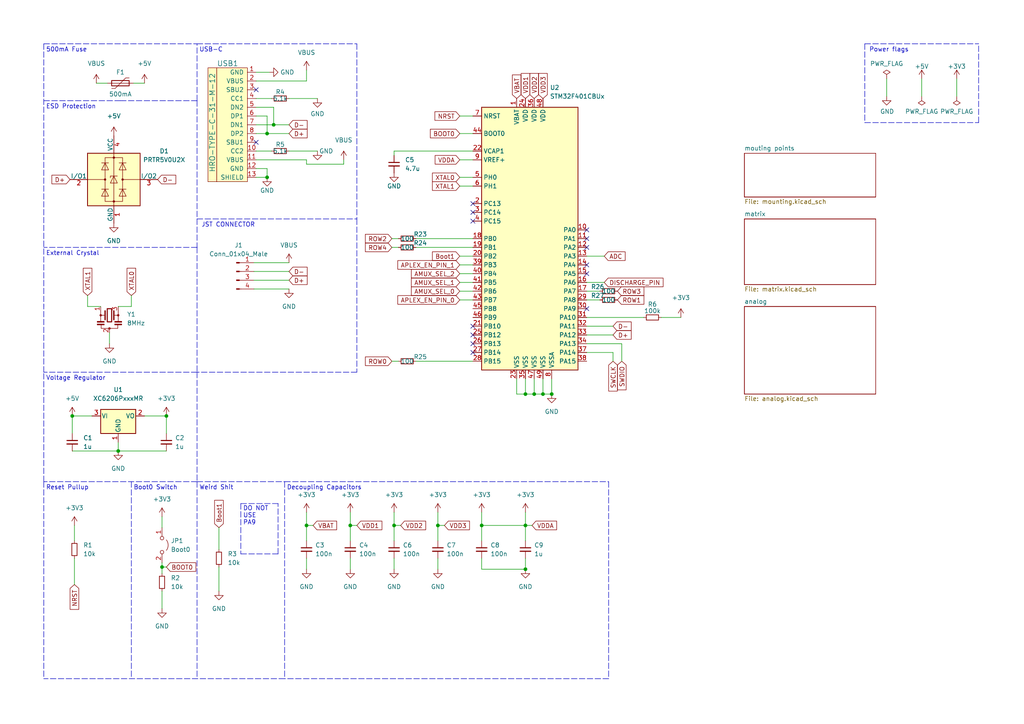
<source format=kicad_sch>
(kicad_sch (version 20211123) (generator eeschema)

  (uuid 708806d0-584e-4cea-8734-b22d610cefe2)

  (paper "A4")

  (lib_symbols
    (symbol "Connector:Conn_01x04_Male" (pin_names (offset 1.016) hide) (in_bom yes) (on_board yes)
      (property "Reference" "J" (id 0) (at 0 5.08 0)
        (effects (font (size 1.27 1.27)))
      )
      (property "Value" "Conn_01x04_Male" (id 1) (at 0 -7.62 0)
        (effects (font (size 1.27 1.27)))
      )
      (property "Footprint" "" (id 2) (at 0 0 0)
        (effects (font (size 1.27 1.27)) hide)
      )
      (property "Datasheet" "~" (id 3) (at 0 0 0)
        (effects (font (size 1.27 1.27)) hide)
      )
      (property "ki_keywords" "connector" (id 4) (at 0 0 0)
        (effects (font (size 1.27 1.27)) hide)
      )
      (property "ki_description" "Generic connector, single row, 01x04, script generated (kicad-library-utils/schlib/autogen/connector/)" (id 5) (at 0 0 0)
        (effects (font (size 1.27 1.27)) hide)
      )
      (property "ki_fp_filters" "Connector*:*_1x??_*" (id 6) (at 0 0 0)
        (effects (font (size 1.27 1.27)) hide)
      )
      (symbol "Conn_01x04_Male_1_1"
        (polyline
          (pts
            (xy 1.27 -5.08)
            (xy 0.8636 -5.08)
          )
          (stroke (width 0.1524) (type default) (color 0 0 0 0))
          (fill (type none))
        )
        (polyline
          (pts
            (xy 1.27 -2.54)
            (xy 0.8636 -2.54)
          )
          (stroke (width 0.1524) (type default) (color 0 0 0 0))
          (fill (type none))
        )
        (polyline
          (pts
            (xy 1.27 0)
            (xy 0.8636 0)
          )
          (stroke (width 0.1524) (type default) (color 0 0 0 0))
          (fill (type none))
        )
        (polyline
          (pts
            (xy 1.27 2.54)
            (xy 0.8636 2.54)
          )
          (stroke (width 0.1524) (type default) (color 0 0 0 0))
          (fill (type none))
        )
        (rectangle (start 0.8636 -4.953) (end 0 -5.207)
          (stroke (width 0.1524) (type default) (color 0 0 0 0))
          (fill (type outline))
        )
        (rectangle (start 0.8636 -2.413) (end 0 -2.667)
          (stroke (width 0.1524) (type default) (color 0 0 0 0))
          (fill (type outline))
        )
        (rectangle (start 0.8636 0.127) (end 0 -0.127)
          (stroke (width 0.1524) (type default) (color 0 0 0 0))
          (fill (type outline))
        )
        (rectangle (start 0.8636 2.667) (end 0 2.413)
          (stroke (width 0.1524) (type default) (color 0 0 0 0))
          (fill (type outline))
        )
        (pin passive line (at 5.08 2.54 180) (length 3.81)
          (name "Pin_1" (effects (font (size 1.27 1.27))))
          (number "1" (effects (font (size 1.27 1.27))))
        )
        (pin passive line (at 5.08 0 180) (length 3.81)
          (name "Pin_2" (effects (font (size 1.27 1.27))))
          (number "2" (effects (font (size 1.27 1.27))))
        )
        (pin passive line (at 5.08 -2.54 180) (length 3.81)
          (name "Pin_3" (effects (font (size 1.27 1.27))))
          (number "3" (effects (font (size 1.27 1.27))))
        )
        (pin passive line (at 5.08 -5.08 180) (length 3.81)
          (name "Pin_4" (effects (font (size 1.27 1.27))))
          (number "4" (effects (font (size 1.27 1.27))))
        )
      )
    )
    (symbol "Device:C_Small" (pin_numbers hide) (pin_names (offset 0.254) hide) (in_bom yes) (on_board yes)
      (property "Reference" "C" (id 0) (at 0.254 1.778 0)
        (effects (font (size 1.27 1.27)) (justify left))
      )
      (property "Value" "C_Small" (id 1) (at 0.254 -2.032 0)
        (effects (font (size 1.27 1.27)) (justify left))
      )
      (property "Footprint" "" (id 2) (at 0 0 0)
        (effects (font (size 1.27 1.27)) hide)
      )
      (property "Datasheet" "~" (id 3) (at 0 0 0)
        (effects (font (size 1.27 1.27)) hide)
      )
      (property "ki_keywords" "capacitor cap" (id 4) (at 0 0 0)
        (effects (font (size 1.27 1.27)) hide)
      )
      (property "ki_description" "Unpolarized capacitor, small symbol" (id 5) (at 0 0 0)
        (effects (font (size 1.27 1.27)) hide)
      )
      (property "ki_fp_filters" "C_*" (id 6) (at 0 0 0)
        (effects (font (size 1.27 1.27)) hide)
      )
      (symbol "C_Small_0_1"
        (polyline
          (pts
            (xy -1.524 -0.508)
            (xy 1.524 -0.508)
          )
          (stroke (width 0.3302) (type default) (color 0 0 0 0))
          (fill (type none))
        )
        (polyline
          (pts
            (xy -1.524 0.508)
            (xy 1.524 0.508)
          )
          (stroke (width 0.3048) (type default) (color 0 0 0 0))
          (fill (type none))
        )
      )
      (symbol "C_Small_1_1"
        (pin passive line (at 0 2.54 270) (length 2.032)
          (name "~" (effects (font (size 1.27 1.27))))
          (number "1" (effects (font (size 1.27 1.27))))
        )
        (pin passive line (at 0 -2.54 90) (length 2.032)
          (name "~" (effects (font (size 1.27 1.27))))
          (number "2" (effects (font (size 1.27 1.27))))
        )
      )
    )
    (symbol "Device:Polyfuse" (pin_numbers hide) (pin_names (offset 0)) (in_bom yes) (on_board yes)
      (property "Reference" "F" (id 0) (at -2.54 0 90)
        (effects (font (size 1.27 1.27)))
      )
      (property "Value" "Polyfuse" (id 1) (at 2.54 0 90)
        (effects (font (size 1.27 1.27)))
      )
      (property "Footprint" "" (id 2) (at 1.27 -5.08 0)
        (effects (font (size 1.27 1.27)) (justify left) hide)
      )
      (property "Datasheet" "~" (id 3) (at 0 0 0)
        (effects (font (size 1.27 1.27)) hide)
      )
      (property "ki_keywords" "resettable fuse PTC PPTC polyfuse polyswitch" (id 4) (at 0 0 0)
        (effects (font (size 1.27 1.27)) hide)
      )
      (property "ki_description" "Resettable fuse, polymeric positive temperature coefficient" (id 5) (at 0 0 0)
        (effects (font (size 1.27 1.27)) hide)
      )
      (property "ki_fp_filters" "*polyfuse* *PTC*" (id 6) (at 0 0 0)
        (effects (font (size 1.27 1.27)) hide)
      )
      (symbol "Polyfuse_0_1"
        (rectangle (start -0.762 2.54) (end 0.762 -2.54)
          (stroke (width 0.254) (type default) (color 0 0 0 0))
          (fill (type none))
        )
        (polyline
          (pts
            (xy 0 2.54)
            (xy 0 -2.54)
          )
          (stroke (width 0) (type default) (color 0 0 0 0))
          (fill (type none))
        )
        (polyline
          (pts
            (xy -1.524 2.54)
            (xy -1.524 1.524)
            (xy 1.524 -1.524)
            (xy 1.524 -2.54)
          )
          (stroke (width 0) (type default) (color 0 0 0 0))
          (fill (type none))
        )
      )
      (symbol "Polyfuse_1_1"
        (pin passive line (at 0 3.81 270) (length 1.27)
          (name "~" (effects (font (size 1.27 1.27))))
          (number "1" (effects (font (size 1.27 1.27))))
        )
        (pin passive line (at 0 -3.81 90) (length 1.27)
          (name "~" (effects (font (size 1.27 1.27))))
          (number "2" (effects (font (size 1.27 1.27))))
        )
      )
    )
    (symbol "Device:R_Small" (pin_numbers hide) (pin_names (offset 0.254) hide) (in_bom yes) (on_board yes)
      (property "Reference" "R" (id 0) (at 0.762 0.508 0)
        (effects (font (size 1.27 1.27)) (justify left))
      )
      (property "Value" "R_Small" (id 1) (at 0.762 -1.016 0)
        (effects (font (size 1.27 1.27)) (justify left))
      )
      (property "Footprint" "" (id 2) (at 0 0 0)
        (effects (font (size 1.27 1.27)) hide)
      )
      (property "Datasheet" "~" (id 3) (at 0 0 0)
        (effects (font (size 1.27 1.27)) hide)
      )
      (property "ki_keywords" "R resistor" (id 4) (at 0 0 0)
        (effects (font (size 1.27 1.27)) hide)
      )
      (property "ki_description" "Resistor, small symbol" (id 5) (at 0 0 0)
        (effects (font (size 1.27 1.27)) hide)
      )
      (property "ki_fp_filters" "R_*" (id 6) (at 0 0 0)
        (effects (font (size 1.27 1.27)) hide)
      )
      (symbol "R_Small_0_1"
        (rectangle (start -0.762 1.778) (end 0.762 -1.778)
          (stroke (width 0.2032) (type default) (color 0 0 0 0))
          (fill (type none))
        )
      )
      (symbol "R_Small_1_1"
        (pin passive line (at 0 2.54 270) (length 0.762)
          (name "~" (effects (font (size 1.27 1.27))))
          (number "1" (effects (font (size 1.27 1.27))))
        )
        (pin passive line (at 0 -2.54 90) (length 0.762)
          (name "~" (effects (font (size 1.27 1.27))))
          (number "2" (effects (font (size 1.27 1.27))))
        )
      )
    )
    (symbol "Device:Resonator_Small" (pin_names (offset 1.016) hide) (in_bom yes) (on_board yes)
      (property "Reference" "Y" (id 0) (at 3.175 1.905 0)
        (effects (font (size 1.27 1.27)) (justify left))
      )
      (property "Value" "Resonator_Small" (id 1) (at 3.175 0 0)
        (effects (font (size 1.27 1.27)) (justify left))
      )
      (property "Footprint" "" (id 2) (at -0.635 0 0)
        (effects (font (size 1.27 1.27)) hide)
      )
      (property "Datasheet" "~" (id 3) (at -0.635 0 0)
        (effects (font (size 1.27 1.27)) hide)
      )
      (property "ki_keywords" "ceramic resonator" (id 4) (at 0 0 0)
        (effects (font (size 1.27 1.27)) hide)
      )
      (property "ki_description" "Three pin ceramic resonator, small symbol" (id 5) (at 0 0 0)
        (effects (font (size 1.27 1.27)) hide)
      )
      (property "ki_fp_filters" "Filter* Resonator*" (id 6) (at 0 0 0)
        (effects (font (size 1.27 1.27)) hide)
      )
      (symbol "Resonator_Small_0_1"
        (rectangle (start -3.556 -2.54) (end -1.524 -2.794)
          (stroke (width 0) (type default) (color 0 0 0 0))
          (fill (type outline))
        )
        (rectangle (start -3.556 -1.778) (end -1.524 -2.032)
          (stroke (width 0) (type default) (color 0 0 0 0))
          (fill (type outline))
        )
        (circle (center -2.54 0) (radius 0.254)
          (stroke (width 0) (type default) (color 0 0 0 0))
          (fill (type outline))
        )
        (rectangle (start -0.635 1.905) (end 0.635 -1.905)
          (stroke (width 0.3048) (type default) (color 0 0 0 0))
          (fill (type none))
        )
        (circle (center 0 -3.81) (radius 0.254)
          (stroke (width 0) (type default) (color 0 0 0 0))
          (fill (type outline))
        )
        (polyline
          (pts
            (xy -2.54 -1.778)
            (xy -2.54 0)
          )
          (stroke (width 0) (type default) (color 0 0 0 0))
          (fill (type none))
        )
        (polyline
          (pts
            (xy -2.54 0)
            (xy -1.397 0)
          )
          (stroke (width 0) (type default) (color 0 0 0 0))
          (fill (type none))
        )
        (polyline
          (pts
            (xy -2.54 1.27)
            (xy -2.54 0)
          )
          (stroke (width 0) (type default) (color 0 0 0 0))
          (fill (type none))
        )
        (polyline
          (pts
            (xy -1.27 -1.27)
            (xy -1.27 1.27)
          )
          (stroke (width 0.381) (type default) (color 0 0 0 0))
          (fill (type none))
        )
        (polyline
          (pts
            (xy 1.27 -1.27)
            (xy 1.27 1.27)
          )
          (stroke (width 0.381) (type default) (color 0 0 0 0))
          (fill (type none))
        )
        (polyline
          (pts
            (xy 1.27 0)
            (xy 2.54 0)
          )
          (stroke (width 0) (type default) (color 0 0 0 0))
          (fill (type none))
        )
        (polyline
          (pts
            (xy 2.54 0)
            (xy 2.54 -1.778)
          )
          (stroke (width 0) (type default) (color 0 0 0 0))
          (fill (type none))
        )
        (polyline
          (pts
            (xy 2.54 1.27)
            (xy 2.54 0)
          )
          (stroke (width 0) (type default) (color 0 0 0 0))
          (fill (type none))
        )
        (polyline
          (pts
            (xy 2.413 -2.794)
            (xy 2.413 -3.81)
            (xy -2.413 -3.81)
            (xy -2.413 -2.667)
          )
          (stroke (width 0) (type default) (color 0 0 0 0))
          (fill (type none))
        )
        (rectangle (start 1.524 -2.54) (end 3.556 -2.794)
          (stroke (width 0) (type default) (color 0 0 0 0))
          (fill (type outline))
        )
        (rectangle (start 1.524 -1.778) (end 3.556 -2.032)
          (stroke (width 0) (type default) (color 0 0 0 0))
          (fill (type outline))
        )
        (circle (center 2.54 0) (radius 0.254)
          (stroke (width 0) (type default) (color 0 0 0 0))
          (fill (type outline))
        )
      )
      (symbol "Resonator_Small_1_1"
        (pin passive line (at -2.54 2.54 270) (length 1.27)
          (name "1" (effects (font (size 1.27 1.27))))
          (number "1" (effects (font (size 1.27 1.27))))
        )
        (pin passive line (at 0 -5.08 90) (length 1.27)
          (name "2" (effects (font (size 1.27 1.27))))
          (number "2" (effects (font (size 1.27 1.27))))
        )
        (pin passive line (at 2.54 2.54 270) (length 1.27)
          (name "3" (effects (font (size 1.27 1.27))))
          (number "3" (effects (font (size 1.27 1.27))))
        )
      )
    )
    (symbol "Jumper:Jumper_2_Open" (pin_names (offset 0) hide) (in_bom yes) (on_board yes)
      (property "Reference" "JP" (id 0) (at 0 2.794 0)
        (effects (font (size 1.27 1.27)))
      )
      (property "Value" "Jumper_2_Open" (id 1) (at 0 -2.286 0)
        (effects (font (size 1.27 1.27)))
      )
      (property "Footprint" "" (id 2) (at 0 0 0)
        (effects (font (size 1.27 1.27)) hide)
      )
      (property "Datasheet" "~" (id 3) (at 0 0 0)
        (effects (font (size 1.27 1.27)) hide)
      )
      (property "ki_keywords" "Jumper SPST" (id 4) (at 0 0 0)
        (effects (font (size 1.27 1.27)) hide)
      )
      (property "ki_description" "Jumper, 2-pole, open" (id 5) (at 0 0 0)
        (effects (font (size 1.27 1.27)) hide)
      )
      (property "ki_fp_filters" "Jumper* TestPoint*2Pads* TestPoint*Bridge*" (id 6) (at 0 0 0)
        (effects (font (size 1.27 1.27)) hide)
      )
      (symbol "Jumper_2_Open_0_0"
        (circle (center -2.032 0) (radius 0.508)
          (stroke (width 0) (type default) (color 0 0 0 0))
          (fill (type none))
        )
        (circle (center 2.032 0) (radius 0.508)
          (stroke (width 0) (type default) (color 0 0 0 0))
          (fill (type none))
        )
      )
      (symbol "Jumper_2_Open_0_1"
        (arc (start 1.524 1.27) (mid 0 1.778) (end -1.524 1.27)
          (stroke (width 0) (type default) (color 0 0 0 0))
          (fill (type none))
        )
      )
      (symbol "Jumper_2_Open_1_1"
        (pin passive line (at -5.08 0 0) (length 2.54)
          (name "A" (effects (font (size 1.27 1.27))))
          (number "1" (effects (font (size 1.27 1.27))))
        )
        (pin passive line (at 5.08 0 180) (length 2.54)
          (name "B" (effects (font (size 1.27 1.27))))
          (number "2" (effects (font (size 1.27 1.27))))
        )
      )
    )
    (symbol "MCU_ST_STM32F4:STM32F401CBUx" (in_bom yes) (on_board yes)
      (property "Reference" "U" (id 0) (at -15.24 39.37 0)
        (effects (font (size 1.27 1.27)) (justify left))
      )
      (property "Value" "STM32F401CBUx" (id 1) (at 5.08 39.37 0)
        (effects (font (size 1.27 1.27)) (justify left))
      )
      (property "Footprint" "Package_DFN_QFN:QFN-48-1EP_7x7mm_P0.5mm_EP5.6x5.6mm" (id 2) (at -15.24 -38.1 0)
        (effects (font (size 1.27 1.27)) (justify right) hide)
      )
      (property "Datasheet" "http://www.st.com/st-web-ui/static/active/en/resource/technical/document/datasheet/DM00086815.pdf" (id 3) (at 0 0 0)
        (effects (font (size 1.27 1.27)) hide)
      )
      (property "ki_keywords" "ARM Cortex-M4 STM32F4 STM32F401" (id 4) (at 0 0 0)
        (effects (font (size 1.27 1.27)) hide)
      )
      (property "ki_description" "ARM Cortex-M4 MCU, 128KB flash, 64KB RAM, 84MHz, 1.7-3.6V, 36 GPIO, UFQFPN-48" (id 5) (at 0 0 0)
        (effects (font (size 1.27 1.27)) hide)
      )
      (property "ki_fp_filters" "QFN*1EP*7x7mm*P0.5mm*" (id 6) (at 0 0 0)
        (effects (font (size 1.27 1.27)) hide)
      )
      (symbol "STM32F401CBUx_0_1"
        (rectangle (start -15.24 -38.1) (end 12.7 38.1)
          (stroke (width 0.254) (type default) (color 0 0 0 0))
          (fill (type background))
        )
      )
      (symbol "STM32F401CBUx_1_1"
        (pin power_in line (at -5.08 40.64 270) (length 2.54)
          (name "VBAT" (effects (font (size 1.27 1.27))))
          (number "1" (effects (font (size 1.27 1.27))))
        )
        (pin bidirectional line (at 15.24 2.54 180) (length 2.54)
          (name "PA0" (effects (font (size 1.27 1.27))))
          (number "10" (effects (font (size 1.27 1.27))))
        )
        (pin bidirectional line (at 15.24 0 180) (length 2.54)
          (name "PA1" (effects (font (size 1.27 1.27))))
          (number "11" (effects (font (size 1.27 1.27))))
        )
        (pin bidirectional line (at 15.24 -2.54 180) (length 2.54)
          (name "PA2" (effects (font (size 1.27 1.27))))
          (number "12" (effects (font (size 1.27 1.27))))
        )
        (pin bidirectional line (at 15.24 -5.08 180) (length 2.54)
          (name "PA3" (effects (font (size 1.27 1.27))))
          (number "13" (effects (font (size 1.27 1.27))))
        )
        (pin bidirectional line (at 15.24 -7.62 180) (length 2.54)
          (name "PA4" (effects (font (size 1.27 1.27))))
          (number "14" (effects (font (size 1.27 1.27))))
        )
        (pin bidirectional line (at 15.24 -10.16 180) (length 2.54)
          (name "PA5" (effects (font (size 1.27 1.27))))
          (number "15" (effects (font (size 1.27 1.27))))
        )
        (pin bidirectional line (at 15.24 -12.7 180) (length 2.54)
          (name "PA6" (effects (font (size 1.27 1.27))))
          (number "16" (effects (font (size 1.27 1.27))))
        )
        (pin bidirectional line (at 15.24 -15.24 180) (length 2.54)
          (name "PA7" (effects (font (size 1.27 1.27))))
          (number "17" (effects (font (size 1.27 1.27))))
        )
        (pin bidirectional line (at -17.78 0 0) (length 2.54)
          (name "PB0" (effects (font (size 1.27 1.27))))
          (number "18" (effects (font (size 1.27 1.27))))
        )
        (pin bidirectional line (at -17.78 -2.54 0) (length 2.54)
          (name "PB1" (effects (font (size 1.27 1.27))))
          (number "19" (effects (font (size 1.27 1.27))))
        )
        (pin bidirectional line (at -17.78 10.16 0) (length 2.54)
          (name "PC13" (effects (font (size 1.27 1.27))))
          (number "2" (effects (font (size 1.27 1.27))))
        )
        (pin bidirectional line (at -17.78 -5.08 0) (length 2.54)
          (name "PB2" (effects (font (size 1.27 1.27))))
          (number "20" (effects (font (size 1.27 1.27))))
        )
        (pin bidirectional line (at -17.78 -25.4 0) (length 2.54)
          (name "PB10" (effects (font (size 1.27 1.27))))
          (number "21" (effects (font (size 1.27 1.27))))
        )
        (pin power_in line (at -17.78 25.4 0) (length 2.54)
          (name "VCAP1" (effects (font (size 1.27 1.27))))
          (number "22" (effects (font (size 1.27 1.27))))
        )
        (pin power_in line (at -5.08 -40.64 90) (length 2.54)
          (name "VSS" (effects (font (size 1.27 1.27))))
          (number "23" (effects (font (size 1.27 1.27))))
        )
        (pin power_in line (at -2.54 40.64 270) (length 2.54)
          (name "VDD" (effects (font (size 1.27 1.27))))
          (number "24" (effects (font (size 1.27 1.27))))
        )
        (pin bidirectional line (at -17.78 -27.94 0) (length 2.54)
          (name "PB12" (effects (font (size 1.27 1.27))))
          (number "25" (effects (font (size 1.27 1.27))))
        )
        (pin bidirectional line (at -17.78 -30.48 0) (length 2.54)
          (name "PB13" (effects (font (size 1.27 1.27))))
          (number "26" (effects (font (size 1.27 1.27))))
        )
        (pin bidirectional line (at -17.78 -33.02 0) (length 2.54)
          (name "PB14" (effects (font (size 1.27 1.27))))
          (number "27" (effects (font (size 1.27 1.27))))
        )
        (pin bidirectional line (at -17.78 -35.56 0) (length 2.54)
          (name "PB15" (effects (font (size 1.27 1.27))))
          (number "28" (effects (font (size 1.27 1.27))))
        )
        (pin bidirectional line (at 15.24 -17.78 180) (length 2.54)
          (name "PA8" (effects (font (size 1.27 1.27))))
          (number "29" (effects (font (size 1.27 1.27))))
        )
        (pin bidirectional line (at -17.78 7.62 0) (length 2.54)
          (name "PC14" (effects (font (size 1.27 1.27))))
          (number "3" (effects (font (size 1.27 1.27))))
        )
        (pin bidirectional line (at 15.24 -20.32 180) (length 2.54)
          (name "PA9" (effects (font (size 1.27 1.27))))
          (number "30" (effects (font (size 1.27 1.27))))
        )
        (pin bidirectional line (at 15.24 -22.86 180) (length 2.54)
          (name "PA10" (effects (font (size 1.27 1.27))))
          (number "31" (effects (font (size 1.27 1.27))))
        )
        (pin bidirectional line (at 15.24 -25.4 180) (length 2.54)
          (name "PA11" (effects (font (size 1.27 1.27))))
          (number "32" (effects (font (size 1.27 1.27))))
        )
        (pin bidirectional line (at 15.24 -27.94 180) (length 2.54)
          (name "PA12" (effects (font (size 1.27 1.27))))
          (number "33" (effects (font (size 1.27 1.27))))
        )
        (pin bidirectional line (at 15.24 -30.48 180) (length 2.54)
          (name "PA13" (effects (font (size 1.27 1.27))))
          (number "34" (effects (font (size 1.27 1.27))))
        )
        (pin power_in line (at -2.54 -40.64 90) (length 2.54)
          (name "VSS" (effects (font (size 1.27 1.27))))
          (number "35" (effects (font (size 1.27 1.27))))
        )
        (pin power_in line (at 0 40.64 270) (length 2.54)
          (name "VDD" (effects (font (size 1.27 1.27))))
          (number "36" (effects (font (size 1.27 1.27))))
        )
        (pin bidirectional line (at 15.24 -33.02 180) (length 2.54)
          (name "PA14" (effects (font (size 1.27 1.27))))
          (number "37" (effects (font (size 1.27 1.27))))
        )
        (pin bidirectional line (at 15.24 -35.56 180) (length 2.54)
          (name "PA15" (effects (font (size 1.27 1.27))))
          (number "38" (effects (font (size 1.27 1.27))))
        )
        (pin bidirectional line (at -17.78 -7.62 0) (length 2.54)
          (name "PB3" (effects (font (size 1.27 1.27))))
          (number "39" (effects (font (size 1.27 1.27))))
        )
        (pin bidirectional line (at -17.78 5.08 0) (length 2.54)
          (name "PC15" (effects (font (size 1.27 1.27))))
          (number "4" (effects (font (size 1.27 1.27))))
        )
        (pin bidirectional line (at -17.78 -10.16 0) (length 2.54)
          (name "PB4" (effects (font (size 1.27 1.27))))
          (number "40" (effects (font (size 1.27 1.27))))
        )
        (pin bidirectional line (at -17.78 -12.7 0) (length 2.54)
          (name "PB5" (effects (font (size 1.27 1.27))))
          (number "41" (effects (font (size 1.27 1.27))))
        )
        (pin bidirectional line (at -17.78 -15.24 0) (length 2.54)
          (name "PB6" (effects (font (size 1.27 1.27))))
          (number "42" (effects (font (size 1.27 1.27))))
        )
        (pin bidirectional line (at -17.78 -17.78 0) (length 2.54)
          (name "PB7" (effects (font (size 1.27 1.27))))
          (number "43" (effects (font (size 1.27 1.27))))
        )
        (pin input line (at -17.78 30.48 0) (length 2.54)
          (name "BOOT0" (effects (font (size 1.27 1.27))))
          (number "44" (effects (font (size 1.27 1.27))))
        )
        (pin bidirectional line (at -17.78 -20.32 0) (length 2.54)
          (name "PB8" (effects (font (size 1.27 1.27))))
          (number "45" (effects (font (size 1.27 1.27))))
        )
        (pin bidirectional line (at -17.78 -22.86 0) (length 2.54)
          (name "PB9" (effects (font (size 1.27 1.27))))
          (number "46" (effects (font (size 1.27 1.27))))
        )
        (pin power_in line (at 0 -40.64 90) (length 2.54)
          (name "VSS" (effects (font (size 1.27 1.27))))
          (number "47" (effects (font (size 1.27 1.27))))
        )
        (pin power_in line (at 2.54 40.64 270) (length 2.54)
          (name "VDD" (effects (font (size 1.27 1.27))))
          (number "48" (effects (font (size 1.27 1.27))))
        )
        (pin power_in line (at 2.54 -40.64 90) (length 2.54)
          (name "VSS" (effects (font (size 1.27 1.27))))
          (number "49" (effects (font (size 1.27 1.27))))
        )
        (pin input line (at -17.78 17.78 0) (length 2.54)
          (name "PH0" (effects (font (size 1.27 1.27))))
          (number "5" (effects (font (size 1.27 1.27))))
        )
        (pin input line (at -17.78 15.24 0) (length 2.54)
          (name "PH1" (effects (font (size 1.27 1.27))))
          (number "6" (effects (font (size 1.27 1.27))))
        )
        (pin input line (at -17.78 35.56 0) (length 2.54)
          (name "NRST" (effects (font (size 1.27 1.27))))
          (number "7" (effects (font (size 1.27 1.27))))
        )
        (pin power_in line (at 5.08 -40.64 90) (length 2.54)
          (name "VSSA" (effects (font (size 1.27 1.27))))
          (number "8" (effects (font (size 1.27 1.27))))
        )
        (pin power_in line (at -17.78 22.86 0) (length 2.54)
          (name "VREF+" (effects (font (size 1.27 1.27))))
          (number "9" (effects (font (size 1.27 1.27))))
        )
      )
    )
    (symbol "Power_Protection:PRTR5V0U2X" (pin_names (offset 0)) (in_bom yes) (on_board yes)
      (property "Reference" "D" (id 0) (at 2.794 8.636 0)
        (effects (font (size 1.27 1.27)))
      )
      (property "Value" "PRTR5V0U2X" (id 1) (at 8.128 -9.398 0)
        (effects (font (size 1.27 1.27)))
      )
      (property "Footprint" "Package_TO_SOT_SMD:SOT-143" (id 2) (at 1.524 0 0)
        (effects (font (size 1.27 1.27)) hide)
      )
      (property "Datasheet" "https://assets.nexperia.com/documents/data-sheet/PRTR5V0U2X.pdf" (id 3) (at 1.524 0 0)
        (effects (font (size 1.27 1.27)) hide)
      )
      (property "ki_keywords" "ESD protection diode" (id 4) (at 0 0 0)
        (effects (font (size 1.27 1.27)) hide)
      )
      (property "ki_description" "Ultra low capacitance double rail-to-rail ESD protection diode, SOT-143" (id 5) (at 0 0 0)
        (effects (font (size 1.27 1.27)) hide)
      )
      (property "ki_fp_filters" "SOT?143*" (id 6) (at 0 0 0)
        (effects (font (size 1.27 1.27)) hide)
      )
      (symbol "PRTR5V0U2X_0_1"
        (rectangle (start -7.62 -7.62) (end 7.62 7.62)
          (stroke (width 0.254) (type default) (color 0 0 0 0))
          (fill (type background))
        )
        (circle (center -2.54 0) (radius 0.254)
          (stroke (width 0) (type default) (color 0 0 0 0))
          (fill (type outline))
        )
        (rectangle (start -2.54 6.35) (end 2.54 -6.35)
          (stroke (width 0) (type default) (color 0 0 0 0))
          (fill (type none))
        )
        (circle (center 0 -6.35) (radius 0.254)
          (stroke (width 0) (type default) (color 0 0 0 0))
          (fill (type outline))
        )
        (polyline
          (pts
            (xy -2.54 0)
            (xy -7.62 0)
          )
          (stroke (width 0) (type default) (color 0 0 0 0))
          (fill (type none))
        )
        (polyline
          (pts
            (xy -1.524 -2.794)
            (xy -3.556 -2.794)
          )
          (stroke (width 0) (type default) (color 0 0 0 0))
          (fill (type none))
        )
        (polyline
          (pts
            (xy -1.524 4.826)
            (xy -3.556 4.826)
          )
          (stroke (width 0) (type default) (color 0 0 0 0))
          (fill (type none))
        )
        (polyline
          (pts
            (xy 0 -7.62)
            (xy 0 7.62)
          )
          (stroke (width 0) (type default) (color 0 0 0 0))
          (fill (type none))
        )
        (polyline
          (pts
            (xy 1.524 -2.794)
            (xy 3.556 -2.794)
          )
          (stroke (width 0) (type default) (color 0 0 0 0))
          (fill (type none))
        )
        (polyline
          (pts
            (xy 1.524 4.826)
            (xy 3.556 4.826)
          )
          (stroke (width 0) (type default) (color 0 0 0 0))
          (fill (type none))
        )
        (polyline
          (pts
            (xy 2.54 0)
            (xy 7.62 0)
          )
          (stroke (width 0) (type default) (color 0 0 0 0))
          (fill (type none))
        )
        (polyline
          (pts
            (xy 1.016 1.016)
            (xy -1.016 1.016)
            (xy -1.016 0.508)
          )
          (stroke (width 0) (type default) (color 0 0 0 0))
          (fill (type none))
        )
        (polyline
          (pts
            (xy -3.556 -4.826)
            (xy -1.524 -4.826)
            (xy -2.54 -2.794)
            (xy -3.556 -4.826)
          )
          (stroke (width 0) (type default) (color 0 0 0 0))
          (fill (type none))
        )
        (polyline
          (pts
            (xy -3.556 2.794)
            (xy -1.524 2.794)
            (xy -2.54 4.826)
            (xy -3.556 2.794)
          )
          (stroke (width 0) (type default) (color 0 0 0 0))
          (fill (type none))
        )
        (polyline
          (pts
            (xy -1.016 -1.016)
            (xy 1.016 -1.016)
            (xy 0 1.016)
            (xy -1.016 -1.016)
          )
          (stroke (width 0) (type default) (color 0 0 0 0))
          (fill (type none))
        )
        (polyline
          (pts
            (xy 3.556 -4.826)
            (xy 1.524 -4.826)
            (xy 2.54 -2.794)
            (xy 3.556 -4.826)
          )
          (stroke (width 0) (type default) (color 0 0 0 0))
          (fill (type none))
        )
        (polyline
          (pts
            (xy 3.556 2.794)
            (xy 1.524 2.794)
            (xy 2.54 4.826)
            (xy 3.556 2.794)
          )
          (stroke (width 0) (type default) (color 0 0 0 0))
          (fill (type none))
        )
        (circle (center 0 6.35) (radius 0.254)
          (stroke (width 0) (type default) (color 0 0 0 0))
          (fill (type outline))
        )
        (circle (center 2.54 0) (radius 0.254)
          (stroke (width 0) (type default) (color 0 0 0 0))
          (fill (type outline))
        )
      )
      (symbol "PRTR5V0U2X_1_1"
        (pin passive line (at 0 -12.7 90) (length 5.08)
          (name "GND" (effects (font (size 1.27 1.27))))
          (number "1" (effects (font (size 1.27 1.27))))
        )
        (pin passive line (at -12.7 0 0) (length 5.08)
          (name "I/O1" (effects (font (size 1.27 1.27))))
          (number "2" (effects (font (size 1.27 1.27))))
        )
        (pin passive line (at 12.7 0 180) (length 5.08)
          (name "I/O2" (effects (font (size 1.27 1.27))))
          (number "3" (effects (font (size 1.27 1.27))))
        )
        (pin passive line (at 0 12.7 270) (length 5.08)
          (name "VCC" (effects (font (size 1.27 1.27))))
          (number "4" (effects (font (size 1.27 1.27))))
        )
      )
    )
    (symbol "Regulator_Linear:XC6206PxxxMR" (pin_names (offset 0.254)) (in_bom yes) (on_board yes)
      (property "Reference" "U" (id 0) (at -3.81 3.175 0)
        (effects (font (size 1.27 1.27)))
      )
      (property "Value" "XC6206PxxxMR" (id 1) (at 0 3.175 0)
        (effects (font (size 1.27 1.27)) (justify left))
      )
      (property "Footprint" "Package_TO_SOT_SMD:SOT-23" (id 2) (at 0 5.715 0)
        (effects (font (size 1.27 1.27) italic) hide)
      )
      (property "Datasheet" "https://www.torexsemi.com/file/xc6206/XC6206.pdf" (id 3) (at 0 0 0)
        (effects (font (size 1.27 1.27)) hide)
      )
      (property "ki_keywords" "Torex LDO Voltage Regulator Fixed Positive" (id 4) (at 0 0 0)
        (effects (font (size 1.27 1.27)) hide)
      )
      (property "ki_description" "Positive 60-250mA Low Dropout Regulator, Fixed Output, SOT-23" (id 5) (at 0 0 0)
        (effects (font (size 1.27 1.27)) hide)
      )
      (property "ki_fp_filters" "SOT?23*" (id 6) (at 0 0 0)
        (effects (font (size 1.27 1.27)) hide)
      )
      (symbol "XC6206PxxxMR_0_1"
        (rectangle (start -5.08 1.905) (end 5.08 -5.08)
          (stroke (width 0.254) (type default) (color 0 0 0 0))
          (fill (type background))
        )
      )
      (symbol "XC6206PxxxMR_1_1"
        (pin power_in line (at 0 -7.62 90) (length 2.54)
          (name "GND" (effects (font (size 1.27 1.27))))
          (number "1" (effects (font (size 1.27 1.27))))
        )
        (pin power_out line (at 7.62 0 180) (length 2.54)
          (name "VO" (effects (font (size 1.27 1.27))))
          (number "2" (effects (font (size 1.27 1.27))))
        )
        (pin power_in line (at -7.62 0 0) (length 2.54)
          (name "VI" (effects (font (size 1.27 1.27))))
          (number "3" (effects (font (size 1.27 1.27))))
        )
      )
    )
    (symbol "cipulot_parts:HRO-TYPE-C-31-M-12" (pin_names (offset 1.016)) (in_bom yes) (on_board yes)
      (property "Reference" "USB" (id 0) (at -5.08 16.51 0)
        (effects (font (size 1.524 1.524)))
      )
      (property "Value" "HRO-TYPE-C-31-M-12" (id 1) (at -10.16 -1.27 90)
        (effects (font (size 1.524 1.524)))
      )
      (property "Footprint" "cipulot_parts:HRO-TYPE-C-31-M-12-Assembly" (id 2) (at 0 0 0)
        (effects (font (size 1.524 1.524)) hide)
      )
      (property "Datasheet" "" (id 3) (at 0 0 0)
        (effects (font (size 1.524 1.524)) hide)
      )
      (symbol "HRO-TYPE-C-31-M-12_0_1"
        (rectangle (start -11.43 15.24) (end -8.89 -17.78)
          (stroke (width 0) (type default) (color 0 0 0 0))
          (fill (type background))
        )
        (rectangle (start 0 -17.78) (end -8.89 15.24)
          (stroke (width 0) (type default) (color 0 0 0 0))
          (fill (type background))
        )
      )
      (symbol "HRO-TYPE-C-31-M-12_1_1"
        (pin input line (at 2.54 13.97 180) (length 2.54)
          (name "GND" (effects (font (size 1.27 1.27))))
          (number "1" (effects (font (size 1.27 1.27))))
        )
        (pin input line (at 2.54 -8.89 180) (length 2.54)
          (name "CC2" (effects (font (size 1.27 1.27))))
          (number "10" (effects (font (size 1.27 1.27))))
        )
        (pin input line (at 2.54 -11.43 180) (length 2.54)
          (name "VBUS" (effects (font (size 1.27 1.27))))
          (number "11" (effects (font (size 1.27 1.27))))
        )
        (pin input line (at 2.54 -13.97 180) (length 2.54)
          (name "GND" (effects (font (size 1.27 1.27))))
          (number "12" (effects (font (size 1.27 1.27))))
        )
        (pin input line (at 2.54 -16.51 180) (length 2.54)
          (name "SHIELD" (effects (font (size 1.27 1.27))))
          (number "13" (effects (font (size 1.27 1.27))))
        )
        (pin input line (at 2.54 11.43 180) (length 2.54)
          (name "VBUS" (effects (font (size 1.27 1.27))))
          (number "2" (effects (font (size 1.27 1.27))))
        )
        (pin input line (at 2.54 8.89 180) (length 2.54)
          (name "SBU2" (effects (font (size 1.27 1.27))))
          (number "3" (effects (font (size 1.27 1.27))))
        )
        (pin input line (at 2.54 6.35 180) (length 2.54)
          (name "CC1" (effects (font (size 1.27 1.27))))
          (number "4" (effects (font (size 1.27 1.27))))
        )
        (pin input line (at 2.54 3.81 180) (length 2.54)
          (name "DN2" (effects (font (size 1.27 1.27))))
          (number "5" (effects (font (size 1.27 1.27))))
        )
        (pin input line (at 2.54 1.27 180) (length 2.54)
          (name "DP1" (effects (font (size 1.27 1.27))))
          (number "6" (effects (font (size 1.27 1.27))))
        )
        (pin input line (at 2.54 -1.27 180) (length 2.54)
          (name "DN1" (effects (font (size 1.27 1.27))))
          (number "7" (effects (font (size 1.27 1.27))))
        )
        (pin input line (at 2.54 -3.81 180) (length 2.54)
          (name "DP2" (effects (font (size 1.27 1.27))))
          (number "8" (effects (font (size 1.27 1.27))))
        )
        (pin input line (at 2.54 -6.35 180) (length 2.54)
          (name "SBU1" (effects (font (size 1.27 1.27))))
          (number "9" (effects (font (size 1.27 1.27))))
        )
      )
    )
    (symbol "power:+3.3V" (power) (pin_names (offset 0)) (in_bom yes) (on_board yes)
      (property "Reference" "#PWR" (id 0) (at 0 -3.81 0)
        (effects (font (size 1.27 1.27)) hide)
      )
      (property "Value" "+3.3V" (id 1) (at 0 3.556 0)
        (effects (font (size 1.27 1.27)))
      )
      (property "Footprint" "" (id 2) (at 0 0 0)
        (effects (font (size 1.27 1.27)) hide)
      )
      (property "Datasheet" "" (id 3) (at 0 0 0)
        (effects (font (size 1.27 1.27)) hide)
      )
      (property "ki_keywords" "power-flag" (id 4) (at 0 0 0)
        (effects (font (size 1.27 1.27)) hide)
      )
      (property "ki_description" "Power symbol creates a global label with name \"+3.3V\"" (id 5) (at 0 0 0)
        (effects (font (size 1.27 1.27)) hide)
      )
      (symbol "+3.3V_0_1"
        (polyline
          (pts
            (xy -0.762 1.27)
            (xy 0 2.54)
          )
          (stroke (width 0) (type default) (color 0 0 0 0))
          (fill (type none))
        )
        (polyline
          (pts
            (xy 0 0)
            (xy 0 2.54)
          )
          (stroke (width 0) (type default) (color 0 0 0 0))
          (fill (type none))
        )
        (polyline
          (pts
            (xy 0 2.54)
            (xy 0.762 1.27)
          )
          (stroke (width 0) (type default) (color 0 0 0 0))
          (fill (type none))
        )
      )
      (symbol "+3.3V_1_1"
        (pin power_in line (at 0 0 90) (length 0) hide
          (name "+3V3" (effects (font (size 1.27 1.27))))
          (number "1" (effects (font (size 1.27 1.27))))
        )
      )
    )
    (symbol "power:+5V" (power) (pin_names (offset 0)) (in_bom yes) (on_board yes)
      (property "Reference" "#PWR" (id 0) (at 0 -3.81 0)
        (effects (font (size 1.27 1.27)) hide)
      )
      (property "Value" "+5V" (id 1) (at 0 3.556 0)
        (effects (font (size 1.27 1.27)))
      )
      (property "Footprint" "" (id 2) (at 0 0 0)
        (effects (font (size 1.27 1.27)) hide)
      )
      (property "Datasheet" "" (id 3) (at 0 0 0)
        (effects (font (size 1.27 1.27)) hide)
      )
      (property "ki_keywords" "power-flag" (id 4) (at 0 0 0)
        (effects (font (size 1.27 1.27)) hide)
      )
      (property "ki_description" "Power symbol creates a global label with name \"+5V\"" (id 5) (at 0 0 0)
        (effects (font (size 1.27 1.27)) hide)
      )
      (symbol "+5V_0_1"
        (polyline
          (pts
            (xy -0.762 1.27)
            (xy 0 2.54)
          )
          (stroke (width 0) (type default) (color 0 0 0 0))
          (fill (type none))
        )
        (polyline
          (pts
            (xy 0 0)
            (xy 0 2.54)
          )
          (stroke (width 0) (type default) (color 0 0 0 0))
          (fill (type none))
        )
        (polyline
          (pts
            (xy 0 2.54)
            (xy 0.762 1.27)
          )
          (stroke (width 0) (type default) (color 0 0 0 0))
          (fill (type none))
        )
      )
      (symbol "+5V_1_1"
        (pin power_in line (at 0 0 90) (length 0) hide
          (name "+5V" (effects (font (size 1.27 1.27))))
          (number "1" (effects (font (size 1.27 1.27))))
        )
      )
    )
    (symbol "power:GND" (power) (pin_names (offset 0)) (in_bom yes) (on_board yes)
      (property "Reference" "#PWR" (id 0) (at 0 -6.35 0)
        (effects (font (size 1.27 1.27)) hide)
      )
      (property "Value" "GND" (id 1) (at 0 -3.81 0)
        (effects (font (size 1.27 1.27)))
      )
      (property "Footprint" "" (id 2) (at 0 0 0)
        (effects (font (size 1.27 1.27)) hide)
      )
      (property "Datasheet" "" (id 3) (at 0 0 0)
        (effects (font (size 1.27 1.27)) hide)
      )
      (property "ki_keywords" "power-flag" (id 4) (at 0 0 0)
        (effects (font (size 1.27 1.27)) hide)
      )
      (property "ki_description" "Power symbol creates a global label with name \"GND\" , ground" (id 5) (at 0 0 0)
        (effects (font (size 1.27 1.27)) hide)
      )
      (symbol "GND_0_1"
        (polyline
          (pts
            (xy 0 0)
            (xy 0 -1.27)
            (xy 1.27 -1.27)
            (xy 0 -2.54)
            (xy -1.27 -1.27)
            (xy 0 -1.27)
          )
          (stroke (width 0) (type default) (color 0 0 0 0))
          (fill (type none))
        )
      )
      (symbol "GND_1_1"
        (pin power_in line (at 0 0 270) (length 0) hide
          (name "GND" (effects (font (size 1.27 1.27))))
          (number "1" (effects (font (size 1.27 1.27))))
        )
      )
    )
    (symbol "power:PWR_FLAG" (power) (pin_numbers hide) (pin_names (offset 0) hide) (in_bom yes) (on_board yes)
      (property "Reference" "#FLG" (id 0) (at 0 1.905 0)
        (effects (font (size 1.27 1.27)) hide)
      )
      (property "Value" "PWR_FLAG" (id 1) (at 0 3.81 0)
        (effects (font (size 1.27 1.27)))
      )
      (property "Footprint" "" (id 2) (at 0 0 0)
        (effects (font (size 1.27 1.27)) hide)
      )
      (property "Datasheet" "~" (id 3) (at 0 0 0)
        (effects (font (size 1.27 1.27)) hide)
      )
      (property "ki_keywords" "power-flag" (id 4) (at 0 0 0)
        (effects (font (size 1.27 1.27)) hide)
      )
      (property "ki_description" "Special symbol for telling ERC where power comes from" (id 5) (at 0 0 0)
        (effects (font (size 1.27 1.27)) hide)
      )
      (symbol "PWR_FLAG_0_0"
        (pin power_out line (at 0 0 90) (length 0)
          (name "pwr" (effects (font (size 1.27 1.27))))
          (number "1" (effects (font (size 1.27 1.27))))
        )
      )
      (symbol "PWR_FLAG_0_1"
        (polyline
          (pts
            (xy 0 0)
            (xy 0 1.27)
            (xy -1.016 1.905)
            (xy 0 2.54)
            (xy 1.016 1.905)
            (xy 0 1.27)
          )
          (stroke (width 0) (type default) (color 0 0 0 0))
          (fill (type none))
        )
      )
    )
    (symbol "power:VBUS" (power) (pin_names (offset 0)) (in_bom yes) (on_board yes)
      (property "Reference" "#PWR" (id 0) (at 0 -3.81 0)
        (effects (font (size 1.27 1.27)) hide)
      )
      (property "Value" "VBUS" (id 1) (at 0 3.81 0)
        (effects (font (size 1.27 1.27)))
      )
      (property "Footprint" "" (id 2) (at 0 0 0)
        (effects (font (size 1.27 1.27)) hide)
      )
      (property "Datasheet" "" (id 3) (at 0 0 0)
        (effects (font (size 1.27 1.27)) hide)
      )
      (property "ki_keywords" "power-flag" (id 4) (at 0 0 0)
        (effects (font (size 1.27 1.27)) hide)
      )
      (property "ki_description" "Power symbol creates a global label with name \"VBUS\"" (id 5) (at 0 0 0)
        (effects (font (size 1.27 1.27)) hide)
      )
      (symbol "VBUS_0_1"
        (polyline
          (pts
            (xy -0.762 1.27)
            (xy 0 2.54)
          )
          (stroke (width 0) (type default) (color 0 0 0 0))
          (fill (type none))
        )
        (polyline
          (pts
            (xy 0 0)
            (xy 0 2.54)
          )
          (stroke (width 0) (type default) (color 0 0 0 0))
          (fill (type none))
        )
        (polyline
          (pts
            (xy 0 2.54)
            (xy 0.762 1.27)
          )
          (stroke (width 0) (type default) (color 0 0 0 0))
          (fill (type none))
        )
      )
      (symbol "VBUS_1_1"
        (pin power_in line (at 0 0 90) (length 0) hide
          (name "VBUS" (effects (font (size 1.27 1.27))))
          (number "1" (effects (font (size 1.27 1.27))))
        )
      )
    )
  )

  (junction (at 46.99 164.465) (diameter 0) (color 0 0 0 0)
    (uuid 047fd05f-4a97-45a9-bec4-77ddc3567f2d)
  )
  (junction (at 48.26 120.65) (diameter 0) (color 0 0 0 0)
    (uuid 0ac599cb-f8db-42b9-a68c-da197798eb46)
  )
  (junction (at 139.7 152.4) (diameter 0) (color 0 0 0 0)
    (uuid 2a6f87a1-0b13-4b3c-a91c-77983e94f20c)
  )
  (junction (at 20.955 120.65) (diameter 0) (color 0 0 0 0)
    (uuid 2fa4d55e-0c2b-4bfa-bd1c-ef95e2bcde3a)
  )
  (junction (at 79.375 36.195) (diameter 0) (color 0 0 0 0)
    (uuid 368e3749-fde7-431b-bf51-f01545ad3ba7)
  )
  (junction (at 127 152.4) (diameter 0) (color 0 0 0 0)
    (uuid 36cc74f0-afc5-4ee3-8bab-e0a63bea6d0a)
  )
  (junction (at 77.47 51.435) (diameter 0) (color 0 0 0 0)
    (uuid 4abe7c7b-24cc-41e9-b296-fdeac624ad3c)
  )
  (junction (at 152.4 165.1) (diameter 0) (color 0 0 0 0)
    (uuid 533189bd-cf4c-41ab-b31c-8c798392ffc1)
  )
  (junction (at 77.47 38.735) (diameter 0) (color 0 0 0 0)
    (uuid 5c3ca95b-9ad1-4a70-8899-b771500cf585)
  )
  (junction (at 101.6 152.4) (diameter 0) (color 0 0 0 0)
    (uuid 5d90a93c-b21c-4d62-b836-ab13c0810d10)
  )
  (junction (at 88.9 152.4) (diameter 0) (color 0 0 0 0)
    (uuid 8ee68078-dce0-4c76-942d-73792db9b476)
  )
  (junction (at 34.29 130.81) (diameter 0) (color 0 0 0 0)
    (uuid 9e189f17-685d-49cd-ae6a-70ab8ce133e8)
  )
  (junction (at 154.94 114.3) (diameter 0) (color 0 0 0 0)
    (uuid 9fcfc2ba-8c18-43b8-9d24-be61a26ca05b)
  )
  (junction (at 152.4 152.4) (diameter 0) (color 0 0 0 0)
    (uuid a5f5e9f7-b326-4e16-be44-b4d28fefb60a)
  )
  (junction (at 152.4 114.3) (diameter 0) (color 0 0 0 0)
    (uuid cda3ddbc-74fe-4204-82dd-0967dfc78ddd)
  )
  (junction (at 114.3 152.4) (diameter 0) (color 0 0 0 0)
    (uuid d764343a-7614-4291-9257-96f6244a56b5)
  )
  (junction (at 160.02 114.3) (diameter 0) (color 0 0 0 0)
    (uuid e5d4b927-c159-4f9b-b508-f9b3ad1c8822)
  )
  (junction (at 157.48 114.3) (diameter 0) (color 0 0 0 0)
    (uuid f4a19aec-5909-4155-89f9-897cae5c5a5b)
  )

  (no_connect (at 74.295 26.035) (uuid 338ee269-d833-4688-b629-c5f329b4c519))
  (no_connect (at 137.16 97.155) (uuid 4ca25e01-d33f-4aab-ba89-7c4d30810a11))
  (no_connect (at 137.16 102.235) (uuid 4e4782c6-0668-4bf2-b7c8-209f52438091))
  (no_connect (at 170.18 89.535) (uuid 4e4782c6-0668-4bf2-b7c8-209f52438092))
  (no_connect (at 170.18 66.675) (uuid 6285acbf-261e-45ee-820f-5235dc81a159))
  (no_connect (at 137.16 59.055) (uuid 7dc188b3-f7b8-4034-99d0-676fd3cb7726))
  (no_connect (at 137.16 61.595) (uuid 7dc188b3-f7b8-4034-99d0-676fd3cb7727))
  (no_connect (at 137.16 64.135) (uuid 7dc188b3-f7b8-4034-99d0-676fd3cb7728))
  (no_connect (at 170.18 69.215) (uuid 85d0e33f-9b64-4ae3-b70a-6797f8bd4440))
  (no_connect (at 170.18 71.755) (uuid 85d0e33f-9b64-4ae3-b70a-6797f8bd4441))
  (no_connect (at 170.18 76.835) (uuid 85d0e33f-9b64-4ae3-b70a-6797f8bd4442))
  (no_connect (at 170.18 79.375) (uuid 85d0e33f-9b64-4ae3-b70a-6797f8bd4443))
  (no_connect (at 74.295 41.275) (uuid 93b716b5-5747-4ba3-87d5-b7272c1ff324))
  (no_connect (at 137.16 94.615) (uuid e57cb9cd-0338-4739-b5f5-aadbdfe18b42))
  (no_connect (at 137.16 99.695) (uuid f72eed03-bbbe-4cbe-8dbb-3a0551299d27))

  (wire (pts (xy 170.18 84.455) (xy 173.99 84.455))
    (stroke (width 0) (type default) (color 0 0 0 0))
    (uuid 00a5025a-9a72-4010-a0a2-4f30e816354e)
  )
  (wire (pts (xy 191.77 92.075) (xy 197.485 92.075))
    (stroke (width 0) (type default) (color 0 0 0 0))
    (uuid 0227e975-f5d1-47af-aedb-4a634785c3e4)
  )
  (wire (pts (xy 170.18 102.235) (xy 177.8 102.235))
    (stroke (width 0) (type default) (color 0 0 0 0))
    (uuid 02d1c090-1664-4c9a-9fe6-c08910e00bc4)
  )
  (wire (pts (xy 20.955 130.81) (xy 34.29 130.81))
    (stroke (width 0) (type default) (color 0 0 0 0))
    (uuid 04e29adb-bee4-4d42-862d-e6cfd239f6fa)
  )
  (polyline (pts (xy 57.15 139.7) (xy 82.55 139.7))
    (stroke (width 0) (type default) (color 0 0 0 0))
    (uuid 06b03cc6-bdd6-43d4-8a79-9e00bd2e140e)
  )

  (wire (pts (xy 170.18 97.155) (xy 177.8 97.155))
    (stroke (width 0) (type default) (color 0 0 0 0))
    (uuid 07c2fa35-ec92-4eaa-a4bb-0585e865f3d2)
  )
  (wire (pts (xy 133.35 84.455) (xy 137.16 84.455))
    (stroke (width 0) (type default) (color 0 0 0 0))
    (uuid 08b3c2e5-2486-4d0d-abd7-3158b18127ea)
  )
  (wire (pts (xy 74.295 20.955) (xy 78.105 20.955))
    (stroke (width 0) (type default) (color 0 0 0 0))
    (uuid 0a405b32-f070-4329-9f19-b3717de9057e)
  )
  (wire (pts (xy 46.99 164.465) (xy 48.26 164.465))
    (stroke (width 0) (type default) (color 0 0 0 0))
    (uuid 0c0aafbe-f8a5-4afb-9f64-930a48032d60)
  )
  (polyline (pts (xy 103.505 63.5) (xy 103.505 107.95))
    (stroke (width 0) (type default) (color 0 0 0 0))
    (uuid 0c0e31ea-ca31-4ffe-b553-451b9d592936)
  )

  (wire (pts (xy 170.18 99.695) (xy 180.34 99.695))
    (stroke (width 0) (type default) (color 0 0 0 0))
    (uuid 0c399f04-ce63-4207-8f6b-6e33e1d19961)
  )
  (wire (pts (xy 152.4 148.59) (xy 152.4 152.4))
    (stroke (width 0) (type default) (color 0 0 0 0))
    (uuid 0d710084-3b39-4f51-9615-501dd98eb95f)
  )
  (polyline (pts (xy 176.53 196.85) (xy 82.55 196.85))
    (stroke (width 0) (type default) (color 0 0 0 0))
    (uuid 1815972f-e21c-49bf-9aa6-16c06ff80783)
  )

  (wire (pts (xy 139.7 161.925) (xy 139.7 165.1))
    (stroke (width 0) (type default) (color 0 0 0 0))
    (uuid 197dbe8c-4f7a-4034-bd87-32e3235d206e)
  )
  (wire (pts (xy 101.6 152.4) (xy 103.505 152.4))
    (stroke (width 0) (type default) (color 0 0 0 0))
    (uuid 19a42b78-6a2e-4f0e-a3e0-3aa8be920c9e)
  )
  (wire (pts (xy 133.35 33.655) (xy 137.16 33.655))
    (stroke (width 0) (type default) (color 0 0 0 0))
    (uuid 1b39702f-0921-44a7-abb2-f29d9ac4423e)
  )
  (polyline (pts (xy 12.7 107.95) (xy 12.7 88.9))
    (stroke (width 0) (type default) (color 0 0 0 0))
    (uuid 1e5d57f0-e05c-42d7-a65a-c4d12d94ab6b)
  )

  (wire (pts (xy 74.295 33.655) (xy 77.47 33.655))
    (stroke (width 0) (type default) (color 0 0 0 0))
    (uuid 1ea7d183-455a-46b8-ad9f-87c390d60197)
  )
  (polyline (pts (xy 57.15 71.755) (xy 57.15 107.95))
    (stroke (width 0) (type default) (color 0 0 0 0))
    (uuid 1fe786dc-93ca-4c80-89e6-6d69bc20fc34)
  )

  (wire (pts (xy 154.94 114.3) (xy 152.4 114.3))
    (stroke (width 0) (type default) (color 0 0 0 0))
    (uuid 2023e148-90c6-440d-a313-1705b56e5594)
  )
  (wire (pts (xy 48.26 120.65) (xy 48.26 125.73))
    (stroke (width 0) (type default) (color 0 0 0 0))
    (uuid 22409887-4761-489a-aa72-2fae0704438c)
  )
  (wire (pts (xy 133.35 53.975) (xy 137.16 53.975))
    (stroke (width 0) (type default) (color 0 0 0 0))
    (uuid 22b63b0c-428d-4f47-9fe5-a04980a1cd82)
  )
  (wire (pts (xy 88.9 148.59) (xy 88.9 152.4))
    (stroke (width 0) (type default) (color 0 0 0 0))
    (uuid 268972f5-6097-4064-a797-c3acf09f1c7f)
  )
  (wire (pts (xy 120.65 104.775) (xy 137.16 104.775))
    (stroke (width 0) (type default) (color 0 0 0 0))
    (uuid 26a0b555-975a-49dc-be2a-75a1cb4260c1)
  )
  (wire (pts (xy 74.295 31.115) (xy 79.375 31.115))
    (stroke (width 0) (type default) (color 0 0 0 0))
    (uuid 26a1d605-2361-4cef-9d51-76b87accaa96)
  )
  (wire (pts (xy 46.99 164.465) (xy 46.99 166.37))
    (stroke (width 0) (type default) (color 0 0 0 0))
    (uuid 2875f368-3b88-435d-9454-e6e21864aeb2)
  )
  (wire (pts (xy 120.65 69.215) (xy 137.16 69.215))
    (stroke (width 0) (type default) (color 0 0 0 0))
    (uuid 28c7219a-35ed-4517-840a-8547f498c873)
  )
  (wire (pts (xy 46.99 171.45) (xy 46.99 176.53))
    (stroke (width 0) (type default) (color 0 0 0 0))
    (uuid 2cc602cb-3112-4336-9925-dc0b8d95efbb)
  )
  (wire (pts (xy 101.6 152.4) (xy 101.6 156.845))
    (stroke (width 0) (type default) (color 0 0 0 0))
    (uuid 2ff7e107-9cdc-47ee-bc01-79a9fde92bbe)
  )
  (wire (pts (xy 114.3 148.59) (xy 114.3 152.4))
    (stroke (width 0) (type default) (color 0 0 0 0))
    (uuid 311f9ecb-12dc-4106-bf23-3e2702feb9ef)
  )
  (wire (pts (xy 74.295 38.735) (xy 77.47 38.735))
    (stroke (width 0) (type default) (color 0 0 0 0))
    (uuid 32e4cf2c-844d-4299-a6b6-8506947f8ace)
  )
  (wire (pts (xy 120.65 71.755) (xy 137.16 71.755))
    (stroke (width 0) (type default) (color 0 0 0 0))
    (uuid 33875755-7704-4dde-a759-c2ddcab597dd)
  )
  (wire (pts (xy 79.375 31.115) (xy 79.375 36.195))
    (stroke (width 0) (type default) (color 0 0 0 0))
    (uuid 3455b742-28fa-4952-b119-7e66d52ac618)
  )
  (wire (pts (xy 133.35 79.375) (xy 137.16 79.375))
    (stroke (width 0) (type default) (color 0 0 0 0))
    (uuid 35c7175f-711e-48cd-bd8e-19bf85481823)
  )
  (wire (pts (xy 27.94 24.13) (xy 31.115 24.13))
    (stroke (width 0) (type default) (color 0 0 0 0))
    (uuid 35e1c864-3a2f-4566-aca8-461993623982)
  )
  (wire (pts (xy 133.35 76.835) (xy 137.16 76.835))
    (stroke (width 0) (type default) (color 0 0 0 0))
    (uuid 35f987b0-af9d-4f00-8be4-175de2f59b1e)
  )
  (polyline (pts (xy 57.15 139.7) (xy 57.15 196.85))
    (stroke (width 0) (type default) (color 0 0 0 0))
    (uuid 363e09b6-0713-488a-992a-a3e70f18e034)
  )

  (wire (pts (xy 127 148.59) (xy 127 152.4))
    (stroke (width 0) (type default) (color 0 0 0 0))
    (uuid 36599a8f-3455-4343-9783-33de419fbdfe)
  )
  (polyline (pts (xy 12.7 12.7) (xy 12.7 88.9))
    (stroke (width 0) (type default) (color 0 0 0 0))
    (uuid 36d272cc-ceba-452e-8c80-67a18982be3a)
  )

  (wire (pts (xy 267.335 22.86) (xy 267.335 27.94))
    (stroke (width 0) (type default) (color 0 0 0 0))
    (uuid 3724a4af-94a8-4650-921d-c2d89d99a1f0)
  )
  (polyline (pts (xy 103.505 12.7) (xy 103.505 63.5))
    (stroke (width 0) (type default) (color 0 0 0 0))
    (uuid 38a506a5-126b-48b0-ae03-97f86280515c)
  )

  (wire (pts (xy 74.295 43.815) (xy 78.74 43.815))
    (stroke (width 0) (type default) (color 0 0 0 0))
    (uuid 3d4c69d3-b82f-41c4-b962-71fd61e133c9)
  )
  (wire (pts (xy 101.6 161.925) (xy 101.6 165.1))
    (stroke (width 0) (type default) (color 0 0 0 0))
    (uuid 3f563b69-a5bb-4aa3-ac65-4e84c5c4bb74)
  )
  (wire (pts (xy 38.1 88.9) (xy 38.1 85.725))
    (stroke (width 0) (type default) (color 0 0 0 0))
    (uuid 415e2782-2546-4764-a66e-1dfb8a1f3f22)
  )
  (polyline (pts (xy 12.7 139.7) (xy 12.7 107.95))
    (stroke (width 0) (type default) (color 0 0 0 0))
    (uuid 42604761-1d54-4f83-b516-62ba2f471ed6)
  )

  (wire (pts (xy 149.86 114.3) (xy 149.86 109.855))
    (stroke (width 0) (type default) (color 0 0 0 0))
    (uuid 4487d51d-0540-4dab-a830-6f3fa370b857)
  )
  (wire (pts (xy 139.7 152.4) (xy 139.7 156.845))
    (stroke (width 0) (type default) (color 0 0 0 0))
    (uuid 44b7917c-7640-4e53-a035-5ec8038c16f8)
  )
  (wire (pts (xy 73.66 81.28) (xy 83.82 81.28))
    (stroke (width 0) (type default) (color 0 0 0 0))
    (uuid 483ff89f-cec8-4a44-b4d2-339805b1b783)
  )
  (polyline (pts (xy 12.7 139.7) (xy 12.7 196.85))
    (stroke (width 0) (type default) (color 0 0 0 0))
    (uuid 4944a69c-a4dc-4d1a-b345-48dbea915649)
  )
  (polyline (pts (xy 57.15 107.95) (xy 12.7 107.95))
    (stroke (width 0) (type default) (color 0 0 0 0))
    (uuid 4f8c40d9-759e-4d78-9d64-7b8dfb2b2a49)
  )

  (wire (pts (xy 152.4 161.925) (xy 152.4 165.1))
    (stroke (width 0) (type default) (color 0 0 0 0))
    (uuid 522591c2-b250-4e4f-840b-0047c2d00965)
  )
  (polyline (pts (xy 283.845 35.56) (xy 283.845 12.7))
    (stroke (width 0) (type default) (color 0 0 0 0))
    (uuid 59b7ab4b-1c97-4063-b191-e147b131e7f8)
  )
  (polyline (pts (xy 12.7 29.21) (xy 35.56 29.21))
    (stroke (width 0) (type default) (color 0 0 0 0))
    (uuid 59d239e8-079f-435f-9a33-211709c483ac)
  )

  (wire (pts (xy 34.29 128.27) (xy 34.29 130.81))
    (stroke (width 0) (type default) (color 0 0 0 0))
    (uuid 5c367356-edc2-48ab-975e-fffda6d2fd89)
  )
  (wire (pts (xy 74.295 48.895) (xy 77.47 48.895))
    (stroke (width 0) (type default) (color 0 0 0 0))
    (uuid 5dcd6905-8e33-4fac-807c-f1f8a417fc2f)
  )
  (wire (pts (xy 41.91 120.65) (xy 48.26 120.65))
    (stroke (width 0) (type default) (color 0 0 0 0))
    (uuid 5e9b417f-8d98-4571-bec9-1de4789dc65b)
  )
  (wire (pts (xy 127 152.4) (xy 128.905 152.4))
    (stroke (width 0) (type default) (color 0 0 0 0))
    (uuid 6302de6c-2681-4c21-a5f6-7679e4fb35a9)
  )
  (wire (pts (xy 63.5 164.465) (xy 63.5 171.45))
    (stroke (width 0) (type default) (color 0 0 0 0))
    (uuid 6340d747-2dd8-4a99-9299-81ba6f72abfe)
  )
  (wire (pts (xy 133.35 81.915) (xy 137.16 81.915))
    (stroke (width 0) (type default) (color 0 0 0 0))
    (uuid 638bbeb6-6e33-4f07-b0ce-dc8e3c1947be)
  )
  (polyline (pts (xy 57.15 29.21) (xy 57.15 12.7))
    (stroke (width 0) (type default) (color 0 0 0 0))
    (uuid 64adb781-c8c6-413e-bc61-5bdc8e744a00)
  )

  (wire (pts (xy 83.82 43.815) (xy 92.075 43.815))
    (stroke (width 0) (type default) (color 0 0 0 0))
    (uuid 66a0afea-1429-4449-a8d4-14b158fa1407)
  )
  (polyline (pts (xy 12.7 12.7) (xy 57.15 12.7))
    (stroke (width 0) (type default) (color 0 0 0 0))
    (uuid 67c95698-e5b3-43c9-8f71-a5cd967c6f72)
  )

  (wire (pts (xy 79.375 36.195) (xy 83.82 36.195))
    (stroke (width 0) (type default) (color 0 0 0 0))
    (uuid 6b01b81c-9e13-4923-963b-ab462a28d9a8)
  )
  (wire (pts (xy 88.9 161.925) (xy 88.9 165.1))
    (stroke (width 0) (type default) (color 0 0 0 0))
    (uuid 6b903ccb-9786-4b52-a740-2e24fd77e7da)
  )
  (polyline (pts (xy 80.645 160.655) (xy 80.645 146.05))
    (stroke (width 0) (type default) (color 0 0 0 0))
    (uuid 6b9ab6a7-85b6-4c50-b401-402e0dabea39)
  )

  (wire (pts (xy 46.99 149.86) (xy 46.99 153.035))
    (stroke (width 0) (type default) (color 0 0 0 0))
    (uuid 6b9de43e-d1d3-4321-8db1-132cfbc396b5)
  )
  (polyline (pts (xy 69.85 146.05) (xy 69.85 160.655))
    (stroke (width 0) (type default) (color 0 0 0 0))
    (uuid 6c0814d8-589e-4385-a695-7b08edb63c30)
  )

  (wire (pts (xy 77.47 33.655) (xy 77.47 38.735))
    (stroke (width 0) (type default) (color 0 0 0 0))
    (uuid 6c678ec8-4177-475f-8370-93d76fab06d4)
  )
  (polyline (pts (xy 250.825 12.7) (xy 283.845 12.7))
    (stroke (width 0) (type default) (color 0 0 0 0))
    (uuid 70da0aea-bf62-4b1f-ad3c-fdfbcf5fd0c2)
  )

  (wire (pts (xy 38.735 24.13) (xy 41.91 24.13))
    (stroke (width 0) (type default) (color 0 0 0 0))
    (uuid 71caed6e-8119-4ed2-a322-1d9e912faac0)
  )
  (polyline (pts (xy 12.7 88.265) (xy 12.7 88.9))
    (stroke (width 0) (type default) (color 0 0 0 0))
    (uuid 7737647c-12e1-4056-976b-1efab3d12e91)
  )

  (wire (pts (xy 73.66 76.2) (xy 83.82 76.2))
    (stroke (width 0) (type default) (color 0 0 0 0))
    (uuid 7ca03ae5-3cd1-42af-ad57-f55e42d66b43)
  )
  (wire (pts (xy 170.18 74.295) (xy 175.26 74.295))
    (stroke (width 0) (type default) (color 0 0 0 0))
    (uuid 7d805807-f493-4efd-96cc-ce88bfcaa21e)
  )
  (polyline (pts (xy 69.85 160.655) (xy 80.645 160.655))
    (stroke (width 0) (type default) (color 0 0 0 0))
    (uuid 7f2488e7-906b-41bf-8f60-09e76a8fb1a0)
  )
  (polyline (pts (xy 57.15 29.21) (xy 57.15 71.755))
    (stroke (width 0) (type default) (color 0 0 0 0))
    (uuid 7f6a5f47-24c9-4643-82e1-8df764fe6673)
  )

  (wire (pts (xy 88.9 152.4) (xy 90.805 152.4))
    (stroke (width 0) (type default) (color 0 0 0 0))
    (uuid 812ba096-4f1d-4d75-b215-28db3107775d)
  )
  (wire (pts (xy 77.47 48.895) (xy 77.47 51.435))
    (stroke (width 0) (type default) (color 0 0 0 0))
    (uuid 81fbc598-7e3b-4e0f-81b9-a850c73127f2)
  )
  (wire (pts (xy 170.18 81.915) (xy 175.26 81.915))
    (stroke (width 0) (type default) (color 0 0 0 0))
    (uuid 82e3eb0e-2209-4898-b2b2-34a7da72f0dd)
  )
  (wire (pts (xy 63.5 153.035) (xy 63.5 159.385))
    (stroke (width 0) (type default) (color 0 0 0 0))
    (uuid 85fa5b17-712b-4563-a2e1-acd8db50cb56)
  )
  (wire (pts (xy 170.18 94.615) (xy 177.8 94.615))
    (stroke (width 0) (type default) (color 0 0 0 0))
    (uuid 8929d3a9-d25e-4dcf-a45d-b425afc20aa4)
  )
  (wire (pts (xy 139.7 148.59) (xy 139.7 152.4))
    (stroke (width 0) (type default) (color 0 0 0 0))
    (uuid 8986769b-dbc7-4e2e-bead-b223e36892bb)
  )
  (polyline (pts (xy 176.53 139.7) (xy 176.53 196.85))
    (stroke (width 0) (type default) (color 0 0 0 0))
    (uuid 8ca288ae-5c96-44cb-a349-a2fb4e887bb5)
  )
  (polyline (pts (xy 57.15 107.95) (xy 57.15 139.7))
    (stroke (width 0) (type default) (color 0 0 0 0))
    (uuid 8f51c778-b5a4-44d9-bb1f-ce123e2695d6)
  )

  (wire (pts (xy 114.3 152.4) (xy 114.3 156.845))
    (stroke (width 0) (type default) (color 0 0 0 0))
    (uuid 940c3a2d-5739-4dc1-a8a1-0a69fcf8dab7)
  )
  (wire (pts (xy 133.35 46.355) (xy 137.16 46.355))
    (stroke (width 0) (type default) (color 0 0 0 0))
    (uuid 9688ccbe-ea8a-4297-8bf8-ff9528de589d)
  )
  (wire (pts (xy 277.495 22.86) (xy 277.495 27.94))
    (stroke (width 0) (type default) (color 0 0 0 0))
    (uuid 99d12485-e027-4cd9-bfc4-d4d0483490e4)
  )
  (wire (pts (xy 34.29 88.9) (xy 38.1 88.9))
    (stroke (width 0) (type default) (color 0 0 0 0))
    (uuid 9bb9b1bb-bd6d-4ec5-8d09-8684564ce3c2)
  )
  (wire (pts (xy 34.29 130.81) (xy 48.26 130.81))
    (stroke (width 0) (type default) (color 0 0 0 0))
    (uuid 9df33864-9910-4b73-847e-5302406db164)
  )
  (polyline (pts (xy 34.925 29.21) (xy 57.15 29.21))
    (stroke (width 0) (type default) (color 0 0 0 0))
    (uuid a097fb58-1e08-4868-9f40-8edde31aad5f)
  )

  (wire (pts (xy 177.8 102.235) (xy 177.8 104.775))
    (stroke (width 0) (type default) (color 0 0 0 0))
    (uuid a199b1b4-f87c-43d9-a0f5-3b3ff86364b5)
  )
  (polyline (pts (xy 82.55 139.7) (xy 176.53 139.7))
    (stroke (width 0) (type default) (color 0 0 0 0))
    (uuid a2b11d9f-8708-4447-97e3-6964d710d398)
  )
  (polyline (pts (xy 57.15 139.7) (xy 12.7 139.7))
    (stroke (width 0) (type default) (color 0 0 0 0))
    (uuid a5a79464-6d6e-4d58-87b8-21670062dca4)
  )

  (wire (pts (xy 46.99 163.195) (xy 46.99 164.465))
    (stroke (width 0) (type default) (color 0 0 0 0))
    (uuid a6ec7d6b-e580-4409-8382-f30dedf5c393)
  )
  (wire (pts (xy 157.48 114.3) (xy 154.94 114.3))
    (stroke (width 0) (type default) (color 0 0 0 0))
    (uuid aaa74cd4-7265-4485-a9e3-c61ac821e683)
  )
  (wire (pts (xy 88.9 20.32) (xy 88.9 23.495))
    (stroke (width 0) (type default) (color 0 0 0 0))
    (uuid ab4ea6b2-819e-4a63-983e-d7286c3e40a1)
  )
  (wire (pts (xy 133.35 86.995) (xy 137.16 86.995))
    (stroke (width 0) (type default) (color 0 0 0 0))
    (uuid acdc9741-3f99-4479-b751-82e6302649ef)
  )
  (wire (pts (xy 257.175 22.86) (xy 257.175 27.94))
    (stroke (width 0) (type default) (color 0 0 0 0))
    (uuid ad2f7196-9680-4f8f-8e7c-14b6fc4383d4)
  )
  (wire (pts (xy 133.35 51.435) (xy 137.16 51.435))
    (stroke (width 0) (type default) (color 0 0 0 0))
    (uuid ae4566d4-be01-4ffe-80a0-62e773f6e1df)
  )
  (wire (pts (xy 114.3 161.925) (xy 114.3 165.1))
    (stroke (width 0) (type default) (color 0 0 0 0))
    (uuid af625b97-3330-4314-96ac-a703870d18bd)
  )
  (polyline (pts (xy 250.825 35.56) (xy 283.845 35.56))
    (stroke (width 0) (type default) (color 0 0 0 0))
    (uuid b0e66b49-b862-4a85-a811-230c32feeda4)
  )

  (wire (pts (xy 88.9 152.4) (xy 88.9 156.845))
    (stroke (width 0) (type default) (color 0 0 0 0))
    (uuid b5674dc0-2cb6-47da-8a04-cfa030e8edeb)
  )
  (wire (pts (xy 20.955 125.73) (xy 20.955 120.65))
    (stroke (width 0) (type default) (color 0 0 0 0))
    (uuid b57f07d8-eb87-4e02-be1f-4f63373eba33)
  )
  (polyline (pts (xy 82.55 196.85) (xy 12.7 196.85))
    (stroke (width 0) (type default) (color 0 0 0 0))
    (uuid b89b6435-770b-4195-9ee2-ffbcad310572)
  )

  (wire (pts (xy 139.7 165.1) (xy 152.4 165.1))
    (stroke (width 0) (type default) (color 0 0 0 0))
    (uuid b9acf411-3282-4994-91d5-0e250d10f141)
  )
  (wire (pts (xy 152.4 152.4) (xy 152.4 156.845))
    (stroke (width 0) (type default) (color 0 0 0 0))
    (uuid ba9b7247-08b0-43f6-a28f-41d313668186)
  )
  (wire (pts (xy 137.16 43.815) (xy 114.3 43.815))
    (stroke (width 0) (type default) (color 0 0 0 0))
    (uuid bb75596b-717d-4f62-8097-7e2411dd728e)
  )
  (wire (pts (xy 73.66 78.74) (xy 83.82 78.74))
    (stroke (width 0) (type default) (color 0 0 0 0))
    (uuid bc857210-4672-4e9e-9fe0-d3a35d037a9e)
  )
  (wire (pts (xy 74.295 28.575) (xy 78.74 28.575))
    (stroke (width 0) (type default) (color 0 0 0 0))
    (uuid bd5fe8f8-26e7-4a72-b9eb-4521c5ac9674)
  )
  (polyline (pts (xy 69.85 146.05) (xy 80.645 146.05))
    (stroke (width 0) (type default) (color 0 0 0 0))
    (uuid c00446a3-7c9a-4092-97e3-2297e33d8038)
  )
  (polyline (pts (xy 38.1 139.7) (xy 38.1 196.85))
    (stroke (width 0) (type default) (color 0 0 0 0))
    (uuid c0b3c327-1d1d-4798-9f03-3287dd95c050)
  )

  (wire (pts (xy 83.82 28.575) (xy 92.075 28.575))
    (stroke (width 0) (type default) (color 0 0 0 0))
    (uuid c33b1052-e327-45b2-a22d-d7131ac0f189)
  )
  (wire (pts (xy 154.94 109.855) (xy 154.94 114.3))
    (stroke (width 0) (type default) (color 0 0 0 0))
    (uuid c641679d-e207-4650-be2e-1063c54b6450)
  )
  (wire (pts (xy 114.3 43.815) (xy 114.3 45.085))
    (stroke (width 0) (type default) (color 0 0 0 0))
    (uuid c656d428-a6c4-4620-a427-9ff6ea57592f)
  )
  (polyline (pts (xy 57.15 71.755) (xy 12.7 71.755))
    (stroke (width 0) (type default) (color 0 0 0 0))
    (uuid c687523c-85d3-4f8d-bf2c-53ea9dc57f97)
  )

  (wire (pts (xy 152.4 152.4) (xy 154.305 152.4))
    (stroke (width 0) (type default) (color 0 0 0 0))
    (uuid c6cf8606-f2f3-440a-afa1-7ede2884ec8e)
  )
  (wire (pts (xy 99.695 47.625) (xy 99.695 46.355))
    (stroke (width 0) (type default) (color 0 0 0 0))
    (uuid c8b53d35-1f36-46f9-93a5-f2ef2a402b6e)
  )
  (wire (pts (xy 160.02 114.3) (xy 157.48 114.3))
    (stroke (width 0) (type default) (color 0 0 0 0))
    (uuid cc8de977-e2f3-4b15-a426-fa7c4d369eba)
  )
  (wire (pts (xy 29.21 88.9) (xy 25.4 88.9))
    (stroke (width 0) (type default) (color 0 0 0 0))
    (uuid cca249d4-04d0-430a-8887-ebf12fda0286)
  )
  (wire (pts (xy 73.66 83.82) (xy 83.82 83.82))
    (stroke (width 0) (type default) (color 0 0 0 0))
    (uuid cfe5fb89-c157-4408-b98b-073b1abddc2d)
  )
  (wire (pts (xy 25.4 88.9) (xy 25.4 85.725))
    (stroke (width 0) (type default) (color 0 0 0 0))
    (uuid d056f76e-4fad-4e09-bbcf-60ca505db761)
  )
  (wire (pts (xy 101.6 148.59) (xy 101.6 152.4))
    (stroke (width 0) (type default) (color 0 0 0 0))
    (uuid d25e4497-4bbb-4e66-b73c-3bb667885290)
  )
  (wire (pts (xy 113.665 104.775) (xy 115.57 104.775))
    (stroke (width 0) (type default) (color 0 0 0 0))
    (uuid d49a0271-b720-4990-a246-6e3a94d72629)
  )
  (wire (pts (xy 127 161.925) (xy 127 165.1))
    (stroke (width 0) (type default) (color 0 0 0 0))
    (uuid d5785411-d286-4427-a75c-166f2e012298)
  )
  (wire (pts (xy 113.665 69.215) (xy 115.57 69.215))
    (stroke (width 0) (type default) (color 0 0 0 0))
    (uuid d629bc47-9613-406e-bc91-7c09a2e8ad2c)
  )
  (polyline (pts (xy 82.55 139.7) (xy 82.55 196.85))
    (stroke (width 0) (type default) (color 0 0 0 0))
    (uuid d9ddd1eb-bc28-4d98-8b9e-d9a808105689)
  )

  (wire (pts (xy 170.18 92.075) (xy 186.69 92.075))
    (stroke (width 0) (type default) (color 0 0 0 0))
    (uuid db26415a-4178-45d9-ae18-12eecd9053f0)
  )
  (wire (pts (xy 113.665 71.755) (xy 115.57 71.755))
    (stroke (width 0) (type default) (color 0 0 0 0))
    (uuid dcc414f2-dbfb-4a41-b529-bbc24fc3e957)
  )
  (wire (pts (xy 88.9 47.625) (xy 99.695 47.625))
    (stroke (width 0) (type default) (color 0 0 0 0))
    (uuid dd118e82-a6b0-4309-a657-ea49317b70d3)
  )
  (wire (pts (xy 160.02 109.855) (xy 160.02 114.3))
    (stroke (width 0) (type default) (color 0 0 0 0))
    (uuid de843f68-eb75-422d-92c7-74b5f662c1bb)
  )
  (wire (pts (xy 139.7 152.4) (xy 152.4 152.4))
    (stroke (width 0) (type default) (color 0 0 0 0))
    (uuid e09bf0e9-0da1-4748-a8ba-2856436049e8)
  )
  (wire (pts (xy 74.295 46.355) (xy 88.9 46.355))
    (stroke (width 0) (type default) (color 0 0 0 0))
    (uuid e11ad4ec-a6ff-49d5-928f-f7d80d48da38)
  )
  (wire (pts (xy 74.295 36.195) (xy 79.375 36.195))
    (stroke (width 0) (type default) (color 0 0 0 0))
    (uuid e23f0ae2-9ade-4f3a-a548-7d620d980cd2)
  )
  (polyline (pts (xy 250.825 12.7) (xy 250.825 35.56))
    (stroke (width 0) (type default) (color 0 0 0 0))
    (uuid e4e9e54b-dd0e-4f8c-8b94-0ee1c38e8fbf)
  )

  (wire (pts (xy 152.4 109.855) (xy 152.4 114.3))
    (stroke (width 0) (type default) (color 0 0 0 0))
    (uuid e91a3c01-3899-457c-88d9-b889adb73a2a)
  )
  (wire (pts (xy 74.295 51.435) (xy 77.47 51.435))
    (stroke (width 0) (type default) (color 0 0 0 0))
    (uuid e9d4dcef-c3e6-49d7-9dfa-43d695bd5410)
  )
  (wire (pts (xy 127 152.4) (xy 127 156.845))
    (stroke (width 0) (type default) (color 0 0 0 0))
    (uuid eb9a6023-6843-45c1-9d14-fe7d973a81ea)
  )
  (wire (pts (xy 114.3 152.4) (xy 116.205 152.4))
    (stroke (width 0) (type default) (color 0 0 0 0))
    (uuid ec446330-8280-4c38-a56a-db5e758b224c)
  )
  (wire (pts (xy 31.75 96.52) (xy 31.75 99.695))
    (stroke (width 0) (type default) (color 0 0 0 0))
    (uuid ecca15a1-a7f1-4c9a-8072-d60a5cb98bdf)
  )
  (wire (pts (xy 88.9 23.495) (xy 74.295 23.495))
    (stroke (width 0) (type default) (color 0 0 0 0))
    (uuid ee23cec7-919a-4c81-8991-da851f406efe)
  )
  (wire (pts (xy 21.59 152.4) (xy 21.59 156.845))
    (stroke (width 0) (type default) (color 0 0 0 0))
    (uuid ee6db436-4804-4ef4-ab3b-3f51156a1cdb)
  )
  (wire (pts (xy 180.34 99.695) (xy 180.34 104.775))
    (stroke (width 0) (type default) (color 0 0 0 0))
    (uuid f0203cde-b6f0-421d-b97c-8aa72fd201d3)
  )
  (wire (pts (xy 77.47 38.735) (xy 83.82 38.735))
    (stroke (width 0) (type default) (color 0 0 0 0))
    (uuid f0d1cad3-bb7f-4050-96bc-62f9ffa86627)
  )
  (polyline (pts (xy 57.15 63.5) (xy 103.505 63.5))
    (stroke (width 0) (type default) (color 0 0 0 0))
    (uuid f53c8dbc-9de6-45cc-a8a6-3dbbbda4e6a4)
  )

  (wire (pts (xy 133.35 38.735) (xy 137.16 38.735))
    (stroke (width 0) (type default) (color 0 0 0 0))
    (uuid f57ad819-ccc9-4ec6-b8da-ab357f75618f)
  )
  (polyline (pts (xy 103.505 107.95) (xy 57.15 107.95))
    (stroke (width 0) (type default) (color 0 0 0 0))
    (uuid f6bcfc77-57ef-4c70-86e2-f42fb33176d2)
  )

  (wire (pts (xy 20.955 120.65) (xy 26.67 120.65))
    (stroke (width 0) (type default) (color 0 0 0 0))
    (uuid f8be76b5-4155-46dc-a989-3bf0333f32c5)
  )
  (wire (pts (xy 157.48 109.855) (xy 157.48 114.3))
    (stroke (width 0) (type default) (color 0 0 0 0))
    (uuid f9316c47-a266-4e5b-8f52-9137f3619c35)
  )
  (wire (pts (xy 88.9 46.355) (xy 88.9 47.625))
    (stroke (width 0) (type default) (color 0 0 0 0))
    (uuid f975e26f-06a5-44b6-8076-e4ceb9a4dd35)
  )
  (polyline (pts (xy 57.15 12.7) (xy 103.505 12.7))
    (stroke (width 0) (type default) (color 0 0 0 0))
    (uuid fa3a2ab8-e625-44dc-9727-9deff3f655db)
  )

  (wire (pts (xy 170.18 86.995) (xy 173.99 86.995))
    (stroke (width 0) (type default) (color 0 0 0 0))
    (uuid fbb32d07-fddd-4ac2-8158-8cba9865470a)
  )
  (wire (pts (xy 152.4 114.3) (xy 149.86 114.3))
    (stroke (width 0) (type default) (color 0 0 0 0))
    (uuid fce7740a-99db-40b7-8c3e-9a68e295dc49)
  )
  (wire (pts (xy 21.59 161.925) (xy 21.59 169.545))
    (stroke (width 0) (type default) (color 0 0 0 0))
    (uuid fd89ef46-1634-416e-8974-1e0cb9c62ca3)
  )
  (wire (pts (xy 133.35 74.295) (xy 137.16 74.295))
    (stroke (width 0) (type default) (color 0 0 0 0))
    (uuid ff08c378-c882-4a2d-8336-26f49ffccb48)
  )

  (text "JST CONNECTOR\n" (at 58.42 66.04 0)
    (effects (font (size 1.27 1.27)) (justify left bottom))
    (uuid 27c18e19-b8c2-43a2-a55f-8309b47a7714)
  )
  (text "Weird Shit\n" (at 57.785 142.24 0)
    (effects (font (size 1.27 1.27)) (justify left bottom))
    (uuid 31eff159-32a2-408b-bbd4-e68aecc2eed2)
  )
  (text "USB-C" (at 57.785 15.24 0)
    (effects (font (size 1.27 1.27)) (justify left bottom))
    (uuid 4b675ab5-edc6-4e46-a677-67ebb8dd1d38)
  )
  (text "ESD Protection" (at 13.335 31.75 0)
    (effects (font (size 1.27 1.27)) (justify left bottom))
    (uuid 60b3d6f9-e66e-48af-b135-972486328405)
  )
  (text "Decoupling Capacitors" (at 83.185 142.24 0)
    (effects (font (size 1.27 1.27)) (justify left bottom))
    (uuid 7ad168dc-86e5-4bcb-a6e5-8dcd59ce9fd3)
  )
  (text "Reset Pullup" (at 13.335 142.24 0)
    (effects (font (size 1.27 1.27)) (justify left bottom))
    (uuid 7bdc6b61-1f4e-405d-addb-1f53ec9c409c)
  )
  (text "Power flags\n" (at 252.095 15.24 0)
    (effects (font (size 1.27 1.27)) (justify left bottom))
    (uuid 9642125e-623c-4103-8bd0-a8200ca15410)
  )
  (text "Voltage Regulator" (at 13.335 110.49 0)
    (effects (font (size 1.27 1.27)) (justify left bottom))
    (uuid c2fb9ed3-e0af-47eb-961f-3a6561525c9f)
  )
  (text "DO NOT \nUSE\nPA9" (at 70.485 152.4 0)
    (effects (font (size 1.27 1.27)) (justify left bottom))
    (uuid c4d4b63f-d840-4d99-83f6-c6ee1acf2930)
  )
  (text "External Crystal" (at 13.335 74.295 0)
    (effects (font (size 1.27 1.27)) (justify left bottom))
    (uuid c647291f-e900-4751-a698-686dca47352e)
  )
  (text "Boot0 Switch\n" (at 38.735 142.24 0)
    (effects (font (size 1.27 1.27)) (justify left bottom))
    (uuid daa34e3b-aa6a-4def-8a13-d87bc857cd6e)
  )
  (text "500mA Fuse" (at 13.335 15.24 0)
    (effects (font (size 1.27 1.27)) (justify left bottom))
    (uuid e325da72-a4a5-4e3a-b237-69781b83c78a)
  )

  (global_label "D-" (shape input) (at 83.82 36.195 0) (fields_autoplaced)
    (effects (font (size 1.27 1.27)) (justify left))
    (uuid 0197327f-f540-4360-95a0-1812348d6c1d)
    (property "Intersheet References" "${INTERSHEET_REFS}" (id 0) (at 89.0755 36.1156 0)
      (effects (font (size 1.27 1.27)) (justify left) hide)
    )
  )
  (global_label "VDD1" (shape input) (at 103.505 152.4 0) (fields_autoplaced)
    (effects (font (size 1.27 1.27)) (justify left))
    (uuid 0363a42f-99e7-494b-90e4-f58a82809267)
    (property "Intersheet References" "${INTERSHEET_REFS}" (id 0) (at 110.7562 152.3206 0)
      (effects (font (size 1.27 1.27)) (justify left) hide)
    )
  )
  (global_label "AMUX_SEL_0" (shape input) (at 133.35 84.455 180) (fields_autoplaced)
    (effects (font (size 1.27 1.27)) (justify right))
    (uuid 0475c955-1cb2-4f46-b459-396c2fdc3868)
    (property "Intersheet References" "${INTERSHEET_REFS}" (id 0) (at 119.3255 84.3756 0)
      (effects (font (size 1.27 1.27)) (justify right) hide)
    )
  )
  (global_label "VBAT" (shape input) (at 90.805 152.4 0) (fields_autoplaced)
    (effects (font (size 1.27 1.27)) (justify left))
    (uuid 05e737e8-876d-400e-bf16-a5178de886c4)
    (property "Intersheet References" "${INTERSHEET_REFS}" (id 0) (at 97.6329 152.3206 0)
      (effects (font (size 1.27 1.27)) (justify left) hide)
    )
  )
  (global_label "DISCHARGE_PIN" (shape input) (at 175.26 81.915 0) (fields_autoplaced)
    (effects (font (size 1.27 1.27)) (justify left))
    (uuid 111e64e1-2bce-4516-8bb2-89a38214636b)
    (property "Intersheet References" "${INTERSHEET_REFS}" (id 0) (at 192.3083 81.8356 0)
      (effects (font (size 1.27 1.27)) (justify left) hide)
    )
  )
  (global_label "D+" (shape input) (at 177.8 97.155 0) (fields_autoplaced)
    (effects (font (size 1.27 1.27)) (justify left))
    (uuid 16a42b51-eb93-4f55-acdb-bfe54c432f4c)
    (property "Intersheet References" "${INTERSHEET_REFS}" (id 0) (at 183.0555 97.0756 0)
      (effects (font (size 1.27 1.27)) (justify left) hide)
    )
  )
  (global_label "ROW3" (shape input) (at 179.07 84.455 0) (fields_autoplaced)
    (effects (font (size 1.27 1.27)) (justify left))
    (uuid 1c040805-9dd3-46ef-8c7e-173c2fc36509)
    (property "Intersheet References" "${INTERSHEET_REFS}" (id 0) (at 186.7445 84.3756 0)
      (effects (font (size 1.27 1.27)) (justify left) hide)
    )
  )
  (global_label "SWCLK" (shape input) (at 177.8 104.775 270) (fields_autoplaced)
    (effects (font (size 1.27 1.27)) (justify right))
    (uuid 2389e649-3923-4314-b320-1b34598c7e4e)
    (property "Intersheet References" "${INTERSHEET_REFS}" (id 0) (at 177.7206 113.4171 90)
      (effects (font (size 1.27 1.27)) (justify right) hide)
    )
  )
  (global_label "AMUX_SEL_1" (shape input) (at 133.35 81.915 180) (fields_autoplaced)
    (effects (font (size 1.27 1.27)) (justify right))
    (uuid 2516a496-4231-475e-a04f-d876d16fbdb8)
    (property "Intersheet References" "${INTERSHEET_REFS}" (id 0) (at 119.3255 81.8356 0)
      (effects (font (size 1.27 1.27)) (justify right) hide)
    )
  )
  (global_label "NRST" (shape input) (at 21.59 169.545 270) (fields_autoplaced)
    (effects (font (size 1.27 1.27)) (justify right))
    (uuid 2851ab90-35d0-421a-81da-ca5d51eeef75)
    (property "Intersheet References" "${INTERSHEET_REFS}" (id 0) (at 21.5106 176.7357 90)
      (effects (font (size 1.27 1.27)) (justify right) hide)
    )
  )
  (global_label "XTAL0" (shape input) (at 38.1 85.725 90) (fields_autoplaced)
    (effects (font (size 1.27 1.27)) (justify left))
    (uuid 33a77ab2-3ad3-48e1-a4d8-99bafdfabd40)
    (property "Intersheet References" "${INTERSHEET_REFS}" (id 0) (at 38.0206 77.8086 90)
      (effects (font (size 1.27 1.27)) (justify left) hide)
    )
  )
  (global_label "D+" (shape input) (at 83.82 38.735 0) (fields_autoplaced)
    (effects (font (size 1.27 1.27)) (justify left))
    (uuid 36292101-1a5d-4fd3-8e24-11e699504c6a)
    (property "Intersheet References" "${INTERSHEET_REFS}" (id 0) (at 89.0755 38.6556 0)
      (effects (font (size 1.27 1.27)) (justify left) hide)
    )
  )
  (global_label "VDDA" (shape input) (at 154.305 152.4 0) (fields_autoplaced)
    (effects (font (size 1.27 1.27)) (justify left))
    (uuid 3ac6af6f-7863-4631-87e0-0d22be2ccb23)
    (property "Intersheet References" "${INTERSHEET_REFS}" (id 0) (at 161.4352 152.3206 0)
      (effects (font (size 1.27 1.27)) (justify left) hide)
    )
  )
  (global_label "VDDA" (shape input) (at 133.35 46.355 180) (fields_autoplaced)
    (effects (font (size 1.27 1.27)) (justify right))
    (uuid 493ebb2a-6e67-4476-8383-087bfbc0d483)
    (property "Intersheet References" "${INTERSHEET_REFS}" (id 0) (at 126.2198 46.2756 0)
      (effects (font (size 1.27 1.27)) (justify right) hide)
    )
  )
  (global_label "VBAT" (shape input) (at 149.86 28.575 90) (fields_autoplaced)
    (effects (font (size 1.27 1.27)) (justify left))
    (uuid 5017f58d-75b1-409d-82c4-f4479ab3fa22)
    (property "Intersheet References" "${INTERSHEET_REFS}" (id 0) (at 149.7806 21.7471 90)
      (effects (font (size 1.27 1.27)) (justify left) hide)
    )
  )
  (global_label "ROW2" (shape input) (at 113.665 69.215 180) (fields_autoplaced)
    (effects (font (size 1.27 1.27)) (justify right))
    (uuid 5bfdaf71-12d9-4fd5-a798-d0eb45b5a6d9)
    (property "Intersheet References" "${INTERSHEET_REFS}" (id 0) (at 105.9905 69.1356 0)
      (effects (font (size 1.27 1.27)) (justify right) hide)
    )
  )
  (global_label "VDD2" (shape input) (at 154.94 28.575 90) (fields_autoplaced)
    (effects (font (size 1.27 1.27)) (justify left))
    (uuid 63be401a-44e7-448e-9118-2fd2a42896ac)
    (property "Intersheet References" "${INTERSHEET_REFS}" (id 0) (at 154.8606 21.3238 90)
      (effects (font (size 1.27 1.27)) (justify left) hide)
    )
  )
  (global_label "D+" (shape input) (at 20.32 52.07 180) (fields_autoplaced)
    (effects (font (size 1.27 1.27)) (justify right))
    (uuid 6823ecca-b805-4e23-b34e-50e5cbb0f98c)
    (property "Intersheet References" "${INTERSHEET_REFS}" (id 0) (at 15.0645 52.1494 0)
      (effects (font (size 1.27 1.27)) (justify right) hide)
    )
  )
  (global_label "ROW0" (shape input) (at 113.665 104.775 180) (fields_autoplaced)
    (effects (font (size 1.27 1.27)) (justify right))
    (uuid 68d5b69f-43a9-4c96-9353-f42cf28fb78e)
    (property "Intersheet References" "${INTERSHEET_REFS}" (id 0) (at 105.9905 104.6956 0)
      (effects (font (size 1.27 1.27)) (justify right) hide)
    )
  )
  (global_label "VDD1" (shape input) (at 152.4 28.575 90) (fields_autoplaced)
    (effects (font (size 1.27 1.27)) (justify left))
    (uuid 76e9b8cd-22e8-4ed9-8511-daf93d9060db)
    (property "Intersheet References" "${INTERSHEET_REFS}" (id 0) (at 152.3206 21.3238 90)
      (effects (font (size 1.27 1.27)) (justify left) hide)
    )
  )
  (global_label "ROW1" (shape input) (at 179.07 86.995 0) (fields_autoplaced)
    (effects (font (size 1.27 1.27)) (justify left))
    (uuid 79daf004-f4e0-48fe-a238-3ad25897b797)
    (property "Intersheet References" "${INTERSHEET_REFS}" (id 0) (at 186.7445 86.9156 0)
      (effects (font (size 1.27 1.27)) (justify left) hide)
    )
  )
  (global_label "XTAL0" (shape input) (at 133.35 51.435 180) (fields_autoplaced)
    (effects (font (size 1.27 1.27)) (justify right))
    (uuid 85aba677-ac9d-423b-b3f6-dde51b2062d0)
    (property "Intersheet References" "${INTERSHEET_REFS}" (id 0) (at 125.4336 51.3556 0)
      (effects (font (size 1.27 1.27)) (justify right) hide)
    )
  )
  (global_label "Boot1" (shape input) (at 63.5 153.035 90) (fields_autoplaced)
    (effects (font (size 1.27 1.27)) (justify left))
    (uuid 88ceba52-1518-4398-ae3b-f72f543ba2a8)
    (property "Intersheet References" "${INTERSHEET_REFS}" (id 0) (at 63.4206 145.1186 90)
      (effects (font (size 1.27 1.27)) (justify left) hide)
    )
  )
  (global_label "XTAL1" (shape input) (at 25.4 85.725 90) (fields_autoplaced)
    (effects (font (size 1.27 1.27)) (justify left))
    (uuid 89b04ed8-925d-4ff0-a6bc-c05d1401525b)
    (property "Intersheet References" "${INTERSHEET_REFS}" (id 0) (at 25.3206 77.8086 90)
      (effects (font (size 1.27 1.27)) (justify left) hide)
    )
  )
  (global_label "VDD2" (shape input) (at 116.205 152.4 0) (fields_autoplaced)
    (effects (font (size 1.27 1.27)) (justify left))
    (uuid 8c9a36ab-d08a-4e02-b358-e60f56356438)
    (property "Intersheet References" "${INTERSHEET_REFS}" (id 0) (at 123.4562 152.3206 0)
      (effects (font (size 1.27 1.27)) (justify left) hide)
    )
  )
  (global_label "APLEX_EN_PIN_1" (shape input) (at 133.35 76.835 180) (fields_autoplaced)
    (effects (font (size 1.27 1.27)) (justify right))
    (uuid 9059c89d-ccbd-4fd1-ae67-e16f8c12f0f6)
    (property "Intersheet References" "${INTERSHEET_REFS}" (id 0) (at 115.3945 76.7556 0)
      (effects (font (size 1.27 1.27)) (justify right) hide)
    )
  )
  (global_label "D-" (shape input) (at 83.82 78.74 0) (fields_autoplaced)
    (effects (font (size 1.27 1.27)) (justify left))
    (uuid 959ad003-c8a4-4758-ae86-3e887757d7e1)
    (property "Intersheet References" "${INTERSHEET_REFS}" (id 0) (at 89.0755 78.6606 0)
      (effects (font (size 1.27 1.27)) (justify left) hide)
    )
  )
  (global_label "SWDIO" (shape input) (at 180.34 104.775 270) (fields_autoplaced)
    (effects (font (size 1.27 1.27)) (justify right))
    (uuid a1b1dfea-d5f1-49aa-8b53-be10e6d041d7)
    (property "Intersheet References" "${INTERSHEET_REFS}" (id 0) (at 180.2606 113.0543 90)
      (effects (font (size 1.27 1.27)) (justify right) hide)
    )
  )
  (global_label "AMUX_SEL_2" (shape input) (at 133.35 79.375 180) (fields_autoplaced)
    (effects (font (size 1.27 1.27)) (justify right))
    (uuid b37bcc3d-9d0c-42c2-bd0a-fe5f91575bb0)
    (property "Intersheet References" "${INTERSHEET_REFS}" (id 0) (at 119.3255 79.2956 0)
      (effects (font (size 1.27 1.27)) (justify right) hide)
    )
  )
  (global_label "D-" (shape input) (at 177.8 94.615 0) (fields_autoplaced)
    (effects (font (size 1.27 1.27)) (justify left))
    (uuid b5557f0f-046b-44e0-8c0b-afcc7331a809)
    (property "Intersheet References" "${INTERSHEET_REFS}" (id 0) (at 183.0555 94.5356 0)
      (effects (font (size 1.27 1.27)) (justify left) hide)
    )
  )
  (global_label "VDD3" (shape input) (at 128.905 152.4 0) (fields_autoplaced)
    (effects (font (size 1.27 1.27)) (justify left))
    (uuid bab1ec5f-399c-4cd3-93e0-327d8a99dc62)
    (property "Intersheet References" "${INTERSHEET_REFS}" (id 0) (at 136.1562 152.3206 0)
      (effects (font (size 1.27 1.27)) (justify left) hide)
    )
  )
  (global_label "BOOT0" (shape input) (at 48.26 164.465 0) (fields_autoplaced)
    (effects (font (size 1.27 1.27)) (justify left))
    (uuid bb8f0f41-1ad2-4ac9-9863-06b75bba371f)
    (property "Intersheet References" "${INTERSHEET_REFS}" (id 0) (at 56.7812 164.5444 0)
      (effects (font (size 1.27 1.27)) (justify left) hide)
    )
  )
  (global_label "NRST" (shape input) (at 133.35 33.655 180) (fields_autoplaced)
    (effects (font (size 1.27 1.27)) (justify right))
    (uuid c22153b7-5c43-4c90-8aa2-9d82fc9964b8)
    (property "Intersheet References" "${INTERSHEET_REFS}" (id 0) (at 126.1593 33.5756 0)
      (effects (font (size 1.27 1.27)) (justify right) hide)
    )
  )
  (global_label "VDD3" (shape input) (at 157.48 28.575 90) (fields_autoplaced)
    (effects (font (size 1.27 1.27)) (justify left))
    (uuid c45b2b6a-c871-47c1-bfe8-eacae89e4e25)
    (property "Intersheet References" "${INTERSHEET_REFS}" (id 0) (at 157.4006 21.3238 90)
      (effects (font (size 1.27 1.27)) (justify left) hide)
    )
  )
  (global_label "Boot1" (shape input) (at 133.35 74.295 180) (fields_autoplaced)
    (effects (font (size 1.27 1.27)) (justify right))
    (uuid c7b018a0-b00c-4e61-8424-8adf74ba4a32)
    (property "Intersheet References" "${INTERSHEET_REFS}" (id 0) (at 125.4336 74.3744 0)
      (effects (font (size 1.27 1.27)) (justify right) hide)
    )
  )
  (global_label "D+" (shape input) (at 83.82 81.28 0) (fields_autoplaced)
    (effects (font (size 1.27 1.27)) (justify left))
    (uuid e260b46b-2772-4581-ad01-2398f6fff094)
    (property "Intersheet References" "${INTERSHEET_REFS}" (id 0) (at 89.0755 81.2006 0)
      (effects (font (size 1.27 1.27)) (justify left) hide)
    )
  )
  (global_label "D-" (shape input) (at 45.72 52.07 0) (fields_autoplaced)
    (effects (font (size 1.27 1.27)) (justify left))
    (uuid e5a16a1c-9943-49ec-8810-736926ed9dbd)
    (property "Intersheet References" "${INTERSHEET_REFS}" (id 0) (at 50.9755 51.9906 0)
      (effects (font (size 1.27 1.27)) (justify left) hide)
    )
  )
  (global_label "XTAL1" (shape input) (at 133.35 53.975 180) (fields_autoplaced)
    (effects (font (size 1.27 1.27)) (justify right))
    (uuid ed5a1ea9-9cbe-4b4e-95a5-a0b9e68c3e15)
    (property "Intersheet References" "${INTERSHEET_REFS}" (id 0) (at 125.4336 53.8956 0)
      (effects (font (size 1.27 1.27)) (justify right) hide)
    )
  )
  (global_label "ROW4" (shape input) (at 113.665 71.755 180) (fields_autoplaced)
    (effects (font (size 1.27 1.27)) (justify right))
    (uuid eea20237-ae12-453e-a8ad-5c55e342916f)
    (property "Intersheet References" "${INTERSHEET_REFS}" (id 0) (at 105.9905 71.6756 0)
      (effects (font (size 1.27 1.27)) (justify right) hide)
    )
  )
  (global_label "APLEX_EN_PIN_0" (shape input) (at 133.35 86.995 180) (fields_autoplaced)
    (effects (font (size 1.27 1.27)) (justify right))
    (uuid f1bdb863-4257-4a1d-961a-4915c21f05a2)
    (property "Intersheet References" "${INTERSHEET_REFS}" (id 0) (at 115.3945 86.9156 0)
      (effects (font (size 1.27 1.27)) (justify right) hide)
    )
  )
  (global_label "ADC" (shape input) (at 175.26 74.295 0) (fields_autoplaced)
    (effects (font (size 1.27 1.27)) (justify left))
    (uuid f4cce574-0451-4f27-9c7f-d5d6afdbf919)
    (property "Intersheet References" "${INTERSHEET_REFS}" (id 0) (at 181.3017 74.2156 0)
      (effects (font (size 1.27 1.27)) (justify left) hide)
    )
  )
  (global_label "BOOT0" (shape input) (at 133.35 38.735 180) (fields_autoplaced)
    (effects (font (size 1.27 1.27)) (justify right))
    (uuid fda05e13-6ecd-44cb-be59-0d52d3a24c97)
    (property "Intersheet References" "${INTERSHEET_REFS}" (id 0) (at 124.8288 38.6556 0)
      (effects (font (size 1.27 1.27)) (justify right) hide)
    )
  )

  (symbol (lib_id "Device:R_Small") (at 46.99 168.91 0) (unit 1)
    (in_bom yes) (on_board yes) (fields_autoplaced)
    (uuid 055a18cd-dc83-4f34-b71a-c4c92ff2c53b)
    (property "Reference" "R2" (id 0) (at 49.53 167.6399 0)
      (effects (font (size 1.27 1.27)) (justify left))
    )
    (property "Value" "10k" (id 1) (at 49.53 170.1799 0)
      (effects (font (size 1.27 1.27)) (justify left))
    )
    (property "Footprint" "Resistor_SMD:R_0402_1005Metric" (id 2) (at 46.99 168.91 0)
      (effects (font (size 1.27 1.27)) hide)
    )
    (property "Datasheet" "~" (id 3) (at 46.99 168.91 0)
      (effects (font (size 1.27 1.27)) hide)
    )
    (pin "1" (uuid 8fb7f41c-1bb8-4e1c-959d-2681c1edf152))
    (pin "2" (uuid 0de6a906-788c-43d9-9673-2df37a3d3b17))
  )

  (symbol (lib_id "power:GND") (at 114.3 165.1 0) (unit 1)
    (in_bom yes) (on_board yes) (fields_autoplaced)
    (uuid 0b58c211-86e1-4b5e-a8c9-7206a54a9660)
    (property "Reference" "#PWR0115" (id 0) (at 114.3 171.45 0)
      (effects (font (size 1.27 1.27)) hide)
    )
    (property "Value" "GND" (id 1) (at 114.3 170.18 0))
    (property "Footprint" "" (id 2) (at 114.3 165.1 0)
      (effects (font (size 1.27 1.27)) hide)
    )
    (property "Datasheet" "" (id 3) (at 114.3 165.1 0)
      (effects (font (size 1.27 1.27)) hide)
    )
    (pin "1" (uuid 3c0cb86f-3369-4c8d-bca5-9077bd56748b))
  )

  (symbol (lib_id "power:PWR_FLAG") (at 277.495 27.94 180) (unit 1)
    (in_bom yes) (on_board yes)
    (uuid 0c9d6ed5-03e0-472b-969b-f23a08c60c17)
    (property "Reference" "#FLG0103" (id 0) (at 277.495 29.845 0)
      (effects (font (size 1.27 1.27)) hide)
    )
    (property "Value" "PWR_FLAG" (id 1) (at 277.495 32.3342 0))
    (property "Footprint" "" (id 2) (at 277.495 27.94 0)
      (effects (font (size 1.27 1.27)) hide)
    )
    (property "Datasheet" "~" (id 3) (at 277.495 27.94 0)
      (effects (font (size 1.27 1.27)) hide)
    )
    (pin "1" (uuid c15485a9-9c89-4e03-85b4-da3bfcaf28d4))
  )

  (symbol (lib_id "power:GND") (at 257.175 27.94 0) (unit 1)
    (in_bom yes) (on_board yes)
    (uuid 0c9f274e-3616-4c1a-b856-4198cde2b8ac)
    (property "Reference" "#PWR0132" (id 0) (at 257.175 34.29 0)
      (effects (font (size 1.27 1.27)) hide)
    )
    (property "Value" "GND" (id 1) (at 257.302 32.3342 0))
    (property "Footprint" "" (id 2) (at 257.175 27.94 0)
      (effects (font (size 1.27 1.27)) hide)
    )
    (property "Datasheet" "" (id 3) (at 257.175 27.94 0)
      (effects (font (size 1.27 1.27)) hide)
    )
    (pin "1" (uuid c20e081c-ecd5-415d-879c-a5865b341554))
  )

  (symbol (lib_id "Device:Resonator_Small") (at 31.75 91.44 0) (unit 1)
    (in_bom yes) (on_board yes) (fields_autoplaced)
    (uuid 0ee41a5f-1fce-4115-bd0e-ae751c894b2d)
    (property "Reference" "Y1" (id 0) (at 36.83 91.1732 0)
      (effects (font (size 1.27 1.27)) (justify left))
    )
    (property "Value" "8MHz" (id 1) (at 36.83 93.7132 0)
      (effects (font (size 1.27 1.27)) (justify left))
    )
    (property "Footprint" "Crystal:Resonator_SMD_Murata_CSTxExxV-3Pin_3.0x1.1mm" (id 2) (at 31.115 91.44 0)
      (effects (font (size 1.27 1.27)) hide)
    )
    (property "Datasheet" "~" (id 3) (at 31.115 91.44 0)
      (effects (font (size 1.27 1.27)) hide)
    )
    (pin "1" (uuid 0c4f14e2-b1e5-43ff-936a-e21e4f0308b4))
    (pin "2" (uuid 0b3df676-2295-4996-86b8-363c0df38615))
    (pin "3" (uuid 9c2bdd30-96f9-41cc-84c4-fed9e8cf4b30))
  )

  (symbol (lib_id "Connector:Conn_01x04_Male") (at 68.58 78.74 0) (unit 1)
    (in_bom yes) (on_board yes)
    (uuid 1217197a-ed78-4d6e-a8cf-e0ab9efbde2e)
    (property "Reference" "J1" (id 0) (at 69.215 71.12 0))
    (property "Value" "Conn_01x04_Male" (id 1) (at 69.215 73.66 0))
    (property "Footprint" "cipulot_parts:JST-SR-4" (id 2) (at 68.58 78.74 0)
      (effects (font (size 1.27 1.27)) hide)
    )
    (property "Datasheet" "~" (id 3) (at 68.58 78.74 0)
      (effects (font (size 1.27 1.27)) hide)
    )
    (pin "1" (uuid 9cc9862c-d582-4018-b6da-305e259037b7))
    (pin "2" (uuid 3eeacc22-74ac-4738-ae38-754acbb6ce3d))
    (pin "3" (uuid 3a378ed9-0547-479d-90cf-b82b6f4b9c7c))
    (pin "4" (uuid 739eaa4c-ada6-4108-ab3c-cbe41bddbbf8))
  )

  (symbol (lib_id "power:+5V") (at 267.335 22.86 0) (unit 1)
    (in_bom yes) (on_board yes) (fields_autoplaced)
    (uuid 1389e8bd-9026-4698-a476-0d1b2bca3d47)
    (property "Reference" "#PWR0131" (id 0) (at 267.335 26.67 0)
      (effects (font (size 1.27 1.27)) hide)
    )
    (property "Value" "+5V" (id 1) (at 267.335 19.2555 0))
    (property "Footprint" "" (id 2) (at 267.335 22.86 0)
      (effects (font (size 1.27 1.27)) hide)
    )
    (property "Datasheet" "" (id 3) (at 267.335 22.86 0)
      (effects (font (size 1.27 1.27)) hide)
    )
    (pin "1" (uuid c2e47640-6ceb-49ac-b055-73bde8be6e3f))
  )

  (symbol (lib_id "power:GND") (at 152.4 165.1 0) (unit 1)
    (in_bom yes) (on_board yes) (fields_autoplaced)
    (uuid 1667e953-f581-4e07-acf6-57c8f7178fc8)
    (property "Reference" "#PWR0117" (id 0) (at 152.4 171.45 0)
      (effects (font (size 1.27 1.27)) hide)
    )
    (property "Value" "GND" (id 1) (at 152.4 170.18 0))
    (property "Footprint" "" (id 2) (at 152.4 165.1 0)
      (effects (font (size 1.27 1.27)) hide)
    )
    (property "Datasheet" "" (id 3) (at 152.4 165.1 0)
      (effects (font (size 1.27 1.27)) hide)
    )
    (pin "1" (uuid 78be5b55-73f0-42cd-959c-9ef12be092c7))
  )

  (symbol (lib_id "Device:R_Small") (at 189.23 92.075 90) (unit 1)
    (in_bom yes) (on_board yes)
    (uuid 1905d3ad-e50a-4cbc-bb0e-57001a3b550e)
    (property "Reference" "R6" (id 0) (at 189.23 88.265 90))
    (property "Value" "100k" (id 1) (at 189.23 90.17 90))
    (property "Footprint" "Resistor_SMD:R_0402_1005Metric" (id 2) (at 189.23 92.075 0)
      (effects (font (size 1.27 1.27)) hide)
    )
    (property "Datasheet" "~" (id 3) (at 189.23 92.075 0)
      (effects (font (size 1.27 1.27)) hide)
    )
    (pin "1" (uuid 29aeb229-5778-4bec-9758-738b23ba9e20))
    (pin "2" (uuid b014a078-8916-44c1-9958-7bc97b4a04be))
  )

  (symbol (lib_id "Device:R_Small") (at 118.11 71.755 90) (unit 1)
    (in_bom yes) (on_board yes)
    (uuid 1b5dce61-f5b0-4b99-956b-58736afbac53)
    (property "Reference" "R24" (id 0) (at 121.92 70.485 90))
    (property "Value" "100" (id 1) (at 118.11 71.755 90))
    (property "Footprint" "Resistor_SMD:R_0402_1005Metric" (id 2) (at 118.11 71.755 0)
      (effects (font (size 1.27 1.27)) hide)
    )
    (property "Datasheet" "~" (id 3) (at 118.11 71.755 0)
      (effects (font (size 1.27 1.27)) hide)
    )
    (pin "1" (uuid 5ec8ba64-5d84-43b2-96dc-58db0d4ad839))
    (pin "2" (uuid b5d57029-b07e-4c52-b37e-25e5f1cd92a6))
  )

  (symbol (lib_id "power:GND") (at 33.02 64.77 0) (unit 1)
    (in_bom yes) (on_board yes) (fields_autoplaced)
    (uuid 1b9dff5e-09d1-43ef-8cf5-202deefa4340)
    (property "Reference" "#PWR0105" (id 0) (at 33.02 71.12 0)
      (effects (font (size 1.27 1.27)) hide)
    )
    (property "Value" "GND" (id 1) (at 33.02 69.85 0))
    (property "Footprint" "" (id 2) (at 33.02 64.77 0)
      (effects (font (size 1.27 1.27)) hide)
    )
    (property "Datasheet" "" (id 3) (at 33.02 64.77 0)
      (effects (font (size 1.27 1.27)) hide)
    )
    (pin "1" (uuid af3008d0-0f22-4e2b-9427-d579ce14563c))
  )

  (symbol (lib_id "Regulator_Linear:XC6206PxxxMR") (at 34.29 120.65 0) (unit 1)
    (in_bom yes) (on_board yes) (fields_autoplaced)
    (uuid 1cde2f5c-7a86-4e4f-b91b-281dcf53badc)
    (property "Reference" "U1" (id 0) (at 34.29 113.03 0))
    (property "Value" "XC6206PxxxMR" (id 1) (at 34.29 115.57 0))
    (property "Footprint" "Package_TO_SOT_SMD:SOT-23" (id 2) (at 34.29 114.935 0)
      (effects (font (size 1.27 1.27) italic) hide)
    )
    (property "Datasheet" "https://www.torexsemi.com/file/xc6206/XC6206.pdf" (id 3) (at 34.29 120.65 0)
      (effects (font (size 1.27 1.27)) hide)
    )
    (pin "1" (uuid 8227ce06-d51b-436f-abef-1ca1d7890c10))
    (pin "2" (uuid 5a5e7e4f-1f16-4bf3-8665-3052b2de6d34))
    (pin "3" (uuid 1afdf84f-660f-453d-9ccb-94ebd3c11a67))
  )

  (symbol (lib_id "power:GND") (at 101.6 165.1 0) (unit 1)
    (in_bom yes) (on_board yes) (fields_autoplaced)
    (uuid 21a0410f-526c-4a7f-bc4d-86fc771cd5c2)
    (property "Reference" "#PWR0113" (id 0) (at 101.6 171.45 0)
      (effects (font (size 1.27 1.27)) hide)
    )
    (property "Value" "GND" (id 1) (at 101.6 170.18 0))
    (property "Footprint" "" (id 2) (at 101.6 165.1 0)
      (effects (font (size 1.27 1.27)) hide)
    )
    (property "Datasheet" "" (id 3) (at 101.6 165.1 0)
      (effects (font (size 1.27 1.27)) hide)
    )
    (pin "1" (uuid 95e34f29-7730-4e20-a086-ed4e67062a1f))
  )

  (symbol (lib_id "power:GND") (at 114.3 50.165 0) (unit 1)
    (in_bom yes) (on_board yes)
    (uuid 28a98d30-160d-4706-901f-bcb591e97544)
    (property "Reference" "#PWR0134" (id 0) (at 114.3 56.515 0)
      (effects (font (size 1.27 1.27)) hide)
    )
    (property "Value" "GND" (id 1) (at 114.3 53.975 0))
    (property "Footprint" "" (id 2) (at 114.3 50.165 0)
      (effects (font (size 1.27 1.27)) hide)
    )
    (property "Datasheet" "" (id 3) (at 114.3 50.165 0)
      (effects (font (size 1.27 1.27)) hide)
    )
    (pin "1" (uuid a6cc2245-8457-47bd-b82f-6f59e5b58d26))
  )

  (symbol (lib_id "Device:C_Small") (at 101.6 159.385 0) (unit 1)
    (in_bom yes) (on_board yes) (fields_autoplaced)
    (uuid 2a0fd8f8-773b-47f0-9bb8-c1cd819da8d2)
    (property "Reference" "C4" (id 0) (at 104.14 158.1212 0)
      (effects (font (size 1.27 1.27)) (justify left))
    )
    (property "Value" "100n" (id 1) (at 104.14 160.6612 0)
      (effects (font (size 1.27 1.27)) (justify left))
    )
    (property "Footprint" "Capacitor_SMD:C_0402_1005Metric" (id 2) (at 101.6 159.385 0)
      (effects (font (size 1.27 1.27)) hide)
    )
    (property "Datasheet" "~" (id 3) (at 101.6 159.385 0)
      (effects (font (size 1.27 1.27)) hide)
    )
    (pin "1" (uuid 08804f55-705c-43f9-831b-afe1db0c7cbf))
    (pin "2" (uuid 36451553-0cff-424e-a248-75af2a38161a))
  )

  (symbol (lib_id "Device:R_Small") (at 176.53 84.455 90) (unit 1)
    (in_bom yes) (on_board yes)
    (uuid 31af939e-ec19-4b11-a196-209065630483)
    (property "Reference" "R26" (id 0) (at 173.355 83.185 90))
    (property "Value" "100" (id 1) (at 176.53 84.455 90))
    (property "Footprint" "Resistor_SMD:R_0402_1005Metric" (id 2) (at 176.53 84.455 0)
      (effects (font (size 1.27 1.27)) hide)
    )
    (property "Datasheet" "~" (id 3) (at 176.53 84.455 0)
      (effects (font (size 1.27 1.27)) hide)
    )
    (pin "1" (uuid 12cee334-c2c3-4c94-b255-1e0716bb0f50))
    (pin "2" (uuid 2d64bfff-b82a-4c75-b84b-14a773b32bdf))
  )

  (symbol (lib_id "Device:R_Small") (at 63.5 161.925 0) (unit 1)
    (in_bom yes) (on_board yes) (fields_autoplaced)
    (uuid 33db09a9-8fe8-4f12-86ca-c10b1016c2c6)
    (property "Reference" "R3" (id 0) (at 66.04 160.6549 0)
      (effects (font (size 1.27 1.27)) (justify left))
    )
    (property "Value" "10k" (id 1) (at 66.04 163.1949 0)
      (effects (font (size 1.27 1.27)) (justify left))
    )
    (property "Footprint" "Resistor_SMD:R_0402_1005Metric" (id 2) (at 63.5 161.925 0)
      (effects (font (size 1.27 1.27)) hide)
    )
    (property "Datasheet" "~" (id 3) (at 63.5 161.925 0)
      (effects (font (size 1.27 1.27)) hide)
    )
    (pin "1" (uuid 501ebdac-1c6c-420a-8691-aac26743c7d3))
    (pin "2" (uuid 5a822f01-b543-4752-8bc2-a7c0e5202608))
  )

  (symbol (lib_id "power:VBUS") (at 83.82 76.2 0) (unit 1)
    (in_bom yes) (on_board yes) (fields_autoplaced)
    (uuid 38a968ef-6f67-440d-9663-32a20ef06d63)
    (property "Reference" "#PWR0152" (id 0) (at 83.82 80.01 0)
      (effects (font (size 1.27 1.27)) hide)
    )
    (property "Value" "VBUS" (id 1) (at 83.82 71.12 0))
    (property "Footprint" "" (id 2) (at 83.82 76.2 0)
      (effects (font (size 1.27 1.27)) hide)
    )
    (property "Datasheet" "" (id 3) (at 83.82 76.2 0)
      (effects (font (size 1.27 1.27)) hide)
    )
    (pin "1" (uuid 6479cb7a-b8be-42fd-af96-8e212182475a))
  )

  (symbol (lib_id "Device:C_Small") (at 152.4 159.385 0) (unit 1)
    (in_bom yes) (on_board yes) (fields_autoplaced)
    (uuid 3c6bcbf0-05f7-428b-bea2-6267b2bed1f0)
    (property "Reference" "C9" (id 0) (at 154.94 158.1212 0)
      (effects (font (size 1.27 1.27)) (justify left))
    )
    (property "Value" "1u" (id 1) (at 154.94 160.6612 0)
      (effects (font (size 1.27 1.27)) (justify left))
    )
    (property "Footprint" "Capacitor_SMD:C_0402_1005Metric" (id 2) (at 152.4 159.385 0)
      (effects (font (size 1.27 1.27)) hide)
    )
    (property "Datasheet" "~" (id 3) (at 152.4 159.385 0)
      (effects (font (size 1.27 1.27)) hide)
    )
    (pin "1" (uuid 793c6fc8-5912-4aea-a238-57111bfd0d2e))
    (pin "2" (uuid 8437a3ca-a8ed-4456-8428-0243cf3d8066))
  )

  (symbol (lib_id "power:GND") (at 77.47 51.435 0) (unit 1)
    (in_bom yes) (on_board yes)
    (uuid 4265596d-9f7c-4b23-8813-00b7935148ec)
    (property "Reference" "#PWR0130" (id 0) (at 77.47 57.785 0)
      (effects (font (size 1.27 1.27)) hide)
    )
    (property "Value" "GND" (id 1) (at 77.47 55.245 0))
    (property "Footprint" "" (id 2) (at 77.47 51.435 0)
      (effects (font (size 1.27 1.27)) hide)
    )
    (property "Datasheet" "" (id 3) (at 77.47 51.435 0)
      (effects (font (size 1.27 1.27)) hide)
    )
    (pin "1" (uuid 99c42074-9262-4f8a-a135-86ca1b34578f))
  )

  (symbol (lib_id "power:GND") (at 31.75 99.695 0) (unit 1)
    (in_bom yes) (on_board yes) (fields_autoplaced)
    (uuid 4466e69b-f9c5-40e5-9306-bf199e1243fe)
    (property "Reference" "#PWR0104" (id 0) (at 31.75 106.045 0)
      (effects (font (size 1.27 1.27)) hide)
    )
    (property "Value" "GND" (id 1) (at 31.75 104.775 0))
    (property "Footprint" "" (id 2) (at 31.75 99.695 0)
      (effects (font (size 1.27 1.27)) hide)
    )
    (property "Datasheet" "" (id 3) (at 31.75 99.695 0)
      (effects (font (size 1.27 1.27)) hide)
    )
    (pin "1" (uuid 2e6cb26c-11a8-4cd9-bbaf-c5f860b5e39d))
  )

  (symbol (lib_id "power:GND") (at 92.075 28.575 0) (unit 1)
    (in_bom yes) (on_board yes) (fields_autoplaced)
    (uuid 44787020-bdbf-4977-9690-c04be1697058)
    (property "Reference" "#PWR0126" (id 0) (at 92.075 34.925 0)
      (effects (font (size 1.27 1.27)) hide)
    )
    (property "Value" "GND" (id 1) (at 92.075 33.02 0))
    (property "Footprint" "" (id 2) (at 92.075 28.575 0)
      (effects (font (size 1.27 1.27)) hide)
    )
    (property "Datasheet" "" (id 3) (at 92.075 28.575 0)
      (effects (font (size 1.27 1.27)) hide)
    )
    (pin "1" (uuid 9ce02f19-8b63-4597-a234-d751d9dd6d61))
  )

  (symbol (lib_id "MCU_ST_STM32F4:STM32F401CBUx") (at 154.94 69.215 0) (unit 1)
    (in_bom yes) (on_board yes) (fields_autoplaced)
    (uuid 59d151df-cc36-46f3-aa5a-41ebbbf56b59)
    (property "Reference" "U2" (id 0) (at 159.4994 25.4 0)
      (effects (font (size 1.27 1.27)) (justify left))
    )
    (property "Value" "STM32F401CBUx" (id 1) (at 159.4994 27.94 0)
      (effects (font (size 1.27 1.27)) (justify left))
    )
    (property "Footprint" "Package_DFN_QFN:QFN-48-1EP_7x7mm_P0.5mm_EP5.6x5.6mm" (id 2) (at 139.7 107.315 0)
      (effects (font (size 1.27 1.27)) (justify right) hide)
    )
    (property "Datasheet" "http://www.st.com/st-web-ui/static/active/en/resource/technical/document/datasheet/DM00086815.pdf" (id 3) (at 154.94 69.215 0)
      (effects (font (size 1.27 1.27)) hide)
    )
    (pin "1" (uuid 988f0d4b-73bc-4793-b650-8395856a8ed3))
    (pin "10" (uuid 0d5ced30-1a2f-441d-ae2e-2600576c69cd))
    (pin "11" (uuid 9f0d96bc-8041-4a7a-ab8e-e36b9133b8b1))
    (pin "12" (uuid 6fce0ec8-e180-409e-9bb3-020bd3a0fc88))
    (pin "13" (uuid c0c043e3-31f1-46de-9ec1-d77d5d69f138))
    (pin "14" (uuid 10d8e753-784f-4acc-b405-2cfbbae398f8))
    (pin "15" (uuid 3ac5bc99-a9cf-4f81-b16c-7000aa536d6e))
    (pin "16" (uuid 026d4488-c70d-4e56-899f-fd6d2ee7fe4d))
    (pin "17" (uuid 1ba22262-9e8c-4b65-8ad3-68195fd95f4d))
    (pin "18" (uuid 55eb084f-711d-4c8a-b755-95406d1db478))
    (pin "19" (uuid 47d00b11-0e9f-494e-80b7-f3595418ccc0))
    (pin "2" (uuid 567a231d-d6be-44fc-bda8-81855ce4d9b6))
    (pin "20" (uuid f3e95bae-5842-4e41-b49e-234dd368900a))
    (pin "21" (uuid d7bca0db-28ae-4ffa-994a-4431eca38e2c))
    (pin "22" (uuid c4ee8055-2d64-4492-8622-aad04a69f131))
    (pin "23" (uuid 5d91d731-f95e-4a43-a1f4-bb12cfca81ce))
    (pin "24" (uuid f718cd2b-a471-47ac-8669-42b2d44bcd10))
    (pin "25" (uuid 840e1745-d374-4279-a6b8-71116494b24b))
    (pin "26" (uuid 9c105a4e-01be-43fa-873a-f850f22f09dd))
    (pin "27" (uuid 59cc846b-1ab9-4570-b7ab-ab6d31d6d162))
    (pin "28" (uuid 9a37005a-eb06-4d8f-8d10-223184e68780))
    (pin "29" (uuid ae67ee9b-db6d-475d-829d-bce71640f848))
    (pin "3" (uuid 9a2f8183-b2d5-4485-89ae-234da3f6b876))
    (pin "30" (uuid 611347c3-920b-4d9a-a429-642ade54ad30))
    (pin "31" (uuid 30e0a27f-95d1-4050-a9ae-1b08b8e9b969))
    (pin "32" (uuid 77af2e09-2cc5-450d-bf7e-c50bd20699c7))
    (pin "33" (uuid 13d069c6-3b67-47c4-9918-3d70a90bb2ab))
    (pin "34" (uuid b55db0e3-9b53-4e6c-af2f-5d484e088d33))
    (pin "35" (uuid a444c67b-15a5-4f0e-9d3e-bc0b579a2a4d))
    (pin "36" (uuid 5c4f9e78-9c03-42fe-aa11-4ca211a73e83))
    (pin "37" (uuid 0ef46fc3-5577-4ef3-967b-5a32adc3e9ae))
    (pin "38" (uuid 98c26bb2-6eb1-4a56-8b95-e784ab7e732f))
    (pin "39" (uuid 5d671bd7-e6d9-4d3b-a10d-fffe4d55ebfe))
    (pin "4" (uuid 5f34225b-f156-424b-8b83-dec13fdcfafb))
    (pin "40" (uuid b797ea20-0e98-4657-9ddc-45943352f97b))
    (pin "41" (uuid f699e0d0-2c27-43bf-8995-3fd2d6a7039a))
    (pin "42" (uuid 33d56379-9e67-4709-b699-58607aa57e7a))
    (pin "43" (uuid d49921f3-1ed4-4296-9db1-6f33ec864520))
    (pin "44" (uuid bb787e9f-c544-4630-be49-439533a74696))
    (pin "45" (uuid 09877bbb-78d8-407e-8a14-7dab98884f90))
    (pin "46" (uuid 99447abb-db00-4458-8dee-9f38b9f96403))
    (pin "47" (uuid ac19c050-9d64-48bf-809d-33d2eec0d6a9))
    (pin "48" (uuid 999c930e-5815-4c7e-ac09-78fecc6d16b3))
    (pin "49" (uuid 15ac115d-1c1b-4e3d-8f5b-ef35197664c6))
    (pin "5" (uuid 40d28de4-8ee8-4949-9646-a179a927d164))
    (pin "6" (uuid 680e06da-bd70-4430-802e-4d1b2a2e1f7f))
    (pin "7" (uuid 497caa9e-dabf-4c21-9170-2bb2bbd4d395))
    (pin "8" (uuid 4a3d0794-cdea-4e48-ac94-0b53a8bf39f4))
    (pin "9" (uuid 7d4dd12b-3c93-42de-97e3-f04c554bf03d))
  )

  (symbol (lib_id "power:PWR_FLAG") (at 257.175 22.86 0) (unit 1)
    (in_bom yes) (on_board yes)
    (uuid 5a38f562-9f10-432b-8360-b3a1fde855c9)
    (property "Reference" "#FLG0101" (id 0) (at 257.175 20.955 0)
      (effects (font (size 1.27 1.27)) hide)
    )
    (property "Value" "PWR_FLAG" (id 1) (at 257.175 18.4658 0))
    (property "Footprint" "" (id 2) (at 257.175 22.86 0)
      (effects (font (size 1.27 1.27)) hide)
    )
    (property "Datasheet" "~" (id 3) (at 257.175 22.86 0)
      (effects (font (size 1.27 1.27)) hide)
    )
    (pin "1" (uuid 844e90fe-6cb5-4f03-a4f1-9825b6e1986d))
  )

  (symbol (lib_id "power:+3.3V") (at 101.6 148.59 0) (unit 1)
    (in_bom yes) (on_board yes) (fields_autoplaced)
    (uuid 64385495-7fda-479b-9d3b-9fe5ee32b3c6)
    (property "Reference" "#PWR0122" (id 0) (at 101.6 152.4 0)
      (effects (font (size 1.27 1.27)) hide)
    )
    (property "Value" "+3.3V" (id 1) (at 101.6 143.51 0))
    (property "Footprint" "" (id 2) (at 101.6 148.59 0)
      (effects (font (size 1.27 1.27)) hide)
    )
    (property "Datasheet" "" (id 3) (at 101.6 148.59 0)
      (effects (font (size 1.27 1.27)) hide)
    )
    (pin "1" (uuid 94ec2539-7132-454f-ae70-a02d35b231ae))
  )

  (symbol (lib_id "power:GND") (at 160.02 114.3 0) (unit 1)
    (in_bom yes) (on_board yes) (fields_autoplaced)
    (uuid 64c9e5e8-794a-4527-bf77-70305f2ca117)
    (property "Reference" "#PWR0124" (id 0) (at 160.02 120.65 0)
      (effects (font (size 1.27 1.27)) hide)
    )
    (property "Value" "GND" (id 1) (at 160.02 119.38 0))
    (property "Footprint" "" (id 2) (at 160.02 114.3 0)
      (effects (font (size 1.27 1.27)) hide)
    )
    (property "Datasheet" "" (id 3) (at 160.02 114.3 0)
      (effects (font (size 1.27 1.27)) hide)
    )
    (pin "1" (uuid e373d0ac-64b5-418d-a62d-27460874ec41))
  )

  (symbol (lib_id "power:+3.3V") (at 21.59 152.4 0) (unit 1)
    (in_bom yes) (on_board yes) (fields_autoplaced)
    (uuid 660482fd-a172-431b-9683-33fc9e79cf27)
    (property "Reference" "#PWR0109" (id 0) (at 21.59 156.21 0)
      (effects (font (size 1.27 1.27)) hide)
    )
    (property "Value" "+3.3V" (id 1) (at 21.59 147.32 0))
    (property "Footprint" "" (id 2) (at 21.59 152.4 0)
      (effects (font (size 1.27 1.27)) hide)
    )
    (property "Datasheet" "" (id 3) (at 21.59 152.4 0)
      (effects (font (size 1.27 1.27)) hide)
    )
    (pin "1" (uuid a6e0310d-133a-4662-a89e-282e3b8ae558))
  )

  (symbol (lib_id "power:GND") (at 127 165.1 0) (unit 1)
    (in_bom yes) (on_board yes) (fields_autoplaced)
    (uuid 67cdefc5-ec13-444f-99ab-b3b268d12778)
    (property "Reference" "#PWR0116" (id 0) (at 127 171.45 0)
      (effects (font (size 1.27 1.27)) hide)
    )
    (property "Value" "GND" (id 1) (at 127 170.18 0))
    (property "Footprint" "" (id 2) (at 127 165.1 0)
      (effects (font (size 1.27 1.27)) hide)
    )
    (property "Datasheet" "" (id 3) (at 127 165.1 0)
      (effects (font (size 1.27 1.27)) hide)
    )
    (pin "1" (uuid 488f0a8c-afa0-4991-97f4-7c1725dbe36d))
  )

  (symbol (lib_id "power:+3.3V") (at 277.495 22.86 0) (unit 1)
    (in_bom yes) (on_board yes) (fields_autoplaced)
    (uuid 681b688d-60ca-4e0c-ad96-318032ce487c)
    (property "Reference" "#PWR0133" (id 0) (at 277.495 26.67 0)
      (effects (font (size 1.27 1.27)) hide)
    )
    (property "Value" "+3.3V" (id 1) (at 277.495 19.2555 0))
    (property "Footprint" "" (id 2) (at 277.495 22.86 0)
      (effects (font (size 1.27 1.27)) hide)
    )
    (property "Datasheet" "" (id 3) (at 277.495 22.86 0)
      (effects (font (size 1.27 1.27)) hide)
    )
    (pin "1" (uuid f131d752-aea9-424e-aa99-275d1d9ef087))
  )

  (symbol (lib_id "power:+3.3V") (at 114.3 148.59 0) (unit 1)
    (in_bom yes) (on_board yes) (fields_autoplaced)
    (uuid 69836eab-6b17-4647-8589-44092de1d9db)
    (property "Reference" "#PWR0123" (id 0) (at 114.3 152.4 0)
      (effects (font (size 1.27 1.27)) hide)
    )
    (property "Value" "+3.3V" (id 1) (at 114.3 143.51 0))
    (property "Footprint" "" (id 2) (at 114.3 148.59 0)
      (effects (font (size 1.27 1.27)) hide)
    )
    (property "Datasheet" "" (id 3) (at 114.3 148.59 0)
      (effects (font (size 1.27 1.27)) hide)
    )
    (pin "1" (uuid f9be8016-c12b-4f60-b61c-3ac2075641e4))
  )

  (symbol (lib_id "power:PWR_FLAG") (at 267.335 27.94 180) (unit 1)
    (in_bom yes) (on_board yes)
    (uuid 71a6d174-29bc-4308-82ee-90f3ec66c722)
    (property "Reference" "#FLG0102" (id 0) (at 267.335 29.845 0)
      (effects (font (size 1.27 1.27)) hide)
    )
    (property "Value" "PWR_FLAG" (id 1) (at 267.335 32.3342 0))
    (property "Footprint" "" (id 2) (at 267.335 27.94 0)
      (effects (font (size 1.27 1.27)) hide)
    )
    (property "Datasheet" "~" (id 3) (at 267.335 27.94 0)
      (effects (font (size 1.27 1.27)) hide)
    )
    (pin "1" (uuid 757a1bfe-d397-4080-80a6-2aed4fe4a15b))
  )

  (symbol (lib_id "power:GND") (at 88.9 165.1 0) (unit 1)
    (in_bom yes) (on_board yes) (fields_autoplaced)
    (uuid 7fa7ce08-bbed-4bee-a703-c9ec6d114ea1)
    (property "Reference" "#PWR0114" (id 0) (at 88.9 171.45 0)
      (effects (font (size 1.27 1.27)) hide)
    )
    (property "Value" "GND" (id 1) (at 88.9 170.18 0))
    (property "Footprint" "" (id 2) (at 88.9 165.1 0)
      (effects (font (size 1.27 1.27)) hide)
    )
    (property "Datasheet" "" (id 3) (at 88.9 165.1 0)
      (effects (font (size 1.27 1.27)) hide)
    )
    (pin "1" (uuid 4685f07a-4b89-4bf7-a876-9e42baf1fda2))
  )

  (symbol (lib_id "Device:R_Small") (at 118.11 104.775 90) (unit 1)
    (in_bom yes) (on_board yes)
    (uuid 816fd589-5acb-49f3-87bd-5a3b037a9bdc)
    (property "Reference" "R25" (id 0) (at 121.92 103.505 90))
    (property "Value" "100" (id 1) (at 118.11 104.775 90))
    (property "Footprint" "Resistor_SMD:R_0402_1005Metric" (id 2) (at 118.11 104.775 0)
      (effects (font (size 1.27 1.27)) hide)
    )
    (property "Datasheet" "~" (id 3) (at 118.11 104.775 0)
      (effects (font (size 1.27 1.27)) hide)
    )
    (pin "1" (uuid 3c688a29-40a1-4389-95f5-d2374a3705e0))
    (pin "2" (uuid 6aad7e5d-6ecd-4981-aa05-f76c008d19c5))
  )

  (symbol (lib_id "power:VBUS") (at 88.9 20.32 0) (unit 1)
    (in_bom yes) (on_board yes) (fields_autoplaced)
    (uuid 829c78a2-081b-45c3-9dd7-d39bac817e8a)
    (property "Reference" "#PWR0128" (id 0) (at 88.9 24.13 0)
      (effects (font (size 1.27 1.27)) hide)
    )
    (property "Value" "VBUS" (id 1) (at 88.9 15.24 0))
    (property "Footprint" "" (id 2) (at 88.9 20.32 0)
      (effects (font (size 1.27 1.27)) hide)
    )
    (property "Datasheet" "" (id 3) (at 88.9 20.32 0)
      (effects (font (size 1.27 1.27)) hide)
    )
    (pin "1" (uuid 6f1c6aa4-2910-46c6-aa9a-38c3b3a9d9a0))
  )

  (symbol (lib_id "Device:Polyfuse") (at 34.925 24.13 90) (unit 1)
    (in_bom yes) (on_board yes)
    (uuid 82e8b3ac-953c-4747-8498-25b4ca162c10)
    (property "Reference" "F1" (id 0) (at 34.925 20.955 90))
    (property "Value" "500mA" (id 1) (at 34.925 27.305 90))
    (property "Footprint" "Fuse:Fuse_1206_3216Metric" (id 2) (at 40.005 22.86 0)
      (effects (font (size 1.27 1.27)) (justify left) hide)
    )
    (property "Datasheet" "~" (id 3) (at 34.925 24.13 0)
      (effects (font (size 1.27 1.27)) hide)
    )
    (pin "1" (uuid 2cc6cd03-5227-4695-9894-ec9894eda993))
    (pin "2" (uuid 9a6fb0b4-e5e9-41a8-97cf-17bc534e4bd9))
  )

  (symbol (lib_id "Device:R_Small") (at 81.28 28.575 90) (unit 1)
    (in_bom yes) (on_board yes)
    (uuid 89b2da7a-38e5-4174-afd2-2d8d75d6e9df)
    (property "Reference" "R4" (id 0) (at 81.28 26.67 90))
    (property "Value" "5.1k" (id 1) (at 81.28 28.575 90))
    (property "Footprint" "Resistor_SMD:R_0402_1005Metric" (id 2) (at 81.28 28.575 0)
      (effects (font (size 1.27 1.27)) hide)
    )
    (property "Datasheet" "~" (id 3) (at 81.28 28.575 0)
      (effects (font (size 1.27 1.27)) hide)
    )
    (pin "1" (uuid 16f29fed-1f15-4664-9d33-93c5f7403319))
    (pin "2" (uuid 6fe374a8-df6a-4362-be08-f00280b2deb9))
  )

  (symbol (lib_id "power:VBUS") (at 99.695 46.355 0) (unit 1)
    (in_bom yes) (on_board yes) (fields_autoplaced)
    (uuid 8f3b2ac6-6d08-4625-b882-0c7fda9616b8)
    (property "Reference" "#PWR0125" (id 0) (at 99.695 50.165 0)
      (effects (font (size 1.27 1.27)) hide)
    )
    (property "Value" "VBUS" (id 1) (at 99.695 40.64 0))
    (property "Footprint" "" (id 2) (at 99.695 46.355 0)
      (effects (font (size 1.27 1.27)) hide)
    )
    (property "Datasheet" "" (id 3) (at 99.695 46.355 0)
      (effects (font (size 1.27 1.27)) hide)
    )
    (pin "1" (uuid 4d18ed26-7c36-4d4f-aaa5-362e88adb4c0))
  )

  (symbol (lib_id "Device:C_Small") (at 127 159.385 0) (unit 1)
    (in_bom yes) (on_board yes) (fields_autoplaced)
    (uuid 93643d2d-a9ba-4dcd-aea8-e0424daf2aeb)
    (property "Reference" "C7" (id 0) (at 129.54 158.1212 0)
      (effects (font (size 1.27 1.27)) (justify left))
    )
    (property "Value" "100n" (id 1) (at 129.54 160.6612 0)
      (effects (font (size 1.27 1.27)) (justify left))
    )
    (property "Footprint" "Capacitor_SMD:C_0402_1005Metric" (id 2) (at 127 159.385 0)
      (effects (font (size 1.27 1.27)) hide)
    )
    (property "Datasheet" "~" (id 3) (at 127 159.385 0)
      (effects (font (size 1.27 1.27)) hide)
    )
    (pin "1" (uuid 8892f25d-b18b-441a-89b5-8a9afa4f8f90))
    (pin "2" (uuid ad945ecf-3c6c-4996-9e15-c5b5e8fddf7e))
  )

  (symbol (lib_id "power:GND") (at 83.82 83.82 0) (unit 1)
    (in_bom yes) (on_board yes) (fields_autoplaced)
    (uuid 94bbf38b-f46d-45b1-b939-bf959afeb108)
    (property "Reference" "#PWR0153" (id 0) (at 83.82 90.17 0)
      (effects (font (size 1.27 1.27)) hide)
    )
    (property "Value" "GND" (id 1) (at 83.82 88.9 0))
    (property "Footprint" "" (id 2) (at 83.82 83.82 0)
      (effects (font (size 1.27 1.27)) hide)
    )
    (property "Datasheet" "" (id 3) (at 83.82 83.82 0)
      (effects (font (size 1.27 1.27)) hide)
    )
    (pin "1" (uuid e755120c-fc71-4bb9-8987-82eb0e61989e))
  )

  (symbol (lib_id "power:GND") (at 63.5 171.45 0) (unit 1)
    (in_bom yes) (on_board yes) (fields_autoplaced)
    (uuid 9531361d-99bf-484d-ba2b-e56c3761cecb)
    (property "Reference" "#PWR0111" (id 0) (at 63.5 177.8 0)
      (effects (font (size 1.27 1.27)) hide)
    )
    (property "Value" "GND" (id 1) (at 63.5 176.53 0))
    (property "Footprint" "" (id 2) (at 63.5 171.45 0)
      (effects (font (size 1.27 1.27)) hide)
    )
    (property "Datasheet" "" (id 3) (at 63.5 171.45 0)
      (effects (font (size 1.27 1.27)) hide)
    )
    (pin "1" (uuid c6d48923-4fe2-4bf5-8474-58c84d705d1d))
  )

  (symbol (lib_id "power:GND") (at 92.075 43.815 0) (unit 1)
    (in_bom yes) (on_board yes)
    (uuid 95b255c6-ba59-4e10-8d45-4f8287c8ed9e)
    (property "Reference" "#PWR0127" (id 0) (at 92.075 50.165 0)
      (effects (font (size 1.27 1.27)) hide)
    )
    (property "Value" "GND" (id 1) (at 94.615 43.815 0))
    (property "Footprint" "" (id 2) (at 92.075 43.815 0)
      (effects (font (size 1.27 1.27)) hide)
    )
    (property "Datasheet" "" (id 3) (at 92.075 43.815 0)
      (effects (font (size 1.27 1.27)) hide)
    )
    (pin "1" (uuid 139edd5a-cf97-4d49-bcc1-06436f2ac1fb))
  )

  (symbol (lib_id "power:+5V") (at 33.02 39.37 0) (unit 1)
    (in_bom yes) (on_board yes) (fields_autoplaced)
    (uuid 9b79494e-d82d-4504-8a92-687813a8bbe7)
    (property "Reference" "#PWR0108" (id 0) (at 33.02 43.18 0)
      (effects (font (size 1.27 1.27)) hide)
    )
    (property "Value" "+5V" (id 1) (at 33.02 33.655 0))
    (property "Footprint" "" (id 2) (at 33.02 39.37 0)
      (effects (font (size 1.27 1.27)) hide)
    )
    (property "Datasheet" "" (id 3) (at 33.02 39.37 0)
      (effects (font (size 1.27 1.27)) hide)
    )
    (pin "1" (uuid 29a2aa8c-a247-4187-898b-8f177f42d2d0))
  )

  (symbol (lib_id "power:+3.3V") (at 197.485 92.075 0) (unit 1)
    (in_bom yes) (on_board yes) (fields_autoplaced)
    (uuid 9c20a98b-5e24-478e-bede-184fa74a36bb)
    (property "Reference" "#PWR0135" (id 0) (at 197.485 95.885 0)
      (effects (font (size 1.27 1.27)) hide)
    )
    (property "Value" "+3.3V" (id 1) (at 197.485 86.36 0))
    (property "Footprint" "" (id 2) (at 197.485 92.075 0)
      (effects (font (size 1.27 1.27)) hide)
    )
    (property "Datasheet" "" (id 3) (at 197.485 92.075 0)
      (effects (font (size 1.27 1.27)) hide)
    )
    (pin "1" (uuid 600835c4-3312-4aaa-a947-1c4578b617bd))
  )

  (symbol (lib_id "power:+3.3V") (at 127 148.59 0) (unit 1)
    (in_bom yes) (on_board yes) (fields_autoplaced)
    (uuid a1322af6-d108-4d0c-8b5f-108000e8ea08)
    (property "Reference" "#PWR0118" (id 0) (at 127 152.4 0)
      (effects (font (size 1.27 1.27)) hide)
    )
    (property "Value" "+3.3V" (id 1) (at 127 143.51 0))
    (property "Footprint" "" (id 2) (at 127 148.59 0)
      (effects (font (size 1.27 1.27)) hide)
    )
    (property "Datasheet" "" (id 3) (at 127 148.59 0)
      (effects (font (size 1.27 1.27)) hide)
    )
    (pin "1" (uuid 95be6e2e-2338-45bb-9114-577c46cd15d8))
  )

  (symbol (lib_id "Jumper:Jumper_2_Open") (at 46.99 158.115 270) (unit 1)
    (in_bom yes) (on_board yes) (fields_autoplaced)
    (uuid a6b0d425-f25f-4970-845b-419e9244c653)
    (property "Reference" "JP1" (id 0) (at 49.53 156.8449 90)
      (effects (font (size 1.27 1.27)) (justify left))
    )
    (property "Value" "Boot0" (id 1) (at 49.53 159.3849 90)
      (effects (font (size 1.27 1.27)) (justify left))
    )
    (property "Footprint" "Connector_PinHeader_2.54mm:PinHeader_1x02_P2.54mm_Vertical" (id 2) (at 46.99 158.115 0)
      (effects (font (size 1.27 1.27)) hide)
    )
    (property "Datasheet" "~" (id 3) (at 46.99 158.115 0)
      (effects (font (size 1.27 1.27)) hide)
    )
    (pin "1" (uuid 48195421-123e-431d-aa20-f4f359b783b5))
    (pin "2" (uuid dcb792a2-8d39-4480-9c61-5f34ee424df0))
  )

  (symbol (lib_id "Device:C_Small") (at 114.3 47.625 0) (unit 1)
    (in_bom yes) (on_board yes) (fields_autoplaced)
    (uuid a8ac667c-9b14-42fc-a427-9e87c8721238)
    (property "Reference" "C5" (id 0) (at 117.475 46.3612 0)
      (effects (font (size 1.27 1.27)) (justify left))
    )
    (property "Value" "4.7u" (id 1) (at 117.475 48.9012 0)
      (effects (font (size 1.27 1.27)) (justify left))
    )
    (property "Footprint" "Capacitor_SMD:C_0402_1005Metric" (id 2) (at 114.3 47.625 0)
      (effects (font (size 1.27 1.27)) hide)
    )
    (property "Datasheet" "~" (id 3) (at 114.3 47.625 0)
      (effects (font (size 1.27 1.27)) hide)
    )
    (pin "1" (uuid 333d09d5-28c8-446c-96be-d3f245787cbf))
    (pin "2" (uuid bfeeed54-f3ad-4e3c-8180-0dc1f3bbc43e))
  )

  (symbol (lib_id "power:+3.3V") (at 88.9 148.59 0) (unit 1)
    (in_bom yes) (on_board yes) (fields_autoplaced)
    (uuid ad08cb64-75c7-4777-89d2-65c556c630d5)
    (property "Reference" "#PWR0121" (id 0) (at 88.9 152.4 0)
      (effects (font (size 1.27 1.27)) hide)
    )
    (property "Value" "+3.3V" (id 1) (at 88.9 143.51 0))
    (property "Footprint" "" (id 2) (at 88.9 148.59 0)
      (effects (font (size 1.27 1.27)) hide)
    )
    (property "Datasheet" "" (id 3) (at 88.9 148.59 0)
      (effects (font (size 1.27 1.27)) hide)
    )
    (pin "1" (uuid a37614f7-b643-4621-9aee-ab1084d678aa))
  )

  (symbol (lib_id "Device:R_Small") (at 176.53 86.995 90) (unit 1)
    (in_bom yes) (on_board yes)
    (uuid ad8eeca3-5df8-4094-9693-098d3f46407d)
    (property "Reference" "R27" (id 0) (at 173.355 85.725 90))
    (property "Value" "100" (id 1) (at 176.53 86.995 90))
    (property "Footprint" "Resistor_SMD:R_0402_1005Metric" (id 2) (at 176.53 86.995 0)
      (effects (font (size 1.27 1.27)) hide)
    )
    (property "Datasheet" "~" (id 3) (at 176.53 86.995 0)
      (effects (font (size 1.27 1.27)) hide)
    )
    (pin "1" (uuid 8b46ca2b-b3c4-47c8-af42-5475591af2eb))
    (pin "2" (uuid 62eb429d-d29c-430d-9339-35f2b95f5101))
  )

  (symbol (lib_id "Device:R_Small") (at 21.59 159.385 0) (unit 1)
    (in_bom yes) (on_board yes) (fields_autoplaced)
    (uuid afb679dd-7168-4a6b-889d-f95c14d6fcba)
    (property "Reference" "R1" (id 0) (at 24.13 158.1149 0)
      (effects (font (size 1.27 1.27)) (justify left))
    )
    (property "Value" "10k" (id 1) (at 24.13 160.6549 0)
      (effects (font (size 1.27 1.27)) (justify left))
    )
    (property "Footprint" "Resistor_SMD:R_0402_1005Metric" (id 2) (at 21.59 159.385 0)
      (effects (font (size 1.27 1.27)) hide)
    )
    (property "Datasheet" "~" (id 3) (at 21.59 159.385 0)
      (effects (font (size 1.27 1.27)) hide)
    )
    (pin "1" (uuid e181d565-9586-4bf6-bb4f-867314a39c15))
    (pin "2" (uuid 06632abc-f3d9-417a-b807-733a16e395ee))
  )

  (symbol (lib_id "power:+5V") (at 20.955 120.65 0) (unit 1)
    (in_bom yes) (on_board yes) (fields_autoplaced)
    (uuid b7c21dae-473d-4061-bc92-a254517ae1ba)
    (property "Reference" "#PWR0103" (id 0) (at 20.955 124.46 0)
      (effects (font (size 1.27 1.27)) hide)
    )
    (property "Value" "+5V" (id 1) (at 20.955 115.57 0))
    (property "Footprint" "" (id 2) (at 20.955 120.65 0)
      (effects (font (size 1.27 1.27)) hide)
    )
    (property "Datasheet" "" (id 3) (at 20.955 120.65 0)
      (effects (font (size 1.27 1.27)) hide)
    )
    (pin "1" (uuid 6a0c70f0-5e83-4e7f-9107-30cb12a573aa))
  )

  (symbol (lib_id "Power_Protection:PRTR5V0U2X") (at 33.02 52.07 0) (unit 1)
    (in_bom yes) (on_board yes)
    (uuid bb34a840-3e16-4da6-973e-3379b3a1b084)
    (property "Reference" "D1" (id 0) (at 47.625 43.815 0))
    (property "Value" "PRTR5V0U2X" (id 1) (at 47.625 46.355 0))
    (property "Footprint" "Package_TO_SOT_SMD:SOT-143" (id 2) (at 34.544 52.07 0)
      (effects (font (size 1.27 1.27)) hide)
    )
    (property "Datasheet" "https://assets.nexperia.com/documents/data-sheet/PRTR5V0U2X.pdf" (id 3) (at 34.544 52.07 0)
      (effects (font (size 1.27 1.27)) hide)
    )
    (pin "1" (uuid 7050ae38-82b9-4993-a34b-23e38758dc4b))
    (pin "2" (uuid 373b1093-331c-4685-b478-da72cbc78f59))
    (pin "3" (uuid 9cc1ac2a-c861-4564-aa56-fd2b54b4d8f8))
    (pin "4" (uuid a96d4b2e-a888-4e3e-9f48-5d5eaabfaff8))
  )

  (symbol (lib_id "Device:C_Small") (at 88.9 159.385 0) (unit 1)
    (in_bom yes) (on_board yes) (fields_autoplaced)
    (uuid bc0d7f43-c3f5-46c2-9943-3bece1f2fd0b)
    (property "Reference" "C3" (id 0) (at 91.44 158.1212 0)
      (effects (font (size 1.27 1.27)) (justify left))
    )
    (property "Value" "100n" (id 1) (at 91.44 160.6612 0)
      (effects (font (size 1.27 1.27)) (justify left))
    )
    (property "Footprint" "Capacitor_SMD:C_0402_1005Metric" (id 2) (at 88.9 159.385 0)
      (effects (font (size 1.27 1.27)) hide)
    )
    (property "Datasheet" "~" (id 3) (at 88.9 159.385 0)
      (effects (font (size 1.27 1.27)) hide)
    )
    (pin "1" (uuid b9438163-f5f0-4358-bd38-7a39fb65c6b0))
    (pin "2" (uuid a5d048b3-e8d0-4275-8655-2c426c878b1d))
  )

  (symbol (lib_id "Device:C_Small") (at 20.955 128.27 0) (unit 1)
    (in_bom yes) (on_board yes) (fields_autoplaced)
    (uuid cbf89966-f747-484a-9c8a-b84fd5842071)
    (property "Reference" "C1" (id 0) (at 24.13 127.0062 0)
      (effects (font (size 1.27 1.27)) (justify left))
    )
    (property "Value" "1u" (id 1) (at 24.13 129.5462 0)
      (effects (font (size 1.27 1.27)) (justify left))
    )
    (property "Footprint" "Capacitor_SMD:C_0402_1005Metric" (id 2) (at 20.955 128.27 0)
      (effects (font (size 1.27 1.27)) hide)
    )
    (property "Datasheet" "~" (id 3) (at 20.955 128.27 0)
      (effects (font (size 1.27 1.27)) hide)
    )
    (pin "1" (uuid 03bef41c-23ec-4555-9b0a-6187c6cc17df))
    (pin "2" (uuid 0333d3ba-ff3c-4a60-b5b4-716b71af801d))
  )

  (symbol (lib_id "power:+3.3V") (at 139.7 148.59 0) (unit 1)
    (in_bom yes) (on_board yes) (fields_autoplaced)
    (uuid d7d1285f-81d5-4fc1-86ea-b745f184dcde)
    (property "Reference" "#PWR0120" (id 0) (at 139.7 152.4 0)
      (effects (font (size 1.27 1.27)) hide)
    )
    (property "Value" "+3.3V" (id 1) (at 139.7 143.51 0))
    (property "Footprint" "" (id 2) (at 139.7 148.59 0)
      (effects (font (size 1.27 1.27)) hide)
    )
    (property "Datasheet" "" (id 3) (at 139.7 148.59 0)
      (effects (font (size 1.27 1.27)) hide)
    )
    (pin "1" (uuid bedf81ac-0127-4155-a998-b70c2dfc5a4d))
  )

  (symbol (lib_id "Device:C_Small") (at 139.7 159.385 0) (unit 1)
    (in_bom yes) (on_board yes) (fields_autoplaced)
    (uuid ddbd1858-51f8-422b-8170-2a124a0465c5)
    (property "Reference" "C8" (id 0) (at 142.24 158.1212 0)
      (effects (font (size 1.27 1.27)) (justify left))
    )
    (property "Value" "100n" (id 1) (at 142.24 160.6612 0)
      (effects (font (size 1.27 1.27)) (justify left))
    )
    (property "Footprint" "Capacitor_SMD:C_0402_1005Metric" (id 2) (at 139.7 159.385 0)
      (effects (font (size 1.27 1.27)) hide)
    )
    (property "Datasheet" "~" (id 3) (at 139.7 159.385 0)
      (effects (font (size 1.27 1.27)) hide)
    )
    (pin "1" (uuid 7882c9ea-c66b-4e82-b1f7-7d2c71b447ea))
    (pin "2" (uuid d9d9da93-63be-4c28-8943-5f7bb4b31b89))
  )

  (symbol (lib_id "power:GND") (at 78.105 20.955 90) (unit 1)
    (in_bom yes) (on_board yes) (fields_autoplaced)
    (uuid e834cd53-5240-4bea-9981-71a73a090ebb)
    (property "Reference" "#PWR0129" (id 0) (at 84.455 20.955 0)
      (effects (font (size 1.27 1.27)) hide)
    )
    (property "Value" "GND" (id 1) (at 81.28 20.9549 90)
      (effects (font (size 1.27 1.27)) (justify right))
    )
    (property "Footprint" "" (id 2) (at 78.105 20.955 0)
      (effects (font (size 1.27 1.27)) hide)
    )
    (property "Datasheet" "" (id 3) (at 78.105 20.955 0)
      (effects (font (size 1.27 1.27)) hide)
    )
    (pin "1" (uuid 02834056-65c8-49cf-8eb6-e4a184682995))
  )

  (symbol (lib_id "power:+3.3V") (at 46.99 149.86 0) (unit 1)
    (in_bom yes) (on_board yes) (fields_autoplaced)
    (uuid e8ada807-4c13-4d89-a4f5-5e35be3163d6)
    (property "Reference" "#PWR0112" (id 0) (at 46.99 153.67 0)
      (effects (font (size 1.27 1.27)) hide)
    )
    (property "Value" "+3.3V" (id 1) (at 46.99 144.78 0))
    (property "Footprint" "" (id 2) (at 46.99 149.86 0)
      (effects (font (size 1.27 1.27)) hide)
    )
    (property "Datasheet" "" (id 3) (at 46.99 149.86 0)
      (effects (font (size 1.27 1.27)) hide)
    )
    (pin "1" (uuid 530c45c3-34b3-42f2-bfcc-3456640377c8))
  )

  (symbol (lib_id "Device:C_Small") (at 114.3 159.385 0) (unit 1)
    (in_bom yes) (on_board yes) (fields_autoplaced)
    (uuid e8ca3c15-298e-4017-b1d7-db57c021fbac)
    (property "Reference" "C6" (id 0) (at 116.84 158.1212 0)
      (effects (font (size 1.27 1.27)) (justify left))
    )
    (property "Value" "100n" (id 1) (at 116.84 160.6612 0)
      (effects (font (size 1.27 1.27)) (justify left))
    )
    (property "Footprint" "Capacitor_SMD:C_0402_1005Metric" (id 2) (at 114.3 159.385 0)
      (effects (font (size 1.27 1.27)) hide)
    )
    (property "Datasheet" "~" (id 3) (at 114.3 159.385 0)
      (effects (font (size 1.27 1.27)) hide)
    )
    (pin "1" (uuid 4c864599-6a97-451b-865e-d4978f9e519f))
    (pin "2" (uuid 42f56464-e95f-4b15-9ba9-21112181d7b6))
  )

  (symbol (lib_id "power:+5V") (at 41.91 24.13 0) (unit 1)
    (in_bom yes) (on_board yes) (fields_autoplaced)
    (uuid e8fb1706-0ecc-490a-a839-4accef31f81a)
    (property "Reference" "#PWR0107" (id 0) (at 41.91 27.94 0)
      (effects (font (size 1.27 1.27)) hide)
    )
    (property "Value" "+5V" (id 1) (at 41.91 18.415 0))
    (property "Footprint" "" (id 2) (at 41.91 24.13 0)
      (effects (font (size 1.27 1.27)) hide)
    )
    (property "Datasheet" "" (id 3) (at 41.91 24.13 0)
      (effects (font (size 1.27 1.27)) hide)
    )
    (pin "1" (uuid 1f81b2bb-c84c-4858-b40d-b30356121109))
  )

  (symbol (lib_id "Device:R_Small") (at 118.11 69.215 90) (unit 1)
    (in_bom yes) (on_board yes)
    (uuid f223d8ab-433c-46a2-aea5-5e9ff738f096)
    (property "Reference" "R23" (id 0) (at 121.92 67.945 90))
    (property "Value" "100" (id 1) (at 118.11 69.215 90))
    (property "Footprint" "Resistor_SMD:R_0402_1005Metric" (id 2) (at 118.11 69.215 0)
      (effects (font (size 1.27 1.27)) hide)
    )
    (property "Datasheet" "~" (id 3) (at 118.11 69.215 0)
      (effects (font (size 1.27 1.27)) hide)
    )
    (pin "1" (uuid 337251ee-d806-4952-aa23-007fa4eb2535))
    (pin "2" (uuid 070b3259-03ed-486a-b33f-7cdfc2bebae0))
  )

  (symbol (lib_id "Device:C_Small") (at 48.26 128.27 0) (unit 1)
    (in_bom yes) (on_board yes) (fields_autoplaced)
    (uuid f23e524e-e8dc-4f72-a13e-ec3b1ff3bdd2)
    (property "Reference" "C2" (id 0) (at 50.8 127.0062 0)
      (effects (font (size 1.27 1.27)) (justify left))
    )
    (property "Value" "1u" (id 1) (at 50.8 129.5462 0)
      (effects (font (size 1.27 1.27)) (justify left))
    )
    (property "Footprint" "Capacitor_SMD:C_0402_1005Metric" (id 2) (at 48.26 128.27 0)
      (effects (font (size 1.27 1.27)) hide)
    )
    (property "Datasheet" "~" (id 3) (at 48.26 128.27 0)
      (effects (font (size 1.27 1.27)) hide)
    )
    (pin "1" (uuid 14915164-647c-4ade-8879-9eba81fcd535))
    (pin "2" (uuid 8e499ff8-4f2c-437a-9234-03c761814fd0))
  )

  (symbol (lib_id "power:GND") (at 46.99 176.53 0) (unit 1)
    (in_bom yes) (on_board yes) (fields_autoplaced)
    (uuid f3a00acb-faa8-441b-8f4d-5d065d3e814f)
    (property "Reference" "#PWR0110" (id 0) (at 46.99 182.88 0)
      (effects (font (size 1.27 1.27)) hide)
    )
    (property "Value" "GND" (id 1) (at 46.99 181.61 0))
    (property "Footprint" "" (id 2) (at 46.99 176.53 0)
      (effects (font (size 1.27 1.27)) hide)
    )
    (property "Datasheet" "" (id 3) (at 46.99 176.53 0)
      (effects (font (size 1.27 1.27)) hide)
    )
    (pin "1" (uuid d63b6572-468d-4b6d-adbd-15b2cad7b501))
  )

  (symbol (lib_id "power:+3.3V") (at 152.4 148.59 0) (unit 1)
    (in_bom yes) (on_board yes) (fields_autoplaced)
    (uuid f486d39b-03a2-4981-9e66-2d370c64d806)
    (property "Reference" "#PWR0119" (id 0) (at 152.4 152.4 0)
      (effects (font (size 1.27 1.27)) hide)
    )
    (property "Value" "+3.3V" (id 1) (at 152.4 143.51 0))
    (property "Footprint" "" (id 2) (at 152.4 148.59 0)
      (effects (font (size 1.27 1.27)) hide)
    )
    (property "Datasheet" "" (id 3) (at 152.4 148.59 0)
      (effects (font (size 1.27 1.27)) hide)
    )
    (pin "1" (uuid 09ebb594-bdb2-4777-b455-bd5691e26806))
  )

  (symbol (lib_id "power:VBUS") (at 27.94 24.13 0) (unit 1)
    (in_bom yes) (on_board yes) (fields_autoplaced)
    (uuid f8c4364b-f6f0-49c1-8c73-0cb8788acb9c)
    (property "Reference" "#PWR0106" (id 0) (at 27.94 27.94 0)
      (effects (font (size 1.27 1.27)) hide)
    )
    (property "Value" "VBUS" (id 1) (at 27.94 18.415 0))
    (property "Footprint" "" (id 2) (at 27.94 24.13 0)
      (effects (font (size 1.27 1.27)) hide)
    )
    (property "Datasheet" "" (id 3) (at 27.94 24.13 0)
      (effects (font (size 1.27 1.27)) hide)
    )
    (pin "1" (uuid d91ee34a-ceea-47b5-b668-9b8322f4365c))
  )

  (symbol (lib_id "power:+3.3V") (at 48.26 120.65 0) (unit 1)
    (in_bom yes) (on_board yes) (fields_autoplaced)
    (uuid fb41842c-15fb-4b20-a351-9cdf8e90580e)
    (property "Reference" "#PWR0101" (id 0) (at 48.26 124.46 0)
      (effects (font (size 1.27 1.27)) hide)
    )
    (property "Value" "+3.3V" (id 1) (at 48.26 115.57 0))
    (property "Footprint" "" (id 2) (at 48.26 120.65 0)
      (effects (font (size 1.27 1.27)) hide)
    )
    (property "Datasheet" "" (id 3) (at 48.26 120.65 0)
      (effects (font (size 1.27 1.27)) hide)
    )
    (pin "1" (uuid 7c827d08-5a78-4484-b065-1e7b4774581b))
  )

  (symbol (lib_id "Device:R_Small") (at 81.28 43.815 90) (unit 1)
    (in_bom yes) (on_board yes)
    (uuid fcaa0509-71da-4409-865b-9f510b7e84a6)
    (property "Reference" "R5" (id 0) (at 81.28 41.91 90))
    (property "Value" "5.1k" (id 1) (at 81.28 43.815 90))
    (property "Footprint" "Resistor_SMD:R_0402_1005Metric" (id 2) (at 81.28 43.815 0)
      (effects (font (size 1.27 1.27)) hide)
    )
    (property "Datasheet" "~" (id 3) (at 81.28 43.815 0)
      (effects (font (size 1.27 1.27)) hide)
    )
    (pin "1" (uuid 2968ac9a-0edd-4f95-a5ff-97dfa307a969))
    (pin "2" (uuid 1513277b-72d1-490c-abee-e5ac509f3177))
  )

  (symbol (lib_id "cipulot_parts:HRO-TYPE-C-31-M-12") (at 71.755 34.925 0) (unit 1)
    (in_bom yes) (on_board yes)
    (uuid fed0b014-f5dd-4922-be6c-4f6b1d868bf0)
    (property "Reference" "USB1" (id 0) (at 66.04 18.415 0)
      (effects (font (size 1.524 1.524)))
    )
    (property "Value" "HRO-TYPE-C-31-M-12" (id 1) (at 61.595 35.56 90)
      (effects (font (size 1.524 1.524)))
    )
    (property "Footprint" "cipulot_parts:HRO-TYPE-C-31-M-12-Assembly" (id 2) (at 71.755 34.925 0)
      (effects (font (size 1.524 1.524)) hide)
    )
    (property "Datasheet" "" (id 3) (at 71.755 34.925 0)
      (effects (font (size 1.524 1.524)) hide)
    )
    (pin "1" (uuid d4089036-ebd3-4e6f-b1f1-d53a0f971877))
    (pin "10" (uuid c2f82c03-de9c-452a-8556-ee82f7007a32))
    (pin "11" (uuid 5d5e6347-8d3c-4ccf-9e30-7b900c292fa6))
    (pin "12" (uuid 6a278a5f-d112-4ec9-b3ed-27b0b4ad4a04))
    (pin "13" (uuid 28e586e1-84fe-43cf-91e0-630df1e55bba))
    (pin "2" (uuid 5299668e-0f67-468f-b1f1-0e91440e66f5))
    (pin "3" (uuid 2ab989f3-83c0-491b-819d-33718f924dbf))
    (pin "4" (uuid e731824e-d505-4a0b-baaf-34954fa1c7df))
    (pin "5" (uuid 6b768f4f-465f-4f9c-8bc1-a0caf847f855))
    (pin "6" (uuid d116b50b-de27-4cc9-ad42-148647247dc3))
    (pin "7" (uuid 791fe815-5f45-44dd-991f-e4b7c13a90cc))
    (pin "8" (uuid df3aed65-6c56-40d2-8cff-e1cb4c246b75))
    (pin "9" (uuid 6520cc69-d22c-4a6a-be85-c615bab24e72))
  )

  (symbol (lib_id "power:GND") (at 34.29 130.81 0) (unit 1)
    (in_bom yes) (on_board yes) (fields_autoplaced)
    (uuid fff08d8e-e66e-4d27-a3ec-7e3177a7c243)
    (property "Reference" "#PWR0102" (id 0) (at 34.29 137.16 0)
      (effects (font (size 1.27 1.27)) hide)
    )
    (property "Value" "GND" (id 1) (at 34.29 135.89 0))
    (property "Footprint" "" (id 2) (at 34.29 130.81 0)
      (effects (font (size 1.27 1.27)) hide)
    )
    (property "Datasheet" "" (id 3) (at 34.29 130.81 0)
      (effects (font (size 1.27 1.27)) hide)
    )
    (pin "1" (uuid c4ebc9aa-db7e-462b-bb41-624f8ad0b2f2))
  )

  (sheet (at 215.9 44.45) (size 38.1 12.7) (fields_autoplaced)
    (stroke (width 0.1524) (type solid) (color 0 0 0 0))
    (fill (color 0 0 0 0.0000))
    (uuid 39d3bc65-fdfe-4805-94c0-2acaff64bc22)
    (property "Sheet name" "mouting points" (id 0) (at 215.9 43.7384 0)
      (effects (font (size 1.27 1.27)) (justify left bottom))
    )
    (property "Sheet file" "mounting.kicad_sch" (id 1) (at 215.9 57.7346 0)
      (effects (font (size 1.27 1.27)) (justify left top))
    )
  )

  (sheet (at 215.9 88.9) (size 38.1 25.4) (fields_autoplaced)
    (stroke (width 0.1524) (type solid) (color 0 0 0 0))
    (fill (color 0 0 0 0.0000))
    (uuid c1dcf2f2-8ceb-454d-abe8-36c791deef4d)
    (property "Sheet name" "analog" (id 0) (at 215.9 88.1884 0)
      (effects (font (size 1.27 1.27)) (justify left bottom))
    )
    (property "Sheet file" "analog.kicad_sch" (id 1) (at 215.9 114.8846 0)
      (effects (font (size 1.27 1.27)) (justify left top))
    )
  )

  (sheet (at 215.9 63.5) (size 38.1 19.05) (fields_autoplaced)
    (stroke (width 0.1524) (type solid) (color 0 0 0 0))
    (fill (color 0 0 0 0.0000))
    (uuid e0644a1b-1dda-490a-a0b5-b1a86330fc53)
    (property "Sheet name" "matrix" (id 0) (at 215.9 62.7884 0)
      (effects (font (size 1.27 1.27)) (justify left bottom))
    )
    (property "Sheet file" "matrix.kicad_sch" (id 1) (at 215.9 83.1346 0)
      (effects (font (size 1.27 1.27)) (justify left top))
    )
  )

  (sheet_instances
    (path "/" (page "1"))
    (path "/39d3bc65-fdfe-4805-94c0-2acaff64bc22" (page "2"))
    (path "/e0644a1b-1dda-490a-a0b5-b1a86330fc53" (page "3"))
    (path "/c1dcf2f2-8ceb-454d-abe8-36c791deef4d" (page "4"))
  )

  (symbol_instances
    (path "/5a38f562-9f10-432b-8360-b3a1fde855c9"
      (reference "#FLG0101") (unit 1) (value "PWR_FLAG") (footprint "")
    )
    (path "/71a6d174-29bc-4308-82ee-90f3ec66c722"
      (reference "#FLG0102") (unit 1) (value "PWR_FLAG") (footprint "")
    )
    (path "/0c9d6ed5-03e0-472b-969b-f23a08c60c17"
      (reference "#FLG0103") (unit 1) (value "PWR_FLAG") (footprint "")
    )
    (path "/fb41842c-15fb-4b20-a351-9cdf8e90580e"
      (reference "#PWR0101") (unit 1) (value "+3.3V") (footprint "")
    )
    (path "/fff08d8e-e66e-4d27-a3ec-7e3177a7c243"
      (reference "#PWR0102") (unit 1) (value "GND") (footprint "")
    )
    (path "/b7c21dae-473d-4061-bc92-a254517ae1ba"
      (reference "#PWR0103") (unit 1) (value "+5V") (footprint "")
    )
    (path "/4466e69b-f9c5-40e5-9306-bf199e1243fe"
      (reference "#PWR0104") (unit 1) (value "GND") (footprint "")
    )
    (path "/1b9dff5e-09d1-43ef-8cf5-202deefa4340"
      (reference "#PWR0105") (unit 1) (value "GND") (footprint "")
    )
    (path "/f8c4364b-f6f0-49c1-8c73-0cb8788acb9c"
      (reference "#PWR0106") (unit 1) (value "VBUS") (footprint "")
    )
    (path "/e8fb1706-0ecc-490a-a839-4accef31f81a"
      (reference "#PWR0107") (unit 1) (value "+5V") (footprint "")
    )
    (path "/9b79494e-d82d-4504-8a92-687813a8bbe7"
      (reference "#PWR0108") (unit 1) (value "+5V") (footprint "")
    )
    (path "/660482fd-a172-431b-9683-33fc9e79cf27"
      (reference "#PWR0109") (unit 1) (value "+3.3V") (footprint "")
    )
    (path "/f3a00acb-faa8-441b-8f4d-5d065d3e814f"
      (reference "#PWR0110") (unit 1) (value "GND") (footprint "")
    )
    (path "/9531361d-99bf-484d-ba2b-e56c3761cecb"
      (reference "#PWR0111") (unit 1) (value "GND") (footprint "")
    )
    (path "/e8ada807-4c13-4d89-a4f5-5e35be3163d6"
      (reference "#PWR0112") (unit 1) (value "+3.3V") (footprint "")
    )
    (path "/21a0410f-526c-4a7f-bc4d-86fc771cd5c2"
      (reference "#PWR0113") (unit 1) (value "GND") (footprint "")
    )
    (path "/7fa7ce08-bbed-4bee-a703-c9ec6d114ea1"
      (reference "#PWR0114") (unit 1) (value "GND") (footprint "")
    )
    (path "/0b58c211-86e1-4b5e-a8c9-7206a54a9660"
      (reference "#PWR0115") (unit 1) (value "GND") (footprint "")
    )
    (path "/67cdefc5-ec13-444f-99ab-b3b268d12778"
      (reference "#PWR0116") (unit 1) (value "GND") (footprint "")
    )
    (path "/1667e953-f581-4e07-acf6-57c8f7178fc8"
      (reference "#PWR0117") (unit 1) (value "GND") (footprint "")
    )
    (path "/a1322af6-d108-4d0c-8b5f-108000e8ea08"
      (reference "#PWR0118") (unit 1) (value "+3.3V") (footprint "")
    )
    (path "/f486d39b-03a2-4981-9e66-2d370c64d806"
      (reference "#PWR0119") (unit 1) (value "+3.3V") (footprint "")
    )
    (path "/d7d1285f-81d5-4fc1-86ea-b745f184dcde"
      (reference "#PWR0120") (unit 1) (value "+3.3V") (footprint "")
    )
    (path "/ad08cb64-75c7-4777-89d2-65c556c630d5"
      (reference "#PWR0121") (unit 1) (value "+3.3V") (footprint "")
    )
    (path "/64385495-7fda-479b-9d3b-9fe5ee32b3c6"
      (reference "#PWR0122") (unit 1) (value "+3.3V") (footprint "")
    )
    (path "/69836eab-6b17-4647-8589-44092de1d9db"
      (reference "#PWR0123") (unit 1) (value "+3.3V") (footprint "")
    )
    (path "/64c9e5e8-794a-4527-bf77-70305f2ca117"
      (reference "#PWR0124") (unit 1) (value "GND") (footprint "")
    )
    (path "/8f3b2ac6-6d08-4625-b882-0c7fda9616b8"
      (reference "#PWR0125") (unit 1) (value "VBUS") (footprint "")
    )
    (path "/44787020-bdbf-4977-9690-c04be1697058"
      (reference "#PWR0126") (unit 1) (value "GND") (footprint "")
    )
    (path "/95b255c6-ba59-4e10-8d45-4f8287c8ed9e"
      (reference "#PWR0127") (unit 1) (value "GND") (footprint "")
    )
    (path "/829c78a2-081b-45c3-9dd7-d39bac817e8a"
      (reference "#PWR0128") (unit 1) (value "VBUS") (footprint "")
    )
    (path "/e834cd53-5240-4bea-9981-71a73a090ebb"
      (reference "#PWR0129") (unit 1) (value "GND") (footprint "")
    )
    (path "/4265596d-9f7c-4b23-8813-00b7935148ec"
      (reference "#PWR0130") (unit 1) (value "GND") (footprint "")
    )
    (path "/1389e8bd-9026-4698-a476-0d1b2bca3d47"
      (reference "#PWR0131") (unit 1) (value "+5V") (footprint "")
    )
    (path "/0c9f274e-3616-4c1a-b856-4198cde2b8ac"
      (reference "#PWR0132") (unit 1) (value "GND") (footprint "")
    )
    (path "/681b688d-60ca-4e0c-ad96-318032ce487c"
      (reference "#PWR0133") (unit 1) (value "+3.3V") (footprint "")
    )
    (path "/28a98d30-160d-4706-901f-bcb591e97544"
      (reference "#PWR0134") (unit 1) (value "GND") (footprint "")
    )
    (path "/9c20a98b-5e24-478e-bede-184fa74a36bb"
      (reference "#PWR0135") (unit 1) (value "+3.3V") (footprint "")
    )
    (path "/e0644a1b-1dda-490a-a0b5-b1a86330fc53/188a7a86-3230-45b8-ad85-5235e79cddad"
      (reference "#PWR0136") (unit 1) (value "GND") (footprint "")
    )
    (path "/e0644a1b-1dda-490a-a0b5-b1a86330fc53/a9b22b64-11c4-42f7-ae52-7c046021eacf"
      (reference "#PWR0137") (unit 1) (value "GND") (footprint "")
    )
    (path "/e0644a1b-1dda-490a-a0b5-b1a86330fc53/98ddabc2-9ddb-436f-80a5-c6778cc7b2bf"
      (reference "#PWR0138") (unit 1) (value "GND") (footprint "")
    )
    (path "/e0644a1b-1dda-490a-a0b5-b1a86330fc53/02370b39-1876-4134-9afa-0f86cf5b46d4"
      (reference "#PWR0139") (unit 1) (value "GND") (footprint "")
    )
    (path "/e0644a1b-1dda-490a-a0b5-b1a86330fc53/a0726627-efa5-4efd-acba-1d1639ce6eee"
      (reference "#PWR0140") (unit 1) (value "GND") (footprint "")
    )
    (path "/c1dcf2f2-8ceb-454d-abe8-36c791deef4d/c699c45d-0850-4519-830a-0b291a496d08"
      (reference "#PWR0141") (unit 1) (value "GND") (footprint "")
    )
    (path "/c1dcf2f2-8ceb-454d-abe8-36c791deef4d/95420a84-7645-4be1-b388-cd2fd7927115"
      (reference "#PWR0142") (unit 1) (value "GND") (footprint "")
    )
    (path "/c1dcf2f2-8ceb-454d-abe8-36c791deef4d/f0d11919-a0b3-4c6d-9eff-86381a91ce67"
      (reference "#PWR0143") (unit 1) (value "+3.3V") (footprint "")
    )
    (path "/c1dcf2f2-8ceb-454d-abe8-36c791deef4d/dd3c7756-035a-4121-bf01-3c582f0a2908"
      (reference "#PWR0144") (unit 1) (value "GND") (footprint "")
    )
    (path "/c1dcf2f2-8ceb-454d-abe8-36c791deef4d/55592da7-5a9e-4a6c-90ca-856872b82c52"
      (reference "#PWR0145") (unit 1) (value "+3.3V") (footprint "")
    )
    (path "/c1dcf2f2-8ceb-454d-abe8-36c791deef4d/c93ecdfa-ae44-45b9-8f3c-8396e655aa6b"
      (reference "#PWR0146") (unit 1) (value "GND") (footprint "")
    )
    (path "/c1dcf2f2-8ceb-454d-abe8-36c791deef4d/4c290046-c643-4230-b279-e9007ba3bcce"
      (reference "#PWR0147") (unit 1) (value "GND") (footprint "")
    )
    (path "/c1dcf2f2-8ceb-454d-abe8-36c791deef4d/488926f9-7f62-4cbf-8732-d7417d51b38c"
      (reference "#PWR0148") (unit 1) (value "GND") (footprint "")
    )
    (path "/c1dcf2f2-8ceb-454d-abe8-36c791deef4d/2fae3e07-fc37-40d2-bdad-5dc987f87810"
      (reference "#PWR0149") (unit 1) (value "GND") (footprint "")
    )
    (path "/c1dcf2f2-8ceb-454d-abe8-36c791deef4d/009e1e69-74b9-4e27-9bc7-77c07b1e8ade"
      (reference "#PWR0150") (unit 1) (value "+3.3V") (footprint "")
    )
    (path "/c1dcf2f2-8ceb-454d-abe8-36c791deef4d/1f0339a0-051c-44e1-ae5a-52dd14aea662"
      (reference "#PWR0151") (unit 1) (value "GND") (footprint "")
    )
    (path "/38a968ef-6f67-440d-9663-32a20ef06d63"
      (reference "#PWR0152") (unit 1) (value "VBUS") (footprint "")
    )
    (path "/94bbf38b-f46d-45b1-b939-bf959afeb108"
      (reference "#PWR0153") (unit 1) (value "GND") (footprint "")
    )
    (path "/cbf89966-f747-484a-9c8a-b84fd5842071"
      (reference "C1") (unit 1) (value "1u") (footprint "Capacitor_SMD:C_0402_1005Metric")
    )
    (path "/f23e524e-e8dc-4f72-a13e-ec3b1ff3bdd2"
      (reference "C2") (unit 1) (value "1u") (footprint "Capacitor_SMD:C_0402_1005Metric")
    )
    (path "/bc0d7f43-c3f5-46c2-9943-3bece1f2fd0b"
      (reference "C3") (unit 1) (value "100n") (footprint "Capacitor_SMD:C_0402_1005Metric")
    )
    (path "/2a0fd8f8-773b-47f0-9bb8-c1cd819da8d2"
      (reference "C4") (unit 1) (value "100n") (footprint "Capacitor_SMD:C_0402_1005Metric")
    )
    (path "/a8ac667c-9b14-42fc-a427-9e87c8721238"
      (reference "C5") (unit 1) (value "4.7u") (footprint "Capacitor_SMD:C_0402_1005Metric")
    )
    (path "/e8ca3c15-298e-4017-b1d7-db57c021fbac"
      (reference "C6") (unit 1) (value "100n") (footprint "Capacitor_SMD:C_0402_1005Metric")
    )
    (path "/93643d2d-a9ba-4dcd-aea8-e0424daf2aeb"
      (reference "C7") (unit 1) (value "100n") (footprint "Capacitor_SMD:C_0402_1005Metric")
    )
    (path "/ddbd1858-51f8-422b-8170-2a124a0465c5"
      (reference "C8") (unit 1) (value "100n") (footprint "Capacitor_SMD:C_0402_1005Metric")
    )
    (path "/3c6bcbf0-05f7-428b-bea2-6267b2bed1f0"
      (reference "C9") (unit 1) (value "1u") (footprint "Capacitor_SMD:C_0402_1005Metric")
    )
    (path "/c1dcf2f2-8ceb-454d-abe8-36c791deef4d/348ee4cc-381e-4df0-8f48-76db640fdd9a"
      (reference "C10") (unit 1) (value "100n") (footprint "Capacitor_SMD:C_0402_1005Metric")
    )
    (path "/c1dcf2f2-8ceb-454d-abe8-36c791deef4d/d78e9209-066a-4c38-92b9-ec531ef8f1b5"
      (reference "C11") (unit 1) (value "100n") (footprint "Capacitor_SMD:C_0402_1005Metric")
    )
    (path "/c1dcf2f2-8ceb-454d-abe8-36c791deef4d/3a34f56c-fc10-42a2-ac02-b0dbcf610981"
      (reference "C12") (unit 1) (value "220p") (footprint "Capacitor_SMD:C_0402_1005Metric")
    )
    (path "/c1dcf2f2-8ceb-454d-abe8-36c791deef4d/20c07519-98be-4ef3-9342-6ff1bd78f89c"
      (reference "C13") (unit 1) (value "100n") (footprint "Capacitor_SMD:C_0402_1005Metric")
    )
    (path "/bb34a840-3e16-4da6-973e-3379b3a1b084"
      (reference "D1") (unit 1) (value "PRTR5V0U2X") (footprint "Package_TO_SOT_SMD:SOT-143")
    )
    (path "/82e8b3ac-953c-4747-8498-25b4ca162c10"
      (reference "F1") (unit 1) (value "500mA") (footprint "Fuse:Fuse_1206_3216Metric")
    )
    (path "/39d3bc65-fdfe-4805-94c0-2acaff64bc22/9a8f4bee-400b-42b8-a3e7-c4579680de8c"
      (reference "H1") (unit 1) (value "MountingHole") (footprint "cipulot_parts:HOLE_M2")
    )
    (path "/39d3bc65-fdfe-4805-94c0-2acaff64bc22/840fa21c-c0d0-4740-945d-377bec99d672"
      (reference "H2") (unit 1) (value "MountingHole") (footprint "cipulot_parts:HOLE_M2")
    )
    (path "/39d3bc65-fdfe-4805-94c0-2acaff64bc22/28268f45-a898-4645-97c8-8fd66097d149"
      (reference "H3") (unit 1) (value "MountingHole") (footprint "cipulot_parts:HOLE_M2")
    )
    (path "/39d3bc65-fdfe-4805-94c0-2acaff64bc22/88e77534-966c-447a-99cf-35e718afea0c"
      (reference "H4") (unit 1) (value "MountingHole") (footprint "cipulot_parts:HOLE_M2")
    )
    (path "/39d3bc65-fdfe-4805-94c0-2acaff64bc22/74944626-ebc3-4b35-bc38-89c45bb5d2e0"
      (reference "H5") (unit 1) (value "MountingHole") (footprint "cipulot_parts:HOLE_M2")
    )
    (path "/39d3bc65-fdfe-4805-94c0-2acaff64bc22/2124e6e4-771e-46e0-ba31-06614fc1ec5a"
      (reference "H6") (unit 1) (value "MountingHole") (footprint "cipulot_parts:HOLE_M2")
    )
    (path "/39d3bc65-fdfe-4805-94c0-2acaff64bc22/ae00d508-0d75-4c49-be75-dd2f9d15d3d9"
      (reference "H7") (unit 1) (value "MountingHole") (footprint "cipulot_parts:HOLE_M2")
    )
    (path "/39d3bc65-fdfe-4805-94c0-2acaff64bc22/f311b1ab-7ed5-4800-9e38-86b29fdeec0e"
      (reference "H8") (unit 1) (value "MountingHole") (footprint "cipulot_parts:HOLE_M2")
    )
    (path "/39d3bc65-fdfe-4805-94c0-2acaff64bc22/03e260a6-e384-46eb-a928-6a86dee22480"
      (reference "H9") (unit 1) (value "MountingHole") (footprint "cipulot_parts:HOLE_M2")
    )
    (path "/39d3bc65-fdfe-4805-94c0-2acaff64bc22/611b6422-c870-43fd-98b0-29ef83656498"
      (reference "H10") (unit 1) (value "MountingHole") (footprint "cipulot_parts:HOLE_M2")
    )
    (path "/39d3bc65-fdfe-4805-94c0-2acaff64bc22/b4b7bf27-75fd-416f-9ac8-d11cd648770d"
      (reference "H11") (unit 1) (value "MountingHole") (footprint "cipulot_parts:HOLE_M2")
    )
    (path "/39d3bc65-fdfe-4805-94c0-2acaff64bc22/829717e5-a233-4a6b-b102-f4a4e6f681cf"
      (reference "H12") (unit 1) (value "MountingHole") (footprint "cipulot_parts:HOLE_M2")
    )
    (path "/39d3bc65-fdfe-4805-94c0-2acaff64bc22/94b60b60-2900-49fd-aa23-d675eef6ae48"
      (reference "H13") (unit 1) (value "MountingHole") (footprint "cipulot_parts:HOLE_M2")
    )
    (path "/39d3bc65-fdfe-4805-94c0-2acaff64bc22/e4069199-90db-4b15-a461-e244b6c548b9"
      (reference "H14") (unit 1) (value "MountingHole") (footprint "cipulot_parts:HOLE_M2")
    )
    (path "/39d3bc65-fdfe-4805-94c0-2acaff64bc22/d6c094ef-da49-421d-ac82-7661645887e5"
      (reference "H15") (unit 1) (value "MountingHole") (footprint "cipulot_parts:HOLE_M2")
    )
    (path "/39d3bc65-fdfe-4805-94c0-2acaff64bc22/3e8d2c3d-40f4-4b98-accb-343f02ec9f28"
      (reference "H16") (unit 1) (value "MountingHole") (footprint "cipulot_parts:HOLE_M2")
    )
    (path "/39d3bc65-fdfe-4805-94c0-2acaff64bc22/1d3be31d-c692-48b4-a458-485628870fdf"
      (reference "H17") (unit 1) (value "MountingHole") (footprint "cipulot_parts:HOLE_M2")
    )
    (path "/39d3bc65-fdfe-4805-94c0-2acaff64bc22/511d7295-3330-4aea-b1bc-016c4cbfda72"
      (reference "H18") (unit 1) (value "MountingHole") (footprint "cipulot_parts:HOLE_M2")
    )
    (path "/39d3bc65-fdfe-4805-94c0-2acaff64bc22/295bf04b-7d66-438c-abc3-75b2f3605b9a"
      (reference "H19") (unit 1) (value "MountingHole") (footprint "cipulot_parts:HOLE_M2")
    )
    (path "/39d3bc65-fdfe-4805-94c0-2acaff64bc22/4b69829d-9e10-4f91-9043-11000ccfc029"
      (reference "H20") (unit 1) (value "MountingHole") (footprint "cipulot_parts:HOLE_M2")
    )
    (path "/39d3bc65-fdfe-4805-94c0-2acaff64bc22/37c8e596-2ee5-41e3-bd1a-e533c5d8dbc8"
      (reference "H21") (unit 1) (value "MountingHole") (footprint "cipulot_parts:HOLE_M2")
    )
    (path "/39d3bc65-fdfe-4805-94c0-2acaff64bc22/19007b38-f20d-48a3-bd59-bf6de14eebae"
      (reference "H22") (unit 1) (value "MountingHole") (footprint "cipulot_parts:HOLE_M2")
    )
    (path "/39d3bc65-fdfe-4805-94c0-2acaff64bc22/20254c0f-57db-4c5e-9a16-d276ff97dcdb"
      (reference "H23") (unit 1) (value "MountingHole") (footprint "cipulot_parts:HOLE_M2")
    )
    (path "/39d3bc65-fdfe-4805-94c0-2acaff64bc22/58e35fcf-e020-4f85-9b1a-f0ee856520a2"
      (reference "H24") (unit 1) (value "MountingHole") (footprint "cipulot_parts:HOLE_M2")
    )
    (path "/39d3bc65-fdfe-4805-94c0-2acaff64bc22/84e7854f-92b2-4a0f-99ca-3af57f33e71a"
      (reference "H25") (unit 1) (value "MountingHole") (footprint "cipulot_parts:HOLE_M2")
    )
    (path "/39d3bc65-fdfe-4805-94c0-2acaff64bc22/bfac56ec-0fd8-4074-be3e-db9058aac99e"
      (reference "H26") (unit 1) (value "MountingHole") (footprint "cipulot_parts:HOLE_M2")
    )
    (path "/39d3bc65-fdfe-4805-94c0-2acaff64bc22/20c0011b-e1e5-454d-9ead-49977e96570d"
      (reference "H28") (unit 1) (value "MountingHole") (footprint "cipulot_parts:HOLE_M2")
    )
    (path "/39d3bc65-fdfe-4805-94c0-2acaff64bc22/72749c3f-aede-4313-9986-a4667af2805a"
      (reference "H29") (unit 1) (value "MountingHole") (footprint "cipulot_parts:HOLE_M2")
    )
    (path "/39d3bc65-fdfe-4805-94c0-2acaff64bc22/9811008c-efda-49b6-8dd3-4f0a2345143a"
      (reference "H30") (unit 1) (value "MountingHole") (footprint "cipulot_parts:HOLE_M2")
    )
    (path "/39d3bc65-fdfe-4805-94c0-2acaff64bc22/54b5b42f-8564-4a62-a0de-c74f5ac1a27d"
      (reference "H31") (unit 1) (value "MountingHole") (footprint "cipulot_parts:HOLE_M2")
    )
    (path "/39d3bc65-fdfe-4805-94c0-2acaff64bc22/44fba6b7-56df-474c-ae23-cd562af406d2"
      (reference "H32") (unit 1) (value "MountingHole") (footprint "cipulot_parts:HOLE_M2")
    )
    (path "/39d3bc65-fdfe-4805-94c0-2acaff64bc22/0faac9a5-797a-4cf4-a7fc-ef938490b90f"
      (reference "H33") (unit 1) (value "MountingHole") (footprint "cipulot_parts:HOLE_M2")
    )
    (path "/39d3bc65-fdfe-4805-94c0-2acaff64bc22/1731dca6-8a44-44dd-b74b-faf39bfec0b3"
      (reference "H34") (unit 1) (value "MountingHole") (footprint "cipulot_parts:HOLE_M2")
    )
    (path "/39d3bc65-fdfe-4805-94c0-2acaff64bc22/e9847a0a-aba8-483b-bcbd-4de43aa23322"
      (reference "H35") (unit 1) (value "MountingHole") (footprint "cipulot_parts:HOLE_M2")
    )
    (path "/39d3bc65-fdfe-4805-94c0-2acaff64bc22/2f6f9a26-f619-4d14-ad0e-181687ad1c36"
      (reference "H36") (unit 1) (value "MountingHole") (footprint "cipulot_parts:HOLE_M2")
    )
    (path "/1217197a-ed78-4d6e-a8cf-e0ab9efbde2e"
      (reference "J1") (unit 1) (value "Conn_01x04_Male") (footprint "cipulot_parts:JST-SR-4")
    )
    (path "/a6b0d425-f25f-4970-845b-419e9244c653"
      (reference "JP1") (unit 1) (value "Boot0") (footprint "Connector_PinHeader_2.54mm:PinHeader_1x02_P2.54mm_Vertical")
    )
    (path "/c1dcf2f2-8ceb-454d-abe8-36c791deef4d/e6ee5383-efc2-4db6-b618-96a8a53a142d"
      (reference "JP2") (unit 1) (value "Ext_res") (footprint "Resistor_SMD:R_0603_1608Metric_Pad0.98x0.95mm_HandSolder")
    )
    (path "/afb679dd-7168-4a6b-889d-f95c14d6fcba"
      (reference "R1") (unit 1) (value "10k") (footprint "Resistor_SMD:R_0402_1005Metric")
    )
    (path "/055a18cd-dc83-4f34-b71a-c4c92ff2c53b"
      (reference "R2") (unit 1) (value "10k") (footprint "Resistor_SMD:R_0402_1005Metric")
    )
    (path "/33db09a9-8fe8-4f12-86ca-c10b1016c2c6"
      (reference "R3") (unit 1) (value "10k") (footprint "Resistor_SMD:R_0402_1005Metric")
    )
    (path "/89b2da7a-38e5-4174-afd2-2d8d75d6e9df"
      (reference "R4") (unit 1) (value "5.1k") (footprint "Resistor_SMD:R_0402_1005Metric")
    )
    (path "/fcaa0509-71da-4409-865b-9f510b7e84a6"
      (reference "R5") (unit 1) (value "5.1k") (footprint "Resistor_SMD:R_0402_1005Metric")
    )
    (path "/1905d3ad-e50a-4cbc-bb0e-57001a3b550e"
      (reference "R6") (unit 1) (value "100k") (footprint "Resistor_SMD:R_0402_1005Metric")
    )
    (path "/c1dcf2f2-8ceb-454d-abe8-36c791deef4d/6930132d-4690-433d-b2c3-5e1c1624e18f"
      (reference "R7") (unit 1) (value "100k") (footprint "Resistor_SMD:R_0402_1005Metric")
    )
    (path "/c1dcf2f2-8ceb-454d-abe8-36c791deef4d/3b686594-1f79-4be6-87f6-07b525f6a062"
      (reference "R8") (unit 1) (value "100k") (footprint "Resistor_SMD:R_0402_1005Metric")
    )
    (path "/c1dcf2f2-8ceb-454d-abe8-36c791deef4d/9a412dd1-73bc-4016-99ea-2d829f12aa1f"
      (reference "R9") (unit 1) (value "100k") (footprint "Resistor_SMD:R_0402_1005Metric")
    )
    (path "/c1dcf2f2-8ceb-454d-abe8-36c791deef4d/79b57a38-c44a-4754-ba05-56c61cc8eda6"
      (reference "R10") (unit 1) (value "100k") (footprint "Resistor_SMD:R_0402_1005Metric")
    )
    (path "/c1dcf2f2-8ceb-454d-abe8-36c791deef4d/00420311-789a-4c9e-9524-fcf5931fd6fd"
      (reference "R11") (unit 1) (value "100k") (footprint "Resistor_SMD:R_0402_1005Metric")
    )
    (path "/c1dcf2f2-8ceb-454d-abe8-36c791deef4d/ec7a3088-424c-4867-81f0-09eadc93ba7b"
      (reference "R12") (unit 1) (value "100k") (footprint "Resistor_SMD:R_0402_1005Metric")
    )
    (path "/c1dcf2f2-8ceb-454d-abe8-36c791deef4d/7a7c96b7-416b-454e-9ddb-a924cba00b86"
      (reference "R13") (unit 1) (value "100k") (footprint "Resistor_SMD:R_0402_1005Metric")
    )
    (path "/c1dcf2f2-8ceb-454d-abe8-36c791deef4d/de3ebf8d-8b52-4b8e-9440-73a77e1a3d35"
      (reference "R14") (unit 1) (value "100k") (footprint "Resistor_SMD:R_0402_1005Metric")
    )
    (path "/c1dcf2f2-8ceb-454d-abe8-36c791deef4d/2a6357a2-cf80-4367-8408-4389c3868486"
      (reference "R15") (unit 1) (value "100k") (footprint "Resistor_SMD:R_0402_1005Metric")
    )
    (path "/c1dcf2f2-8ceb-454d-abe8-36c791deef4d/f8baad4d-6862-4a1a-abbe-e2430cfcc25e"
      (reference "R16") (unit 1) (value "100k") (footprint "Resistor_SMD:R_0402_1005Metric")
    )
    (path "/c1dcf2f2-8ceb-454d-abe8-36c791deef4d/740fabe7-66f2-4a63-815e-b90fbbbdf563"
      (reference "R17") (unit 1) (value "100k") (footprint "Resistor_SMD:R_0402_1005Metric")
    )
    (path "/c1dcf2f2-8ceb-454d-abe8-36c791deef4d/a5896c34-91fe-4603-9044-a4f6e5349f97"
      (reference "R18") (unit 1) (value "100k") (footprint "Resistor_SMD:R_0402_1005Metric")
    )
    (path "/c1dcf2f2-8ceb-454d-abe8-36c791deef4d/c1e947f4-b688-4a9d-8e02-c1a96aeed2c0"
      (reference "R19") (unit 1) (value "100k") (footprint "Resistor_SMD:R_0402_1005Metric")
    )
    (path "/c1dcf2f2-8ceb-454d-abe8-36c791deef4d/b4a55d7e-7a75-4a1e-aaf1-a144ff0a1606"
      (reference "R20") (unit 1) (value "100k") (footprint "Resistor_SMD:R_0402_1005Metric")
    )
    (path "/c1dcf2f2-8ceb-454d-abe8-36c791deef4d/8b828fb3-c862-4431-ac33-518d3216b575"
      (reference "R21") (unit 1) (value "1k") (footprint "Resistor_SMD:R_0402_1005Metric")
    )
    (path "/c1dcf2f2-8ceb-454d-abe8-36c791deef4d/c0bd6bb3-7a4e-41d8-8213-c91c6d2c6739"
      (reference "R22") (unit 1) (value "100k") (footprint "Resistor_SMD:R_0402_1005Metric")
    )
    (path "/f223d8ab-433c-46a2-aea5-5e9ff738f096"
      (reference "R23") (unit 1) (value "100") (footprint "Resistor_SMD:R_0402_1005Metric")
    )
    (path "/1b5dce61-f5b0-4b99-956b-58736afbac53"
      (reference "R24") (unit 1) (value "100") (footprint "Resistor_SMD:R_0402_1005Metric")
    )
    (path "/816fd589-5acb-49f3-87bd-5a3b037a9bdc"
      (reference "R25") (unit 1) (value "100") (footprint "Resistor_SMD:R_0402_1005Metric")
    )
    (path "/31af939e-ec19-4b11-a196-209065630483"
      (reference "R26") (unit 1) (value "100") (footprint "Resistor_SMD:R_0402_1005Metric")
    )
    (path "/ad8eeca3-5df8-4094-9693-098d3f46407d"
      (reference "R27") (unit 1) (value "100") (footprint "Resistor_SMD:R_0402_1005Metric")
    )
    (path "/e0644a1b-1dda-490a-a0b5-b1a86330fc53/f5af8f1f-ba44-4439-b992-e40ac809a0b4"
      (reference "SW1") (unit 1) (value "ESC") (footprint "cipulot_parts:ecs_pad_no_ring")
    )
    (path "/e0644a1b-1dda-490a-a0b5-b1a86330fc53/fecb9ff9-7206-4e72-93a7-270e40185ed8"
      (reference "SW2") (unit 1) (value "TAB") (footprint "cipulot_parts:ecs_pad_no_ring")
    )
    (path "/e0644a1b-1dda-490a-a0b5-b1a86330fc53/4cf61490-2bdb-4832-85da-46160b10d18d"
      (reference "SW3") (unit 1) (value "LCTL") (footprint "cipulot_parts:ecs_pad_no_ring")
    )
    (path "/e0644a1b-1dda-490a-a0b5-b1a86330fc53/d570ee80-6d2b-4b96-a9a0-41c9a709e672"
      (reference "SW4") (unit 1) (value "LSFT") (footprint "cipulot_parts:ecs_pad_no_ring")
    )
    (path "/e0644a1b-1dda-490a-a0b5-b1a86330fc53/c8e83d5d-e792-4757-8cbb-772dc6fcc646"
      (reference "SW5") (unit 1) (value "1") (footprint "cipulot_parts:ecs_pad_no_ring")
    )
    (path "/e0644a1b-1dda-490a-a0b5-b1a86330fc53/54d3852c-2afa-4584-a551-6a2cb2bb877e"
      (reference "SW6") (unit 1) (value "Q") (footprint "cipulot_parts:ecs_pad_no_ring")
    )
    (path "/e0644a1b-1dda-490a-a0b5-b1a86330fc53/a39d1e5d-df3c-45c0-b365-86aa1b8970e5"
      (reference "SW7") (unit 1) (value "A") (footprint "cipulot_parts:ecs_pad_no_ring")
    )
    (path "/e0644a1b-1dda-490a-a0b5-b1a86330fc53/2c085976-6a50-4ebb-8f9c-5f7c86777898"
      (reference "SW8") (unit 1) (value "Z") (footprint "cipulot_parts:ecs_pad_no_ring")
    )
    (path "/e0644a1b-1dda-490a-a0b5-b1a86330fc53/6d7437a6-0b90-43e3-9f5c-468b3698585e"
      (reference "SW9") (unit 1) (value "LWIN") (footprint "cipulot_parts:ecs_pad_no_ring")
    )
    (path "/e0644a1b-1dda-490a-a0b5-b1a86330fc53/5835ce82-9428-4e79-b651-5b8c97ecfae8"
      (reference "SW10") (unit 1) (value "2") (footprint "cipulot_parts:ecs_pad_no_ring")
    )
    (path "/e0644a1b-1dda-490a-a0b5-b1a86330fc53/2487a3fd-873e-4ba2-92ca-a7a95c48af41"
      (reference "SW11") (unit 1) (value "W") (footprint "cipulot_parts:ecs_pad_no_ring")
    )
    (path "/e0644a1b-1dda-490a-a0b5-b1a86330fc53/2ea3f225-5187-49d8-ae2f-29c841d753e5"
      (reference "SW12") (unit 1) (value "S") (footprint "cipulot_parts:ecs_pad_no_ring")
    )
    (path "/e0644a1b-1dda-490a-a0b5-b1a86330fc53/412dfcc3-2686-48a5-84fd-5ad73672645b"
      (reference "SW13") (unit 1) (value "X") (footprint "cipulot_parts:ecs_pad_no_ring")
    )
    (path "/e0644a1b-1dda-490a-a0b5-b1a86330fc53/16f9429a-9b67-4a53-8486-05e1737b7c3f"
      (reference "SW14") (unit 1) (value "3") (footprint "cipulot_parts:ecs_pad_no_ring")
    )
    (path "/e0644a1b-1dda-490a-a0b5-b1a86330fc53/9f95793b-ade4-479d-8d1c-8b51d59cb94d"
      (reference "SW15") (unit 1) (value "E") (footprint "cipulot_parts:ecs_pad_no_ring")
    )
    (path "/e0644a1b-1dda-490a-a0b5-b1a86330fc53/440be584-3618-4f53-8b92-ce6d350f0723"
      (reference "SW16") (unit 1) (value "D") (footprint "cipulot_parts:ecs_pad_no_ring")
    )
    (path "/e0644a1b-1dda-490a-a0b5-b1a86330fc53/32a0f7bd-aba6-4c08-a765-ffae0d851327"
      (reference "SW17") (unit 1) (value "C") (footprint "cipulot_parts:ecs_pad_no_ring")
    )
    (path "/e0644a1b-1dda-490a-a0b5-b1a86330fc53/fe6ac961-dbe9-4d91-890f-561d547e187d"
      (reference "SW18") (unit 1) (value "LALT") (footprint "cipulot_parts:ecs_pad_no_ring")
    )
    (path "/e0644a1b-1dda-490a-a0b5-b1a86330fc53/e858716e-a090-42ad-90ba-6cf54e715013"
      (reference "SW19") (unit 1) (value "4") (footprint "cipulot_parts:ecs_pad_no_ring")
    )
    (path "/e0644a1b-1dda-490a-a0b5-b1a86330fc53/45ac6892-9c19-4af1-84a8-16c6b108e6ba"
      (reference "SW20") (unit 1) (value "R") (footprint "cipulot_parts:ecs_pad_no_ring")
    )
    (path "/e0644a1b-1dda-490a-a0b5-b1a86330fc53/8dd5646f-045f-41f2-81fd-7742d51c0c29"
      (reference "SW21") (unit 1) (value "F") (footprint "cipulot_parts:ecs_pad_no_ring")
    )
    (path "/e0644a1b-1dda-490a-a0b5-b1a86330fc53/86d4c5c6-a7e9-46e9-836f-ebe52f2b01b4"
      (reference "SW22") (unit 1) (value "V") (footprint "cipulot_parts:ecs_pad_no_ring")
    )
    (path "/e0644a1b-1dda-490a-a0b5-b1a86330fc53/3b4d04f2-f15f-4e72-8da3-6dfccb7bc294"
      (reference "SW23") (unit 1) (value "MO2") (footprint "cipulot_parts:ecs_pad_no_ring")
    )
    (path "/e0644a1b-1dda-490a-a0b5-b1a86330fc53/9ee3729e-f127-4dcc-a2ad-4316ca8da73e"
      (reference "SW24") (unit 1) (value "5") (footprint "cipulot_parts:ecs_pad_no_ring")
    )
    (path "/e0644a1b-1dda-490a-a0b5-b1a86330fc53/5374e1bb-5153-4497-8f44-8c88d23691cf"
      (reference "SW25") (unit 1) (value "T") (footprint "cipulot_parts:ecs_pad_no_ring")
    )
    (path "/e0644a1b-1dda-490a-a0b5-b1a86330fc53/22017c0e-3f5f-4791-8c46-a95df0616db2"
      (reference "SW26") (unit 1) (value "G") (footprint "cipulot_parts:ecs_pad_no_ring")
    )
    (path "/e0644a1b-1dda-490a-a0b5-b1a86330fc53/250757a9-e8a4-43eb-a77c-53d10da1352a"
      (reference "SW27") (unit 1) (value "B") (footprint "cipulot_parts:ecs_pad_no_ring")
    )
    (path "/e0644a1b-1dda-490a-a0b5-b1a86330fc53/083028da-c3f1-4e41-8b30-36cafc804f2f"
      (reference "SW28") (unit 1) (value "SPCE") (footprint "cipulot_parts:ecs_pad_no_ring")
    )
    (path "/e0644a1b-1dda-490a-a0b5-b1a86330fc53/e0efb342-af79-478c-a413-8a1a49a4ceef"
      (reference "SW29") (unit 1) (value "6") (footprint "cipulot_parts:ecs_pad_no_ring")
    )
    (path "/e0644a1b-1dda-490a-a0b5-b1a86330fc53/01ff928d-fe71-464d-b275-8190fabd9ff6"
      (reference "SW30") (unit 1) (value "BLANK") (footprint "cipulot_parts:ecs_pad_no_ring")
    )
    (path "/e0644a1b-1dda-490a-a0b5-b1a86330fc53/96f2d26a-e8cb-4756-8810-545076f1d179"
      (reference "SW31") (unit 1) (value "BLANK") (footprint "cipulot_parts:ecs_pad_no_ring")
    )
    (path "/e0644a1b-1dda-490a-a0b5-b1a86330fc53/a00e3085-7d78-424a-8c05-4642f11a1a29"
      (reference "SW32") (unit 1) (value "BLANK") (footprint "cipulot_parts:ecs_pad_no_ring")
    )
    (path "/e0644a1b-1dda-490a-a0b5-b1a86330fc53/fb4c986b-3e9d-4fc6-8a8b-8c65e006784d"
      (reference "SW33") (unit 1) (value "7") (footprint "cipulot_parts:ecs_pad_no_ring")
    )
    (path "/e0644a1b-1dda-490a-a0b5-b1a86330fc53/8caa2763-44cc-4402-8c9c-9826891fc1dc"
      (reference "SW34") (unit 1) (value "BLANK") (footprint "cipulot_parts:ecs_pad_no_ring")
    )
    (path "/e0644a1b-1dda-490a-a0b5-b1a86330fc53/f559a516-baf3-445d-b91d-6f7d91faaf5f"
      (reference "SW35") (unit 1) (value "BLANK") (footprint "cipulot_parts:ecs_pad_no_ring")
    )
    (path "/e0644a1b-1dda-490a-a0b5-b1a86330fc53/1cf58470-50b3-4034-97ee-dd65c9d60b6d"
      (reference "SW36") (unit 1) (value "BLANK") (footprint "cipulot_parts:ecs_pad_no_ring")
    )
    (path "/e0644a1b-1dda-490a-a0b5-b1a86330fc53/7376a791-550d-478b-a868-a08a15591a9a"
      (reference "SW37") (unit 1) (value "8") (footprint "cipulot_parts:ecs_pad_no_ring")
    )
    (path "/e0644a1b-1dda-490a-a0b5-b1a86330fc53/3ff3a770-aeb0-4ce8-8705-9060c4f0f628"
      (reference "SW38") (unit 1) (value "Y") (footprint "cipulot_parts:ecs_pad_no_ring")
    )
    (path "/e0644a1b-1dda-490a-a0b5-b1a86330fc53/5168a760-a1a1-4d0f-b60d-b2822e349cd5"
      (reference "SW39") (unit 1) (value "H") (footprint "cipulot_parts:ecs_pad_no_ring")
    )
    (path "/e0644a1b-1dda-490a-a0b5-b1a86330fc53/1a3e02ff-e674-41ed-9803-bcf95a274d90"
      (reference "SW40") (unit 1) (value "N") (footprint "cipulot_parts:ecs_pad_no_ring")
    )
    (path "/e0644a1b-1dda-490a-a0b5-b1a86330fc53/1310b591-076c-4ed5-9a9d-c2e902776da3"
      (reference "SW41") (unit 1) (value "MO1") (footprint "cipulot_parts:ecs_pad_no_ring")
    )
    (path "/e0644a1b-1dda-490a-a0b5-b1a86330fc53/df0d01e3-4cca-472e-8757-3bc2fb7376c2"
      (reference "SW42") (unit 1) (value "9") (footprint "cipulot_parts:ecs_pad_no_ring")
    )
    (path "/e0644a1b-1dda-490a-a0b5-b1a86330fc53/09cde5c3-978e-440f-862d-f71634e87848"
      (reference "SW43") (unit 1) (value "U") (footprint "cipulot_parts:ecs_pad_no_ring")
    )
    (path "/e0644a1b-1dda-490a-a0b5-b1a86330fc53/41eb4ea7-3e8d-4098-a583-4bb818df2d04"
      (reference "SW44") (unit 1) (value "J") (footprint "cipulot_parts:ecs_pad_no_ring")
    )
    (path "/e0644a1b-1dda-490a-a0b5-b1a86330fc53/3d2c54f0-4985-4e51-a265-56caf6d2d23d"
      (reference "SW45") (unit 1) (value "M") (footprint "cipulot_parts:ecs_pad_no_ring")
    )
    (path "/e0644a1b-1dda-490a-a0b5-b1a86330fc53/01f660dd-feeb-458e-8186-bf76f19d00a6"
      (reference "SW46") (unit 1) (value "LEFT") (footprint "cipulot_parts:ecs_pad_no_ring")
    )
    (path "/e0644a1b-1dda-490a-a0b5-b1a86330fc53/2f2f9efd-4472-48f8-9876-ee18eff02549"
      (reference "SW47") (unit 1) (value "0") (footprint "cipulot_parts:ecs_pad_no_ring")
    )
    (path "/e0644a1b-1dda-490a-a0b5-b1a86330fc53/b3eb25e0-333e-4da6-8c45-1c7eeed6df4c"
      (reference "SW48") (unit 1) (value "I") (footprint "cipulot_parts:ecs_pad_no_ring")
    )
    (path "/e0644a1b-1dda-490a-a0b5-b1a86330fc53/bc5fa7af-c7c1-4882-9143-9d5d272de9d8"
      (reference "SW49") (unit 1) (value "K") (footprint "cipulot_parts:ecs_pad_no_ring")
    )
    (path "/e0644a1b-1dda-490a-a0b5-b1a86330fc53/61ac07d1-fcd0-4186-b1cc-00c3928e973e"
      (reference "SW50") (unit 1) (value "COMM") (footprint "cipulot_parts:ecs_pad_no_ring")
    )
    (path "/e0644a1b-1dda-490a-a0b5-b1a86330fc53/caa7c851-8b27-4c9d-82ba-fbb1926cdb93"
      (reference "SW51") (unit 1) (value "DOWN") (footprint "cipulot_parts:ecs_pad_no_ring")
    )
    (path "/e0644a1b-1dda-490a-a0b5-b1a86330fc53/69b90436-2bab-433f-a17e-08349833310b"
      (reference "SW52") (unit 1) (value "MINS") (footprint "cipulot_parts:ecs_pad_no_ring")
    )
    (path "/e0644a1b-1dda-490a-a0b5-b1a86330fc53/3c5f7812-11de-4c69-946d-f6bab5d926d1"
      (reference "SW53") (unit 1) (value "O") (footprint "cipulot_parts:ecs_pad_no_ring")
    )
    (path "/e0644a1b-1dda-490a-a0b5-b1a86330fc53/d65f73f6-d470-491c-bb9d-7f10def9790a"
      (reference "SW54") (unit 1) (value "L") (footprint "cipulot_parts:ecs_pad_no_ring")
    )
    (path "/e0644a1b-1dda-490a-a0b5-b1a86330fc53/1f92b7c7-d2db-4883-9374-5e4e536f7215"
      (reference "SW55") (unit 1) (value "DOT") (footprint "cipulot_parts:ecs_pad_no_ring")
    )
    (path "/e0644a1b-1dda-490a-a0b5-b1a86330fc53/980b0b9c-4b41-420f-9dec-ba28af8acff8"
      (reference "SW56") (unit 1) (value "UP") (footprint "cipulot_parts:ecs_pad_no_ring")
    )
    (path "/e0644a1b-1dda-490a-a0b5-b1a86330fc53/6f8a71b5-7925-4fca-b832-0499b2eb2c0a"
      (reference "SW57") (unit 1) (value "EQUL") (footprint "cipulot_parts:ecs_pad_no_ring")
    )
    (path "/e0644a1b-1dda-490a-a0b5-b1a86330fc53/b4b65b7a-3f95-4a12-b1b0-95c3c60d118d"
      (reference "SW58") (unit 1) (value "P") (footprint "cipulot_parts:ecs_pad_no_ring")
    )
    (path "/e0644a1b-1dda-490a-a0b5-b1a86330fc53/1a0466c9-3a1d-4f9f-bc99-941fdfd32b2c"
      (reference "SW59") (unit 1) (value "QUOT") (footprint "cipulot_parts:ecs_pad_no_ring")
    )
    (path "/e0644a1b-1dda-490a-a0b5-b1a86330fc53/3ee573a6-03d6-48a7-b586-d41401176c77"
      (reference "SW60") (unit 1) (value "SLSH") (footprint "cipulot_parts:ecs_pad_no_ring")
    )
    (path "/e0644a1b-1dda-490a-a0b5-b1a86330fc53/e78df935-0f2b-44fe-843b-630c5af011aa"
      (reference "SW61") (unit 1) (value "RGHT") (footprint "cipulot_parts:ecs_pad_no_ring")
    )
    (path "/e0644a1b-1dda-490a-a0b5-b1a86330fc53/a7c8e6b7-62de-480a-9b50-39f9df7ad7b7"
      (reference "SW62") (unit 1) (value "BACK") (footprint "cipulot_parts:ecs_pad_no_ring")
    )
    (path "/e0644a1b-1dda-490a-a0b5-b1a86330fc53/03798536-8ced-4c03-9b37-5524a177ec2d"
      (reference "SW63") (unit 1) (value "BSLS") (footprint "cipulot_parts:ecs_pad_no_ring")
    )
    (path "/e0644a1b-1dda-490a-a0b5-b1a86330fc53/f338fee9-3d02-41fe-b47d-4e669f298604"
      (reference "SW64") (unit 1) (value "ENTER") (footprint "cipulot_parts:ecs_pad_no_ring")
    )
    (path "/e0644a1b-1dda-490a-a0b5-b1a86330fc53/1973e766-5e6f-4822-bffb-a601ffec5052"
      (reference "SW65") (unit 1) (value "RSFT") (footprint "cipulot_parts:ecs_pad_no_ring")
    )
    (path "/1cde2f5c-7a86-4e4f-b91b-281dcf53badc"
      (reference "U1") (unit 1) (value "XC6206PxxxMR") (footprint "Package_TO_SOT_SMD:SOT-23")
    )
    (path "/59d151df-cc36-46f3-aa5a-41ebbbf56b59"
      (reference "U2") (unit 1) (value "STM32F401CBUx") (footprint "Package_DFN_QFN:QFN-48-1EP_7x7mm_P0.5mm_EP5.6x5.6mm")
    )
    (path "/c1dcf2f2-8ceb-454d-abe8-36c791deef4d/cea070fb-1f84-4a28-8e65-9dce78fabfa3"
      (reference "U3") (unit 1) (value "74HC4051") (footprint "cipulot_parts:TSSOP16")
    )
    (path "/c1dcf2f2-8ceb-454d-abe8-36c791deef4d/2b4f9d7a-65bd-413e-a80a-56b19215acfc"
      (reference "U4") (unit 1) (value "74HC4051") (footprint "cipulot_parts:TSSOP16")
    )
    (path "/c1dcf2f2-8ceb-454d-abe8-36c791deef4d/f2a4f7af-4a56-4a36-bd5f-3a29bf61c804"
      (reference "U5") (unit 1) (value "OPA350") (footprint "Package_SO:SOIC-8_3.9x4.9mm_P1.27mm")
    )
    (path "/fed0b014-f5dd-4922-be6c-4f6b1d868bf0"
      (reference "USB1") (unit 1) (value "HRO-TYPE-C-31-M-12") (footprint "cipulot_parts:HRO-TYPE-C-31-M-12-Assembly")
    )
    (path "/0ee41a5f-1fce-4115-bd0e-ae751c894b2d"
      (reference "Y1") (unit 1) (value "8MHz") (footprint "Crystal:Resonator_SMD_Murata_CSTxExxV-3Pin_3.0x1.1mm")
    )
  )
)

</source>
